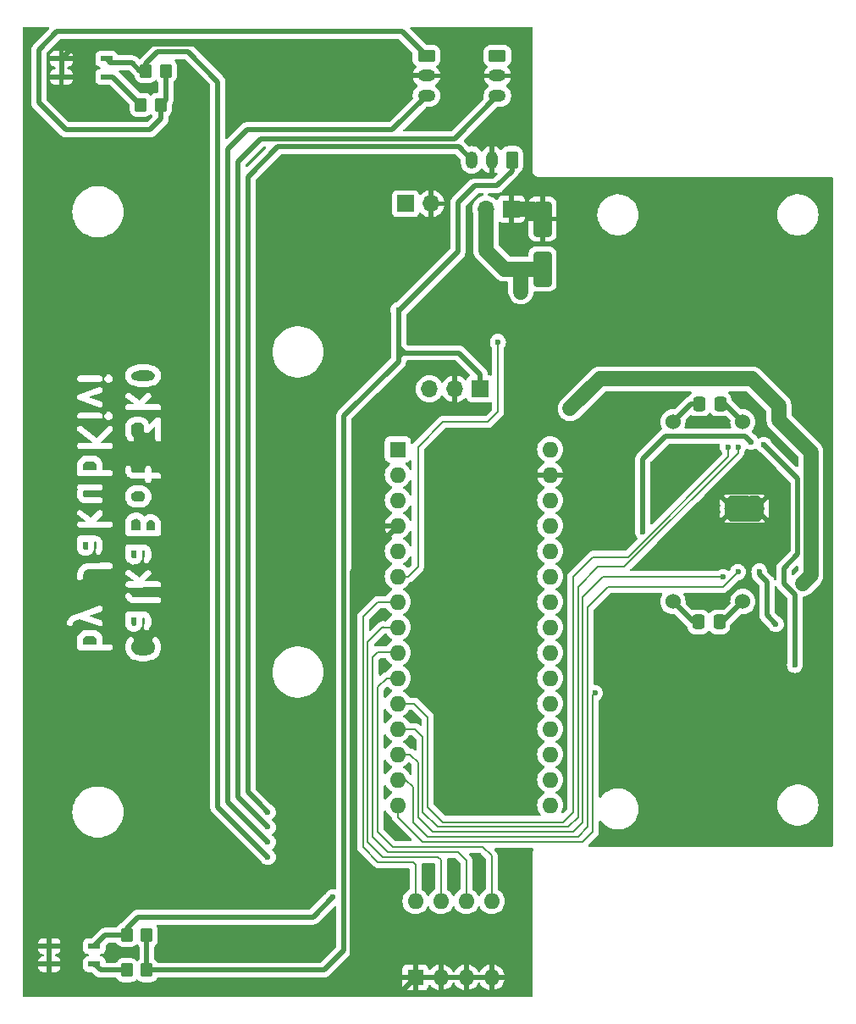
<source format=gbr>
%TF.GenerationSoftware,KiCad,Pcbnew,8.0.2*%
%TF.CreationDate,2024-10-05T18:09:16+02:00*%
%TF.ProjectId,CalkaBot_PCB,43616c6b-6142-46f7-945f-5043422e6b69,rev?*%
%TF.SameCoordinates,Original*%
%TF.FileFunction,Copper,L2,Bot*%
%TF.FilePolarity,Positive*%
%FSLAX46Y46*%
G04 Gerber Fmt 4.6, Leading zero omitted, Abs format (unit mm)*
G04 Created by KiCad (PCBNEW 8.0.2) date 2024-10-05 18:09:16*
%MOMM*%
%LPD*%
G01*
G04 APERTURE LIST*
G04 Aperture macros list*
%AMRoundRect*
0 Rectangle with rounded corners*
0 $1 Rounding radius*
0 $2 $3 $4 $5 $6 $7 $8 $9 X,Y pos of 4 corners*
0 Add a 4 corners polygon primitive as box body*
4,1,4,$2,$3,$4,$5,$6,$7,$8,$9,$2,$3,0*
0 Add four circle primitives for the rounded corners*
1,1,$1+$1,$2,$3*
1,1,$1+$1,$4,$5*
1,1,$1+$1,$6,$7*
1,1,$1+$1,$8,$9*
0 Add four rect primitives between the rounded corners*
20,1,$1+$1,$2,$3,$4,$5,0*
20,1,$1+$1,$4,$5,$6,$7,0*
20,1,$1+$1,$6,$7,$8,$9,0*
20,1,$1+$1,$8,$9,$2,$3,0*%
G04 Aperture macros list end*
%ADD10C,0.600000*%
%TA.AperFunction,ComponentPad*%
%ADD11R,1.600000X1.600000*%
%TD*%
%TA.AperFunction,ComponentPad*%
%ADD12O,1.600000X1.600000*%
%TD*%
%TA.AperFunction,ComponentPad*%
%ADD13C,1.524000*%
%TD*%
%TA.AperFunction,ComponentPad*%
%ADD14R,1.700000X1.700000*%
%TD*%
%TA.AperFunction,ComponentPad*%
%ADD15O,1.700000X1.700000*%
%TD*%
%TA.AperFunction,ComponentPad*%
%ADD16RoundRect,0.250000X-0.625000X0.350000X-0.625000X-0.350000X0.625000X-0.350000X0.625000X0.350000X0*%
%TD*%
%TA.AperFunction,ComponentPad*%
%ADD17O,1.750000X1.200000*%
%TD*%
%TA.AperFunction,ComponentPad*%
%ADD18RoundRect,0.250000X0.350000X0.625000X-0.350000X0.625000X-0.350000X-0.625000X0.350000X-0.625000X0*%
%TD*%
%TA.AperFunction,ComponentPad*%
%ADD19O,1.200000X1.750000*%
%TD*%
%TA.AperFunction,HeatsinkPad*%
%ADD20C,0.490000*%
%TD*%
%TA.AperFunction,HeatsinkPad*%
%ADD21R,3.955000X1.810000*%
%TD*%
%TA.AperFunction,SMDPad,CuDef*%
%ADD22RoundRect,0.250000X-0.337500X-0.475000X0.337500X-0.475000X0.337500X0.475000X-0.337500X0.475000X0*%
%TD*%
%TA.AperFunction,SMDPad,CuDef*%
%ADD23R,1.219200X0.558800*%
%TD*%
%TA.AperFunction,SMDPad,CuDef*%
%ADD24RoundRect,0.250000X-0.350000X-0.450000X0.350000X-0.450000X0.350000X0.450000X-0.350000X0.450000X0*%
%TD*%
%TA.AperFunction,SMDPad,CuDef*%
%ADD25RoundRect,0.250000X0.337500X0.475000X-0.337500X0.475000X-0.337500X-0.475000X0.337500X-0.475000X0*%
%TD*%
%TA.AperFunction,SMDPad,CuDef*%
%ADD26RoundRect,0.250000X0.650000X-1.500000X0.650000X1.500000X-0.650000X1.500000X-0.650000X-1.500000X0*%
%TD*%
%TA.AperFunction,ViaPad*%
%ADD27C,0.600000*%
%TD*%
%TA.AperFunction,ViaPad*%
%ADD28C,0.800000*%
%TD*%
%TA.AperFunction,ViaPad*%
%ADD29C,1.000000*%
%TD*%
%TA.AperFunction,Conductor*%
%ADD30C,0.200000*%
%TD*%
%TA.AperFunction,Conductor*%
%ADD31C,0.500000*%
%TD*%
%TA.AperFunction,Conductor*%
%ADD32C,1.500000*%
%TD*%
G04 APERTURE END LIST*
D10*
G36*
X27731980Y-80485809D02*
G01*
X27807391Y-80559632D01*
X27898625Y-80738880D01*
X27900433Y-81168927D01*
X27870593Y-81229691D01*
X26526269Y-81230826D01*
X26498058Y-81175400D01*
X26496250Y-80745357D01*
X26584153Y-80566360D01*
X26657975Y-80490949D01*
X26837047Y-80399805D01*
X27552676Y-80397755D01*
X27731980Y-80485809D01*
G37*
G36*
X31873213Y-79168745D02*
G01*
X31806374Y-79304847D01*
X31674508Y-79371964D01*
X31529837Y-79373108D01*
X31394755Y-79306771D01*
X31327944Y-79175507D01*
X31325992Y-78602683D01*
X31355629Y-78542335D01*
X31871076Y-78541513D01*
X31873213Y-79168745D01*
G37*
G36*
X31873213Y-72454459D02*
G01*
X31806374Y-72590561D01*
X31674508Y-72657678D01*
X31529837Y-72658822D01*
X31394755Y-72592485D01*
X31327944Y-72461221D01*
X31325992Y-71888397D01*
X31355629Y-71828049D01*
X31871076Y-71827227D01*
X31873213Y-72454459D01*
G37*
G36*
X27043381Y-71597316D02*
G01*
X26976542Y-71733418D01*
X26844676Y-71800535D01*
X26700005Y-71801679D01*
X26564923Y-71735342D01*
X26498112Y-71604078D01*
X26496160Y-71031254D01*
X26525797Y-70970906D01*
X27041244Y-70970084D01*
X27043381Y-71597316D01*
G37*
G36*
X32133241Y-68771523D02*
G01*
X32194129Y-68831129D01*
X32299707Y-69142428D01*
X32301335Y-69801457D01*
X31327527Y-69802280D01*
X31325853Y-69031537D01*
X31413985Y-68852074D01*
X31487808Y-68776663D01*
X31667228Y-68685341D01*
X31954537Y-68683765D01*
X32133241Y-68771523D01*
G37*
G36*
X33561811Y-68914379D02*
G01*
X33637223Y-68988203D01*
X33728340Y-69167221D01*
X33729903Y-69800250D01*
X32898864Y-69800952D01*
X32897316Y-69174325D01*
X32985413Y-68994932D01*
X33059235Y-68919520D01*
X33238983Y-68828033D01*
X33383654Y-68826889D01*
X33561811Y-68914379D01*
G37*
G36*
X32561812Y-66057238D02*
G01*
X32637223Y-66131061D01*
X32728545Y-66310481D01*
X32730121Y-66597790D01*
X32642363Y-66776494D01*
X32568540Y-66851905D01*
X32389470Y-66943048D01*
X31673838Y-66945098D01*
X31494536Y-66857045D01*
X31419126Y-66783223D01*
X31327802Y-66603800D01*
X31326226Y-66316493D01*
X31413985Y-66137789D01*
X31487807Y-66062378D01*
X31666879Y-65971234D01*
X32382508Y-65969184D01*
X32561812Y-66057238D01*
G37*
G36*
X27731980Y-63057238D02*
G01*
X27807391Y-63131061D01*
X27898625Y-63310309D01*
X27900433Y-63740356D01*
X27870593Y-63801120D01*
X26526269Y-63802255D01*
X26498058Y-63746829D01*
X26496250Y-63316786D01*
X26584153Y-63137789D01*
X26657975Y-63062378D01*
X26837047Y-62971234D01*
X27552676Y-62969184D01*
X27731980Y-63057238D01*
G37*
G36*
X33343573Y-53950064D02*
G01*
X33561812Y-54057238D01*
X33637223Y-54131061D01*
X33728710Y-54310807D01*
X33729854Y-54455479D01*
X33642363Y-54633637D01*
X33568540Y-54709048D01*
X33360531Y-54814921D01*
X32857161Y-54942951D01*
X32216605Y-54945134D01*
X31712774Y-54821361D01*
X31494536Y-54714188D01*
X31419126Y-54640366D01*
X31327637Y-54460617D01*
X31326493Y-54315948D01*
X31413985Y-54137789D01*
X31487807Y-54062378D01*
X31695819Y-53956504D01*
X32199187Y-53828474D01*
X32839742Y-53826291D01*
X33343573Y-53950064D01*
G37*
G36*
X34661507Y-83304761D02*
G01*
X24565764Y-83304761D01*
X24565764Y-80671427D01*
X25898342Y-80671427D01*
X25900720Y-81237081D01*
X25899097Y-81264124D01*
X25900870Y-81272789D01*
X25900909Y-81282014D01*
X25908735Y-81311223D01*
X25914798Y-81340849D01*
X25919963Y-81353129D01*
X25921178Y-81357661D01*
X25923727Y-81362077D01*
X25930014Y-81377021D01*
X25935813Y-81388415D01*
X25921178Y-81413765D01*
X25900909Y-81489412D01*
X25900909Y-81567728D01*
X25921178Y-81643375D01*
X25960336Y-81711198D01*
X26015714Y-81766576D01*
X26083537Y-81805734D01*
X26159184Y-81826003D01*
X26198342Y-81828570D01*
X28030345Y-81827022D01*
X28034218Y-81827815D01*
X28047663Y-81827007D01*
X29237500Y-81826003D01*
X29313147Y-81805734D01*
X29380970Y-81766576D01*
X29436348Y-81711198D01*
X29475506Y-81643375D01*
X29495775Y-81567728D01*
X29495775Y-81489412D01*
X29475506Y-81413765D01*
X29459311Y-81385714D01*
X30728174Y-81385714D01*
X30730213Y-81643882D01*
X30728929Y-81650162D01*
X30730465Y-81675762D01*
X30730741Y-81710586D01*
X30733080Y-81719317D01*
X30733622Y-81728337D01*
X30743569Y-81766297D01*
X30887040Y-82189324D01*
X30893868Y-82214804D01*
X30898266Y-82222421D01*
X30901245Y-82231205D01*
X30917908Y-82256442D01*
X30933026Y-82282627D01*
X30941810Y-82292643D01*
X30944396Y-82296560D01*
X30948213Y-82299944D01*
X30958900Y-82312131D01*
X31226201Y-82576354D01*
X31230110Y-82582275D01*
X31250319Y-82600195D01*
X31274117Y-82623719D01*
X31281944Y-82628238D01*
X31288706Y-82634234D01*
X31322582Y-82654042D01*
X31609376Y-82794882D01*
X31632333Y-82807626D01*
X31640968Y-82810396D01*
X31644468Y-82812115D01*
X31649595Y-82813164D01*
X31669699Y-82819614D01*
X32247204Y-82961485D01*
X32274731Y-82968861D01*
X32278136Y-82969084D01*
X32279739Y-82969478D01*
X32283243Y-82969419D01*
X32313889Y-82971428D01*
X32750182Y-82969033D01*
X32776609Y-82969478D01*
X32779958Y-82968870D01*
X32781618Y-82968861D01*
X32784994Y-82967956D01*
X32815221Y-82962471D01*
X33383660Y-82817890D01*
X33411881Y-82812115D01*
X33420315Y-82808566D01*
X33424015Y-82807626D01*
X33428590Y-82805086D01*
X33448053Y-82796899D01*
X33707982Y-82664599D01*
X33714409Y-82662878D01*
X33737054Y-82649802D01*
X33767643Y-82634234D01*
X33774406Y-82628236D01*
X33782231Y-82623719D01*
X33811735Y-82597846D01*
X34092496Y-82313812D01*
X34111953Y-82296560D01*
X34116785Y-82289240D01*
X34123323Y-82282627D01*
X34138443Y-82256437D01*
X34155104Y-82231204D01*
X34160134Y-82218868D01*
X34162481Y-82214804D01*
X34163801Y-82209876D01*
X34169922Y-82194867D01*
X34301698Y-81792536D01*
X34305338Y-81786233D01*
X34312419Y-81759805D01*
X34322726Y-81728337D01*
X34323267Y-81719317D01*
X34325607Y-81710586D01*
X34328174Y-81671428D01*
X34326134Y-81413259D01*
X34327419Y-81406980D01*
X34325882Y-81381380D01*
X34325607Y-81346556D01*
X34323267Y-81337824D01*
X34322726Y-81328806D01*
X34312779Y-81290845D01*
X34169309Y-80867822D01*
X34162481Y-80842337D01*
X34158082Y-80834717D01*
X34155104Y-80825937D01*
X34138445Y-80800706D01*
X34123323Y-80774514D01*
X34114536Y-80764494D01*
X34111953Y-80760582D01*
X34108139Y-80757200D01*
X34097449Y-80745010D01*
X33925088Y-80576279D01*
X33857265Y-80537121D01*
X33781618Y-80516852D01*
X33703302Y-80516852D01*
X33627655Y-80537121D01*
X33559832Y-80576279D01*
X33504454Y-80631657D01*
X33465296Y-80699480D01*
X33445027Y-80775127D01*
X33445027Y-80853443D01*
X33465296Y-80929090D01*
X33504454Y-80996913D01*
X33530328Y-81026417D01*
X33622700Y-81116844D01*
X33728514Y-81428839D01*
X33730009Y-81617959D01*
X33625955Y-81935646D01*
X33426940Y-82136980D01*
X33217674Y-82243493D01*
X32714068Y-82371583D01*
X32358760Y-82373533D01*
X31855631Y-82249933D01*
X31637998Y-82143057D01*
X31434038Y-81941446D01*
X31327833Y-81628300D01*
X31326338Y-81439183D01*
X31430622Y-81120794D01*
X31551895Y-80996913D01*
X31591053Y-80929090D01*
X31611322Y-80853443D01*
X31611322Y-80775127D01*
X31591053Y-80699480D01*
X31551895Y-80631657D01*
X31496517Y-80576279D01*
X31428694Y-80537121D01*
X31353047Y-80516852D01*
X31274731Y-80516852D01*
X31199084Y-80537121D01*
X31131261Y-80576279D01*
X31101757Y-80602153D01*
X30961599Y-80745325D01*
X30944396Y-80760581D01*
X30939693Y-80767702D01*
X30933026Y-80774514D01*
X30917908Y-80800698D01*
X30901245Y-80825936D01*
X30896213Y-80838274D01*
X30893868Y-80842337D01*
X30892548Y-80847262D01*
X30886427Y-80862273D01*
X30754650Y-81264603D01*
X30751010Y-81270909D01*
X30743927Y-81297342D01*
X30733622Y-81328806D01*
X30733080Y-81337824D01*
X30730741Y-81346556D01*
X30728174Y-81385714D01*
X29459311Y-81385714D01*
X29436348Y-81345942D01*
X29380970Y-81290564D01*
X29313147Y-81251406D01*
X29237500Y-81231137D01*
X29198342Y-81228570D01*
X28498284Y-81229161D01*
X28495963Y-80677202D01*
X28497587Y-80650160D01*
X28495813Y-80641494D01*
X28495775Y-80632269D01*
X28487947Y-80603056D01*
X28481886Y-80573435D01*
X28476721Y-80561156D01*
X28475506Y-80556622D01*
X28472954Y-80552202D01*
X28466670Y-80537263D01*
X28334370Y-80277332D01*
X28332649Y-80270908D01*
X28319574Y-80248261D01*
X28304005Y-80217673D01*
X28298010Y-80210912D01*
X28293491Y-80203085D01*
X28267617Y-80173581D01*
X28142316Y-80050919D01*
X28139264Y-80046296D01*
X28121526Y-80030567D01*
X28095256Y-80004850D01*
X28087428Y-80000330D01*
X28080668Y-79994336D01*
X28046792Y-79974528D01*
X27763467Y-79835390D01*
X27741719Y-79822834D01*
X27733311Y-79820581D01*
X27724907Y-79816454D01*
X27695281Y-79810391D01*
X27666072Y-79802565D01*
X27652777Y-79801693D01*
X27648182Y-79800753D01*
X27643091Y-79801058D01*
X27626914Y-79799998D01*
X26776503Y-79802433D01*
X26748503Y-79800753D01*
X26739776Y-79802538D01*
X26730613Y-79802565D01*
X26701403Y-79810391D01*
X26671778Y-79816454D01*
X26659497Y-79821619D01*
X26654966Y-79822834D01*
X26650549Y-79825383D01*
X26635606Y-79831670D01*
X26375673Y-79963971D01*
X26369252Y-79965692D01*
X26346614Y-79978761D01*
X26316016Y-79994336D01*
X26309254Y-80000332D01*
X26301429Y-80004850D01*
X26271925Y-80030724D01*
X26149263Y-80156024D01*
X26144640Y-80159077D01*
X26128911Y-80176814D01*
X26103194Y-80203085D01*
X26098674Y-80210912D01*
X26092680Y-80217673D01*
X26072872Y-80251549D01*
X25933734Y-80534873D01*
X25921178Y-80556622D01*
X25918925Y-80565029D01*
X25914798Y-80573434D01*
X25908735Y-80603059D01*
X25900909Y-80632269D01*
X25900037Y-80645563D01*
X25899097Y-80650159D01*
X25899402Y-80655249D01*
X25898342Y-80671427D01*
X24565764Y-80671427D01*
X24565764Y-79078730D01*
X24899097Y-79078730D01*
X24903789Y-79156905D01*
X24928555Y-79231203D01*
X24971705Y-79296558D01*
X25030301Y-79348518D01*
X25100349Y-79383542D01*
X25177074Y-79399243D01*
X25255249Y-79394551D01*
X25329547Y-79369785D01*
X25394902Y-79326635D01*
X25446862Y-79268039D01*
X25466670Y-79234163D01*
X25584153Y-78994931D01*
X25649529Y-78928148D01*
X26201584Y-78705289D01*
X28135181Y-79393273D01*
X28213238Y-79399628D01*
X28290280Y-79385563D01*
X28361058Y-79352036D01*
X28420746Y-79301335D01*
X28465277Y-79236912D01*
X28491617Y-79163159D01*
X28497972Y-79085102D01*
X28483906Y-79008060D01*
X28450380Y-78937282D01*
X28399679Y-78877594D01*
X28335256Y-78833063D01*
X28299243Y-78817475D01*
X27487271Y-78528571D01*
X30728174Y-78528571D01*
X30730585Y-79236517D01*
X30728929Y-79264125D01*
X30730709Y-79272826D01*
X30730741Y-79282015D01*
X30738567Y-79311224D01*
X30744630Y-79340850D01*
X30749795Y-79353130D01*
X30751010Y-79357662D01*
X30753559Y-79362078D01*
X30759846Y-79377022D01*
X30896465Y-79645437D01*
X30901245Y-79659776D01*
X30912238Y-79676426D01*
X30922512Y-79696611D01*
X30934464Y-79710090D01*
X30944396Y-79725132D01*
X30960339Y-79739269D01*
X30974472Y-79755207D01*
X30989509Y-79765135D01*
X31002992Y-79777091D01*
X31036868Y-79796899D01*
X31039792Y-79798335D01*
X31039827Y-79798358D01*
X31039864Y-79798370D01*
X31320188Y-79936033D01*
X31341941Y-79948592D01*
X31350350Y-79950845D01*
X31358754Y-79954972D01*
X31388375Y-79961033D01*
X31417588Y-79968861D01*
X31430883Y-79969732D01*
X31435479Y-79970673D01*
X31440568Y-79970367D01*
X31456746Y-79971428D01*
X31739130Y-79969196D01*
X31763727Y-79970673D01*
X31772218Y-79968935D01*
X31781618Y-79968861D01*
X31810830Y-79961033D01*
X31840452Y-79954972D01*
X31852730Y-79949807D01*
X31857265Y-79948592D01*
X31861684Y-79946040D01*
X31876624Y-79939756D01*
X32145039Y-79803137D01*
X32159379Y-79798358D01*
X32176030Y-79787363D01*
X32196214Y-79777091D01*
X32209693Y-79765138D01*
X32224734Y-79755208D01*
X32238870Y-79739266D01*
X32254810Y-79725132D01*
X32264738Y-79710094D01*
X32276694Y-79696612D01*
X32296502Y-79662736D01*
X32297939Y-79659807D01*
X32297961Y-79659776D01*
X32297972Y-79659741D01*
X32435639Y-79379409D01*
X32448196Y-79357662D01*
X32450448Y-79349254D01*
X32454576Y-79340850D01*
X32460638Y-79311224D01*
X32468465Y-79282015D01*
X32469336Y-79268720D01*
X32470277Y-79264125D01*
X32469971Y-79259034D01*
X32471032Y-79242857D01*
X32468850Y-78602682D01*
X32499381Y-78540512D01*
X32525074Y-78540471D01*
X32661593Y-78607513D01*
X32728457Y-78738881D01*
X32730265Y-79168928D01*
X32601773Y-79430579D01*
X32586072Y-79507304D01*
X32590764Y-79585479D01*
X32615530Y-79659776D01*
X32658681Y-79725132D01*
X32717277Y-79777091D01*
X32787325Y-79812115D01*
X32864050Y-79827816D01*
X32942225Y-79823124D01*
X33016522Y-79798358D01*
X33081878Y-79755207D01*
X33133837Y-79696611D01*
X33153645Y-79662735D01*
X33292779Y-79379414D01*
X33305338Y-79357662D01*
X33307591Y-79349252D01*
X33311718Y-79340849D01*
X33317779Y-79311227D01*
X33325607Y-79282015D01*
X33326478Y-79268719D01*
X33327419Y-79264124D01*
X33327113Y-79259034D01*
X33328174Y-79242857D01*
X33325795Y-78677203D01*
X33327419Y-78650161D01*
X33325645Y-78641495D01*
X33325607Y-78632270D01*
X33317779Y-78603057D01*
X33311718Y-78573436D01*
X33306553Y-78561157D01*
X33305338Y-78556623D01*
X33302786Y-78552203D01*
X33296502Y-78537264D01*
X33159884Y-78268848D01*
X33155104Y-78254509D01*
X33144110Y-78237858D01*
X33133837Y-78217674D01*
X33121883Y-78204193D01*
X33111953Y-78189153D01*
X33096012Y-78175018D01*
X33081878Y-78159078D01*
X33066837Y-78149147D01*
X33053357Y-78137194D01*
X33019481Y-78117386D01*
X33016556Y-78115949D01*
X33016522Y-78115927D01*
X33016484Y-78115914D01*
X32736160Y-77978251D01*
X32714408Y-77965693D01*
X32705998Y-77963439D01*
X32697595Y-77959313D01*
X32667973Y-77953251D01*
X32638761Y-77945424D01*
X32625465Y-77944552D01*
X32620870Y-77943612D01*
X32615780Y-77943917D01*
X32599603Y-77942857D01*
X31199514Y-77945088D01*
X31192299Y-77943612D01*
X31166830Y-77945140D01*
X30989016Y-77945424D01*
X30913369Y-77965693D01*
X30845546Y-78004851D01*
X30790168Y-78060229D01*
X30751010Y-78128052D01*
X30730741Y-78203699D01*
X30730741Y-78282015D01*
X30751010Y-78357662D01*
X30766912Y-78385205D01*
X30763566Y-78392017D01*
X30751010Y-78413766D01*
X30748757Y-78422173D01*
X30744630Y-78430578D01*
X30738567Y-78460203D01*
X30730741Y-78489413D01*
X30729869Y-78502707D01*
X30728929Y-78507303D01*
X30729234Y-78512393D01*
X30728174Y-78528571D01*
X27487271Y-78528571D01*
X27086560Y-78385996D01*
X28335256Y-77938362D01*
X28399679Y-77893831D01*
X28450381Y-77834143D01*
X28483907Y-77763365D01*
X28497972Y-77686323D01*
X28491618Y-77608266D01*
X28465277Y-77534513D01*
X28420746Y-77470090D01*
X28361058Y-77419388D01*
X28290281Y-77385862D01*
X28213239Y-77371797D01*
X28135181Y-77378152D01*
X28097441Y-77388904D01*
X26129468Y-78094385D01*
X26124235Y-78095010D01*
X26111106Y-78099288D01*
X26106404Y-78100147D01*
X26101843Y-78102307D01*
X26086925Y-78107169D01*
X25388571Y-78389086D01*
X25369252Y-78394263D01*
X25354151Y-78402981D01*
X25337236Y-78409810D01*
X25320033Y-78422679D01*
X25301429Y-78433421D01*
X25276771Y-78455045D01*
X25274527Y-78456724D01*
X25273792Y-78457656D01*
X25271925Y-78459295D01*
X25149263Y-78584595D01*
X25144640Y-78587648D01*
X25128911Y-78605385D01*
X25103194Y-78631656D01*
X25098674Y-78639483D01*
X25092680Y-78646244D01*
X25072872Y-78680120D01*
X24914798Y-79002005D01*
X24899097Y-79078730D01*
X24565764Y-79078730D01*
X24565764Y-76406980D01*
X30728929Y-76406980D01*
X30744630Y-76483705D01*
X30759846Y-76519877D01*
X30896465Y-76788293D01*
X30901245Y-76802633D01*
X30912238Y-76819283D01*
X30922512Y-76839468D01*
X30934464Y-76852947D01*
X30944396Y-76867989D01*
X30960339Y-76882126D01*
X30974472Y-76898064D01*
X30989509Y-76907992D01*
X31002992Y-76919948D01*
X31036868Y-76939756D01*
X31039792Y-76941192D01*
X31039827Y-76941215D01*
X31039864Y-76941227D01*
X31320188Y-77078890D01*
X31341941Y-77091449D01*
X31350350Y-77093702D01*
X31358754Y-77097829D01*
X31388375Y-77103890D01*
X31417588Y-77111718D01*
X31430883Y-77112589D01*
X31435479Y-77113530D01*
X31440568Y-77113224D01*
X31456746Y-77114285D01*
X34067332Y-77111718D01*
X34142979Y-77091449D01*
X34210802Y-77052291D01*
X34266180Y-76996913D01*
X34305338Y-76929090D01*
X34325607Y-76853443D01*
X34325607Y-76775127D01*
X34305338Y-76699480D01*
X34266180Y-76631657D01*
X34210802Y-76576279D01*
X34142979Y-76537121D01*
X34067332Y-76516852D01*
X34028174Y-76514285D01*
X31531415Y-76516740D01*
X31394755Y-76449628D01*
X31276694Y-76217673D01*
X31224734Y-76159077D01*
X31159379Y-76115926D01*
X31085082Y-76091160D01*
X31006907Y-76086468D01*
X30930182Y-76102169D01*
X30860134Y-76137193D01*
X30801538Y-76189153D01*
X30758387Y-76254508D01*
X30733621Y-76328805D01*
X30728929Y-76406980D01*
X24565764Y-76406980D01*
X24565764Y-74242856D01*
X25898342Y-74242856D01*
X25900909Y-74567728D01*
X25921178Y-74643375D01*
X25960336Y-74711198D01*
X26015714Y-74766576D01*
X26083537Y-74805734D01*
X26159184Y-74826003D01*
X26237500Y-74826003D01*
X26313147Y-74805734D01*
X26380970Y-74766576D01*
X26436348Y-74711198D01*
X26475506Y-74643375D01*
X26495775Y-74567728D01*
X26498342Y-74528570D01*
X26496506Y-74296325D01*
X26559730Y-74103298D01*
X30728192Y-74103298D01*
X30739268Y-74180827D01*
X30770032Y-74252847D01*
X30818388Y-74314451D01*
X30848174Y-74339999D01*
X31657599Y-74944858D01*
X30989016Y-74945423D01*
X30913369Y-74965692D01*
X30845546Y-75004850D01*
X30790168Y-75060228D01*
X30751010Y-75128051D01*
X30730741Y-75203698D01*
X30730741Y-75282014D01*
X30751010Y-75357661D01*
X30790168Y-75425484D01*
X30845546Y-75480862D01*
X30913369Y-75520020D01*
X30989016Y-75540289D01*
X31028174Y-75542856D01*
X34067332Y-75540289D01*
X34142979Y-75520020D01*
X34210802Y-75480862D01*
X34266180Y-75425484D01*
X34305338Y-75357661D01*
X34325607Y-75282014D01*
X34325607Y-75203698D01*
X34305338Y-75128051D01*
X34266180Y-75060228D01*
X34210802Y-75004850D01*
X34142979Y-74965692D01*
X34067332Y-74945423D01*
X34028174Y-74942856D01*
X32606798Y-74944056D01*
X33266180Y-74282627D01*
X33305338Y-74214804D01*
X33325607Y-74139157D01*
X33325607Y-74060841D01*
X33305338Y-73985194D01*
X33266180Y-73917371D01*
X33210802Y-73861993D01*
X33142979Y-73822835D01*
X33067332Y-73802566D01*
X32989016Y-73802566D01*
X32913369Y-73822835D01*
X32845546Y-73861993D01*
X32816042Y-73887867D01*
X32143750Y-74562246D01*
X31175307Y-73838558D01*
X31102628Y-73809385D01*
X31024875Y-73800017D01*
X30947346Y-73811093D01*
X30875326Y-73841857D01*
X30813722Y-73890213D01*
X30766733Y-73952866D01*
X30737560Y-74025545D01*
X30728192Y-74103298D01*
X26559730Y-74103298D01*
X26600561Y-73978636D01*
X26785467Y-73791575D01*
X27097752Y-73685663D01*
X29237500Y-73683146D01*
X29313147Y-73662877D01*
X29380970Y-73623719D01*
X29436348Y-73568341D01*
X29475506Y-73500518D01*
X29495775Y-73424871D01*
X29495775Y-73346555D01*
X29475506Y-73270908D01*
X29436348Y-73203085D01*
X29380970Y-73147707D01*
X29313147Y-73108549D01*
X29237500Y-73088280D01*
X29198342Y-73085713D01*
X27085209Y-73088198D01*
X27076751Y-73086468D01*
X27047171Y-73088243D01*
X27016327Y-73088280D01*
X27007595Y-73090619D01*
X26998576Y-73091161D01*
X26960616Y-73101108D01*
X26537594Y-73244577D01*
X26512109Y-73251406D01*
X26504489Y-73255804D01*
X26495709Y-73258783D01*
X26470475Y-73275443D01*
X26444286Y-73290564D01*
X26434269Y-73299348D01*
X26430353Y-73301934D01*
X26426968Y-73305750D01*
X26414782Y-73316438D01*
X26134023Y-73600466D01*
X26114564Y-73617723D01*
X26109731Y-73625042D01*
X26103194Y-73631656D01*
X26088076Y-73657840D01*
X26071413Y-73683078D01*
X26066381Y-73695416D01*
X26064036Y-73699479D01*
X26062716Y-73704404D01*
X26056595Y-73719415D01*
X25924818Y-74121745D01*
X25921178Y-74128051D01*
X25914095Y-74154484D01*
X25903790Y-74185948D01*
X25903248Y-74194966D01*
X25900909Y-74203698D01*
X25898342Y-74242856D01*
X24565764Y-74242856D01*
X24565764Y-70957142D01*
X25898342Y-70957142D01*
X25900753Y-71665088D01*
X25899097Y-71692696D01*
X25900877Y-71701397D01*
X25900909Y-71710586D01*
X25908735Y-71739795D01*
X25914798Y-71769421D01*
X25919963Y-71781701D01*
X25921178Y-71786233D01*
X25923727Y-71790649D01*
X25930014Y-71805593D01*
X26066633Y-72074008D01*
X26071413Y-72088347D01*
X26082406Y-72104997D01*
X26092680Y-72125182D01*
X26104632Y-72138661D01*
X26114564Y-72153703D01*
X26130507Y-72167840D01*
X26144640Y-72183778D01*
X26159677Y-72193706D01*
X26173160Y-72205662D01*
X26207036Y-72225470D01*
X26209960Y-72226906D01*
X26209995Y-72226929D01*
X26210032Y-72226941D01*
X26490356Y-72364604D01*
X26512109Y-72377163D01*
X26520518Y-72379416D01*
X26528922Y-72383543D01*
X26558543Y-72389604D01*
X26587756Y-72397432D01*
X26601051Y-72398303D01*
X26605647Y-72399244D01*
X26610736Y-72398938D01*
X26626914Y-72399999D01*
X26909298Y-72397767D01*
X26933895Y-72399244D01*
X26942386Y-72397506D01*
X26951786Y-72397432D01*
X26980998Y-72389604D01*
X27010620Y-72383543D01*
X27022898Y-72378378D01*
X27027433Y-72377163D01*
X27031852Y-72374611D01*
X27046792Y-72368327D01*
X27315207Y-72231708D01*
X27329547Y-72226929D01*
X27346198Y-72215934D01*
X27366382Y-72205662D01*
X27379861Y-72193709D01*
X27394902Y-72183779D01*
X27409038Y-72167837D01*
X27424978Y-72153703D01*
X27434906Y-72138665D01*
X27446862Y-72125183D01*
X27466670Y-72091307D01*
X27468107Y-72088378D01*
X27468129Y-72088347D01*
X27468140Y-72088312D01*
X27605807Y-71807980D01*
X27618364Y-71786233D01*
X27620616Y-71777825D01*
X27624744Y-71769421D01*
X27630806Y-71739795D01*
X27638633Y-71710586D01*
X27639504Y-71697291D01*
X27640445Y-71692696D01*
X27640139Y-71687605D01*
X27641200Y-71671428D01*
X27639018Y-71031253D01*
X27669549Y-70969083D01*
X27695242Y-70969042D01*
X27831761Y-71036084D01*
X27898625Y-71167452D01*
X27900433Y-71597499D01*
X27771941Y-71859150D01*
X27756240Y-71935875D01*
X27760932Y-72014050D01*
X27785698Y-72088347D01*
X27828849Y-72153703D01*
X27887445Y-72205662D01*
X27957493Y-72240686D01*
X28034218Y-72256387D01*
X28112393Y-72251695D01*
X28186690Y-72226929D01*
X28252046Y-72183778D01*
X28304005Y-72125182D01*
X28323813Y-72091306D01*
X28459853Y-71814285D01*
X30728174Y-71814285D01*
X30730585Y-72522231D01*
X30728929Y-72549839D01*
X30730709Y-72558540D01*
X30730741Y-72567729D01*
X30738567Y-72596938D01*
X30744630Y-72626564D01*
X30749795Y-72638844D01*
X30751010Y-72643376D01*
X30753559Y-72647792D01*
X30759846Y-72662736D01*
X30896465Y-72931151D01*
X30901245Y-72945490D01*
X30912238Y-72962140D01*
X30922512Y-72982325D01*
X30934464Y-72995804D01*
X30944396Y-73010846D01*
X30960339Y-73024983D01*
X30974472Y-73040921D01*
X30989509Y-73050849D01*
X31002992Y-73062805D01*
X31036868Y-73082613D01*
X31039792Y-73084049D01*
X31039827Y-73084072D01*
X31039864Y-73084084D01*
X31320188Y-73221747D01*
X31341941Y-73234306D01*
X31350350Y-73236559D01*
X31358754Y-73240686D01*
X31388375Y-73246747D01*
X31417588Y-73254575D01*
X31430883Y-73255446D01*
X31435479Y-73256387D01*
X31440568Y-73256081D01*
X31456746Y-73257142D01*
X31739130Y-73254910D01*
X31763727Y-73256387D01*
X31772218Y-73254649D01*
X31781618Y-73254575D01*
X31810830Y-73246747D01*
X31840452Y-73240686D01*
X31852730Y-73235521D01*
X31857265Y-73234306D01*
X31861684Y-73231754D01*
X31876624Y-73225470D01*
X32145039Y-73088851D01*
X32159379Y-73084072D01*
X32176030Y-73073077D01*
X32196214Y-73062805D01*
X32209693Y-73050852D01*
X32224734Y-73040922D01*
X32238870Y-73024980D01*
X32254810Y-73010846D01*
X32264738Y-72995808D01*
X32276694Y-72982326D01*
X32296502Y-72948450D01*
X32297939Y-72945521D01*
X32297961Y-72945490D01*
X32297972Y-72945455D01*
X32435639Y-72665123D01*
X32448196Y-72643376D01*
X32450448Y-72634968D01*
X32454576Y-72626564D01*
X32460638Y-72596938D01*
X32468465Y-72567729D01*
X32469336Y-72554434D01*
X32470277Y-72549839D01*
X32469971Y-72544748D01*
X32471032Y-72528571D01*
X32468850Y-71888396D01*
X32499381Y-71826226D01*
X32525074Y-71826185D01*
X32661593Y-71893227D01*
X32728457Y-72024595D01*
X32730265Y-72454642D01*
X32601773Y-72716293D01*
X32586072Y-72793018D01*
X32590764Y-72871193D01*
X32615530Y-72945490D01*
X32658681Y-73010846D01*
X32717277Y-73062805D01*
X32787325Y-73097829D01*
X32864050Y-73113530D01*
X32942225Y-73108838D01*
X33016522Y-73084072D01*
X33081878Y-73040921D01*
X33133837Y-72982325D01*
X33153645Y-72948449D01*
X33292779Y-72665128D01*
X33305338Y-72643376D01*
X33307591Y-72634966D01*
X33311718Y-72626563D01*
X33317779Y-72596941D01*
X33325607Y-72567729D01*
X33326478Y-72554433D01*
X33327419Y-72549838D01*
X33327113Y-72544748D01*
X33328174Y-72528571D01*
X33325795Y-71962917D01*
X33327419Y-71935875D01*
X33325645Y-71927209D01*
X33325607Y-71917984D01*
X33317779Y-71888771D01*
X33311718Y-71859150D01*
X33306553Y-71846871D01*
X33305338Y-71842337D01*
X33302786Y-71837917D01*
X33296502Y-71822978D01*
X33159884Y-71554562D01*
X33155104Y-71540223D01*
X33144110Y-71523572D01*
X33133837Y-71503388D01*
X33121883Y-71489907D01*
X33111953Y-71474867D01*
X33096012Y-71460732D01*
X33081878Y-71444792D01*
X33066837Y-71434861D01*
X33053357Y-71422908D01*
X33019481Y-71403100D01*
X33016556Y-71401663D01*
X33016522Y-71401641D01*
X33016484Y-71401628D01*
X32736160Y-71263965D01*
X32714408Y-71251407D01*
X32705998Y-71249153D01*
X32697595Y-71245027D01*
X32667973Y-71238965D01*
X32638761Y-71231138D01*
X32625465Y-71230266D01*
X32620870Y-71229326D01*
X32615780Y-71229631D01*
X32599603Y-71228571D01*
X31199514Y-71230802D01*
X31192299Y-71229326D01*
X31166830Y-71230854D01*
X30989016Y-71231138D01*
X30913369Y-71251407D01*
X30845546Y-71290565D01*
X30790168Y-71345943D01*
X30751010Y-71413766D01*
X30730741Y-71489413D01*
X30730741Y-71567729D01*
X30751010Y-71643376D01*
X30766912Y-71670919D01*
X30763566Y-71677731D01*
X30751010Y-71699480D01*
X30748757Y-71707887D01*
X30744630Y-71716292D01*
X30738567Y-71745917D01*
X30730741Y-71775127D01*
X30729869Y-71788421D01*
X30728929Y-71793017D01*
X30729234Y-71798107D01*
X30728174Y-71814285D01*
X28459853Y-71814285D01*
X28462947Y-71807985D01*
X28475506Y-71786233D01*
X28477759Y-71777823D01*
X28481886Y-71769420D01*
X28487947Y-71739798D01*
X28495775Y-71710586D01*
X28496646Y-71697290D01*
X28497587Y-71692695D01*
X28497281Y-71687605D01*
X28498342Y-71671428D01*
X28495963Y-71105774D01*
X28497587Y-71078732D01*
X28495813Y-71070066D01*
X28495775Y-71060841D01*
X28487947Y-71031628D01*
X28481886Y-71002007D01*
X28476721Y-70989728D01*
X28475506Y-70985194D01*
X28472954Y-70980774D01*
X28466670Y-70965835D01*
X28330052Y-70697419D01*
X28325272Y-70683080D01*
X28314278Y-70666429D01*
X28304005Y-70646245D01*
X28292051Y-70632764D01*
X28282121Y-70617724D01*
X28266180Y-70603589D01*
X28252046Y-70587649D01*
X28237005Y-70577718D01*
X28223525Y-70565765D01*
X28189649Y-70545957D01*
X28186724Y-70544520D01*
X28186690Y-70544498D01*
X28186652Y-70544485D01*
X27906328Y-70406822D01*
X27884576Y-70394264D01*
X27876166Y-70392010D01*
X27867763Y-70387884D01*
X27838141Y-70381822D01*
X27808929Y-70373995D01*
X27795633Y-70373123D01*
X27791038Y-70372183D01*
X27785948Y-70372488D01*
X27769771Y-70371428D01*
X26369682Y-70373659D01*
X26362467Y-70372183D01*
X26336998Y-70373711D01*
X26159184Y-70373995D01*
X26083537Y-70394264D01*
X26015714Y-70433422D01*
X25960336Y-70488800D01*
X25921178Y-70556623D01*
X25900909Y-70632270D01*
X25900909Y-70710586D01*
X25921178Y-70786233D01*
X25937080Y-70813776D01*
X25933734Y-70820588D01*
X25921178Y-70842337D01*
X25918925Y-70850744D01*
X25914798Y-70859149D01*
X25908735Y-70888774D01*
X25900909Y-70917984D01*
X25900037Y-70931278D01*
X25899097Y-70935874D01*
X25899402Y-70940964D01*
X25898342Y-70957142D01*
X24565764Y-70957142D01*
X24565764Y-68103298D01*
X25898360Y-68103298D01*
X25909436Y-68180827D01*
X25940200Y-68252847D01*
X25988556Y-68314451D01*
X26018342Y-68339999D01*
X26827767Y-68944858D01*
X26159184Y-68945423D01*
X26083537Y-68965692D01*
X26015714Y-69004850D01*
X25960336Y-69060228D01*
X25921178Y-69128051D01*
X25900909Y-69203698D01*
X25900909Y-69282014D01*
X25921178Y-69357661D01*
X25960336Y-69425484D01*
X26015714Y-69480862D01*
X26083537Y-69520020D01*
X26159184Y-69540289D01*
X26198342Y-69542856D01*
X29237500Y-69540289D01*
X29313147Y-69520020D01*
X29380970Y-69480862D01*
X29436348Y-69425484D01*
X29475506Y-69357661D01*
X29495775Y-69282014D01*
X29495775Y-69203698D01*
X29475506Y-69128051D01*
X29436348Y-69060228D01*
X29380970Y-69004850D01*
X29313147Y-68965692D01*
X29281237Y-68957142D01*
X30728174Y-68957142D01*
X30730741Y-70139157D01*
X30751010Y-70214804D01*
X30790168Y-70282627D01*
X30845546Y-70338005D01*
X30913369Y-70377163D01*
X30989016Y-70397432D01*
X31028174Y-70399999D01*
X34067332Y-70397432D01*
X34142979Y-70377163D01*
X34210802Y-70338005D01*
X34266180Y-70282627D01*
X34305338Y-70214804D01*
X34325607Y-70139157D01*
X34328174Y-70099999D01*
X34325721Y-69107021D01*
X34327419Y-69078732D01*
X34325629Y-69069987D01*
X34325607Y-69060841D01*
X34317779Y-69031628D01*
X34311718Y-69002007D01*
X34306553Y-68989728D01*
X34305338Y-68985194D01*
X34302786Y-68980774D01*
X34296502Y-68965835D01*
X34164201Y-68705902D01*
X34162481Y-68699481D01*
X34149410Y-68676842D01*
X34133837Y-68646245D01*
X34127840Y-68639482D01*
X34123323Y-68631658D01*
X34097450Y-68602154D01*
X33972151Y-68479493D01*
X33969096Y-68474866D01*
X33951349Y-68459129D01*
X33925089Y-68433422D01*
X33917261Y-68428902D01*
X33910500Y-68422907D01*
X33876624Y-68403099D01*
X33593303Y-68263964D01*
X33571551Y-68251406D01*
X33563141Y-68249152D01*
X33554738Y-68245026D01*
X33525116Y-68238964D01*
X33495904Y-68231137D01*
X33482608Y-68230265D01*
X33478013Y-68229325D01*
X33472923Y-68229630D01*
X33456746Y-68228570D01*
X33174362Y-68230801D01*
X33149766Y-68229325D01*
X33141274Y-68231062D01*
X33131874Y-68231137D01*
X33102660Y-68238964D01*
X33073040Y-68245026D01*
X33060761Y-68250190D01*
X33056227Y-68251406D01*
X33051807Y-68253957D01*
X33036868Y-68260242D01*
X32776937Y-68392541D01*
X32770511Y-68394263D01*
X32747861Y-68407340D01*
X32717277Y-68422907D01*
X32710515Y-68428902D01*
X32702688Y-68433422D01*
X32673184Y-68459296D01*
X32670913Y-68461615D01*
X32668878Y-68459295D01*
X32543579Y-68336635D01*
X32540525Y-68332009D01*
X32522780Y-68316274D01*
X32496517Y-68290564D01*
X32488689Y-68286044D01*
X32481929Y-68280050D01*
X32448053Y-68260242D01*
X32164730Y-68121107D01*
X32142979Y-68108549D01*
X32134569Y-68106295D01*
X32126166Y-68102169D01*
X32096545Y-68096107D01*
X32067332Y-68088280D01*
X32054035Y-68087408D01*
X32049440Y-68086468D01*
X32044350Y-68086773D01*
X32028174Y-68085713D01*
X31604498Y-68088038D01*
X31578336Y-68086468D01*
X31569730Y-68088229D01*
X31560445Y-68088280D01*
X31531232Y-68096107D01*
X31501611Y-68102169D01*
X31489332Y-68107333D01*
X31484798Y-68108549D01*
X31480378Y-68111100D01*
X31465439Y-68117385D01*
X31205508Y-68249684D01*
X31199084Y-68251406D01*
X31176437Y-68264480D01*
X31145849Y-68280050D01*
X31139088Y-68286044D01*
X31131261Y-68290564D01*
X31101757Y-68316438D01*
X30979095Y-68441738D01*
X30974472Y-68444791D01*
X30958743Y-68462528D01*
X30933026Y-68488799D01*
X30928506Y-68496626D01*
X30922512Y-68503387D01*
X30902704Y-68537263D01*
X30763569Y-68820584D01*
X30751010Y-68842337D01*
X30748756Y-68850746D01*
X30744630Y-68859150D01*
X30738568Y-68888771D01*
X30730741Y-68917984D01*
X30729869Y-68931279D01*
X30728929Y-68935875D01*
X30729234Y-68940964D01*
X30728174Y-68957142D01*
X29281237Y-68957142D01*
X29237500Y-68945423D01*
X29198342Y-68942856D01*
X27776966Y-68944056D01*
X28436348Y-68282627D01*
X28475506Y-68214804D01*
X28495775Y-68139157D01*
X28495775Y-68060841D01*
X28475506Y-67985194D01*
X28436348Y-67917371D01*
X28380970Y-67861993D01*
X28313147Y-67822835D01*
X28237500Y-67802566D01*
X28159184Y-67802566D01*
X28083537Y-67822835D01*
X28015714Y-67861993D01*
X27986210Y-67887867D01*
X27313918Y-68562246D01*
X26345475Y-67838558D01*
X26272796Y-67809385D01*
X26195043Y-67800017D01*
X26117514Y-67811093D01*
X26045494Y-67841857D01*
X25983890Y-67890213D01*
X25936901Y-67952866D01*
X25907728Y-68025545D01*
X25898360Y-68103298D01*
X24565764Y-68103298D01*
X24565764Y-65957142D01*
X25898342Y-65957142D01*
X25900667Y-66380817D01*
X25899097Y-66406980D01*
X25900858Y-66415585D01*
X25900909Y-66424871D01*
X25908736Y-66454083D01*
X25914798Y-66483705D01*
X25919962Y-66495983D01*
X25921178Y-66500518D01*
X25923729Y-66504937D01*
X25930014Y-66519877D01*
X26066633Y-66788293D01*
X26071413Y-66802633D01*
X26082406Y-66819283D01*
X26092680Y-66839468D01*
X26104632Y-66852947D01*
X26114564Y-66867989D01*
X26130507Y-66882126D01*
X26144640Y-66898064D01*
X26159677Y-66907992D01*
X26173160Y-66919948D01*
X26207036Y-66939756D01*
X26209960Y-66941192D01*
X26209995Y-66941215D01*
X26210032Y-66941227D01*
X26490356Y-67078890D01*
X26512109Y-67091449D01*
X26520518Y-67093702D01*
X26528922Y-67097829D01*
X26558543Y-67103890D01*
X26587756Y-67111718D01*
X26601051Y-67112589D01*
X26605647Y-67113530D01*
X26610736Y-67113224D01*
X26626914Y-67114285D01*
X28237500Y-67111718D01*
X28313147Y-67091449D01*
X28380970Y-67052291D01*
X28436348Y-66996913D01*
X28475506Y-66929090D01*
X28495775Y-66853443D01*
X28495775Y-66775127D01*
X28475506Y-66699480D01*
X28436348Y-66631657D01*
X28380970Y-66576279D01*
X28313147Y-66537121D01*
X28237500Y-66516852D01*
X28198342Y-66514285D01*
X26701442Y-66516670D01*
X26564923Y-66449628D01*
X26497970Y-66318086D01*
X26497557Y-66242856D01*
X30728174Y-66242856D01*
X30730499Y-66666531D01*
X30728929Y-66692694D01*
X30730690Y-66701299D01*
X30730741Y-66710585D01*
X30738568Y-66739797D01*
X30744630Y-66769419D01*
X30749794Y-66781697D01*
X30751010Y-66786232D01*
X30753561Y-66790651D01*
X30759846Y-66805591D01*
X30892146Y-67065523D01*
X30893868Y-67071947D01*
X30906942Y-67094592D01*
X30922512Y-67125182D01*
X30928506Y-67131942D01*
X30933026Y-67139770D01*
X30958900Y-67169274D01*
X31084198Y-67291933D01*
X31087253Y-67296560D01*
X31104997Y-67312294D01*
X31131261Y-67338005D01*
X31139088Y-67342524D01*
X31145849Y-67348519D01*
X31179725Y-67368327D01*
X31463045Y-67507461D01*
X31484798Y-67520020D01*
X31493207Y-67522273D01*
X31501611Y-67526400D01*
X31531232Y-67532461D01*
X31560445Y-67540289D01*
X31573740Y-67541160D01*
X31578336Y-67542101D01*
X31583425Y-67541795D01*
X31599603Y-67542856D01*
X32450012Y-67540420D01*
X32478013Y-67542101D01*
X32486739Y-67540315D01*
X32495904Y-67540289D01*
X32525116Y-67532461D01*
X32554738Y-67526400D01*
X32567016Y-67521235D01*
X32571551Y-67520020D01*
X32575970Y-67517468D01*
X32590910Y-67511184D01*
X32850840Y-67378884D01*
X32857265Y-67377163D01*
X32879911Y-67364088D01*
X32910500Y-67348519D01*
X32917260Y-67342524D01*
X32925088Y-67338005D01*
X32954592Y-67312131D01*
X33077251Y-67186832D01*
X33081878Y-67183778D01*
X33097612Y-67166033D01*
X33123323Y-67139770D01*
X33127842Y-67131942D01*
X33133837Y-67125182D01*
X33153645Y-67091306D01*
X33292779Y-66807983D01*
X33305338Y-66786232D01*
X33307591Y-66777822D01*
X33311718Y-66769419D01*
X33317779Y-66739798D01*
X33325607Y-66710585D01*
X33326478Y-66697288D01*
X33327419Y-66692693D01*
X33327113Y-66687603D01*
X33328174Y-66671427D01*
X33325848Y-66247751D01*
X33327419Y-66221589D01*
X33325657Y-66212983D01*
X33325607Y-66203698D01*
X33317779Y-66174485D01*
X33311718Y-66144864D01*
X33306553Y-66132585D01*
X33305338Y-66128051D01*
X33302786Y-66123631D01*
X33296502Y-66108692D01*
X33164202Y-65848761D01*
X33162481Y-65842337D01*
X33149406Y-65819690D01*
X33133837Y-65789102D01*
X33127842Y-65782341D01*
X33123323Y-65774514D01*
X33097449Y-65745010D01*
X32972148Y-65622348D01*
X32969096Y-65617725D01*
X32951358Y-65601996D01*
X32925088Y-65576279D01*
X32917260Y-65571759D01*
X32910500Y-65565765D01*
X32876624Y-65545957D01*
X32593299Y-65406819D01*
X32571551Y-65394263D01*
X32563143Y-65392010D01*
X32554739Y-65387883D01*
X32525113Y-65381820D01*
X32495904Y-65373994D01*
X32482609Y-65373122D01*
X32478014Y-65372182D01*
X32472923Y-65372487D01*
X32456746Y-65371427D01*
X31606335Y-65373862D01*
X31578335Y-65372182D01*
X31569608Y-65373967D01*
X31560445Y-65373994D01*
X31531235Y-65381820D01*
X31501610Y-65387883D01*
X31489329Y-65393048D01*
X31484798Y-65394263D01*
X31480381Y-65396812D01*
X31465438Y-65403099D01*
X31205505Y-65535400D01*
X31199084Y-65537121D01*
X31176446Y-65550190D01*
X31145848Y-65565765D01*
X31139086Y-65571761D01*
X31131261Y-65576279D01*
X31101757Y-65602153D01*
X30979095Y-65727453D01*
X30974472Y-65730506D01*
X30958743Y-65748243D01*
X30933026Y-65774514D01*
X30928506Y-65782341D01*
X30922512Y-65789102D01*
X30902704Y-65822978D01*
X30763566Y-66106302D01*
X30751010Y-66128051D01*
X30748757Y-66136458D01*
X30744630Y-66144863D01*
X30738567Y-66174488D01*
X30730741Y-66203698D01*
X30729869Y-66216992D01*
X30728929Y-66221588D01*
X30729234Y-66226678D01*
X30728174Y-66242856D01*
X26497557Y-66242856D01*
X26496394Y-66030779D01*
X26584153Y-65852075D01*
X26607667Y-65828055D01*
X28237500Y-65826004D01*
X28313147Y-65805735D01*
X28380970Y-65766577D01*
X28436348Y-65711199D01*
X28475506Y-65643376D01*
X28495775Y-65567729D01*
X28495775Y-65489413D01*
X28475506Y-65413766D01*
X28436348Y-65345943D01*
X28380970Y-65290565D01*
X28313147Y-65251407D01*
X28237500Y-65231138D01*
X28198342Y-65228571D01*
X26159184Y-65231138D01*
X26083537Y-65251407D01*
X26015714Y-65290565D01*
X25960336Y-65345943D01*
X25921178Y-65413766D01*
X25900909Y-65489413D01*
X25900909Y-65567729D01*
X25921178Y-65643376D01*
X25960336Y-65711199D01*
X25978523Y-65729386D01*
X25933734Y-65820588D01*
X25921178Y-65842337D01*
X25918925Y-65850744D01*
X25914798Y-65859149D01*
X25908735Y-65888774D01*
X25900909Y-65917984D01*
X25900037Y-65931278D01*
X25899097Y-65935874D01*
X25899402Y-65940964D01*
X25898342Y-65957142D01*
X24565764Y-65957142D01*
X24565764Y-63242856D01*
X25898342Y-63242856D01*
X25900720Y-63808510D01*
X25899097Y-63835553D01*
X25900870Y-63844218D01*
X25900909Y-63853443D01*
X25908735Y-63882652D01*
X25914798Y-63912278D01*
X25919963Y-63924558D01*
X25921178Y-63929090D01*
X25923727Y-63933506D01*
X25930014Y-63948450D01*
X25935813Y-63959844D01*
X25921178Y-63985194D01*
X25900909Y-64060841D01*
X25900909Y-64139157D01*
X25921178Y-64214804D01*
X25960336Y-64282627D01*
X26015714Y-64338005D01*
X26083537Y-64377163D01*
X26159184Y-64397432D01*
X26198342Y-64399999D01*
X28030345Y-64398451D01*
X28034218Y-64399244D01*
X28047663Y-64398436D01*
X29237500Y-64397432D01*
X29313147Y-64377163D01*
X29380970Y-64338005D01*
X29436348Y-64282627D01*
X29475506Y-64214804D01*
X29495775Y-64139157D01*
X29495775Y-64060841D01*
X29475506Y-63985194D01*
X29436348Y-63917371D01*
X29380970Y-63861993D01*
X29313147Y-63822835D01*
X29237500Y-63802566D01*
X29198342Y-63799999D01*
X28498284Y-63800590D01*
X28497741Y-63671427D01*
X30728174Y-63671427D01*
X30730405Y-63953811D01*
X30728929Y-63978408D01*
X30730666Y-63986899D01*
X30730741Y-63996299D01*
X30738568Y-64025511D01*
X30744630Y-64055133D01*
X30749794Y-64067411D01*
X30751010Y-64071946D01*
X30753561Y-64076365D01*
X30759846Y-64091305D01*
X30896465Y-64359721D01*
X30901245Y-64374061D01*
X30912238Y-64390711D01*
X30922512Y-64410896D01*
X30934464Y-64424375D01*
X30944396Y-64439417D01*
X30960339Y-64453554D01*
X30974472Y-64469492D01*
X30989509Y-64479420D01*
X31002992Y-64491376D01*
X31036868Y-64511184D01*
X31039792Y-64512620D01*
X31039827Y-64512643D01*
X31039864Y-64512655D01*
X31320188Y-64650318D01*
X31341941Y-64662877D01*
X31350350Y-64665130D01*
X31358754Y-64669257D01*
X31388375Y-64675318D01*
X31417588Y-64683146D01*
X31430883Y-64684017D01*
X31435479Y-64684958D01*
X31440568Y-64684652D01*
X31456746Y-64685713D01*
X32730374Y-64684460D01*
X32730741Y-64853442D01*
X32751010Y-64929089D01*
X32790168Y-64996912D01*
X32845546Y-65052290D01*
X32913369Y-65091448D01*
X32989016Y-65111717D01*
X33067332Y-65111717D01*
X33142979Y-65091448D01*
X33210802Y-65052290D01*
X33266180Y-64996912D01*
X33305338Y-64929089D01*
X33325607Y-64853442D01*
X33328174Y-64814284D01*
X33327890Y-64683873D01*
X34067332Y-64683146D01*
X34142979Y-64662877D01*
X34210802Y-64623719D01*
X34266180Y-64568341D01*
X34305338Y-64500518D01*
X34325607Y-64424871D01*
X34325607Y-64346555D01*
X34305338Y-64270908D01*
X34266180Y-64203085D01*
X34210802Y-64147707D01*
X34142979Y-64108549D01*
X34067332Y-64088280D01*
X34028174Y-64085713D01*
X33326593Y-64086402D01*
X33325607Y-63632269D01*
X33305338Y-63556622D01*
X33266180Y-63488799D01*
X33210802Y-63433421D01*
X33142979Y-63394263D01*
X33067332Y-63373994D01*
X32989016Y-63373994D01*
X32913369Y-63394263D01*
X32845546Y-63433421D01*
X32790168Y-63488799D01*
X32751010Y-63556622D01*
X32730741Y-63632269D01*
X32728174Y-63671427D01*
X32729076Y-64086990D01*
X31531415Y-64088168D01*
X31394755Y-64021056D01*
X31327637Y-63889188D01*
X31325607Y-63632269D01*
X31305338Y-63556622D01*
X31266180Y-63488799D01*
X31210802Y-63433421D01*
X31142979Y-63394263D01*
X31067332Y-63373994D01*
X30989016Y-63373994D01*
X30913369Y-63394263D01*
X30845546Y-63433421D01*
X30790168Y-63488799D01*
X30751010Y-63556622D01*
X30730741Y-63632269D01*
X30728174Y-63671427D01*
X28497741Y-63671427D01*
X28495963Y-63248631D01*
X28497587Y-63221589D01*
X28495813Y-63212923D01*
X28495775Y-63203698D01*
X28487947Y-63174485D01*
X28481886Y-63144864D01*
X28476721Y-63132585D01*
X28475506Y-63128051D01*
X28472954Y-63123631D01*
X28466670Y-63108692D01*
X28334370Y-62848761D01*
X28332649Y-62842337D01*
X28319574Y-62819690D01*
X28304005Y-62789102D01*
X28298010Y-62782341D01*
X28293491Y-62774514D01*
X28267617Y-62745010D01*
X28142316Y-62622348D01*
X28139264Y-62617725D01*
X28121526Y-62601996D01*
X28095256Y-62576279D01*
X28087428Y-62571759D01*
X28080668Y-62565765D01*
X28046792Y-62545957D01*
X27763467Y-62406819D01*
X27741719Y-62394263D01*
X27733311Y-62392010D01*
X27724907Y-62387883D01*
X27695281Y-62381820D01*
X27666072Y-62373994D01*
X27652777Y-62373122D01*
X27648182Y-62372182D01*
X27643091Y-62372487D01*
X27626914Y-62371427D01*
X26776503Y-62373862D01*
X26748503Y-62372182D01*
X26739776Y-62373967D01*
X26730613Y-62373994D01*
X26701403Y-62381820D01*
X26671778Y-62387883D01*
X26659497Y-62393048D01*
X26654966Y-62394263D01*
X26650549Y-62396812D01*
X26635606Y-62403099D01*
X26375673Y-62535400D01*
X26369252Y-62537121D01*
X26346614Y-62550190D01*
X26316016Y-62565765D01*
X26309254Y-62571761D01*
X26301429Y-62576279D01*
X26271925Y-62602153D01*
X26149263Y-62727453D01*
X26144640Y-62730506D01*
X26128911Y-62748243D01*
X26103194Y-62774514D01*
X26098674Y-62782341D01*
X26092680Y-62789102D01*
X26072872Y-62822978D01*
X25933734Y-63106302D01*
X25921178Y-63128051D01*
X25918925Y-63136458D01*
X25914798Y-63144863D01*
X25908735Y-63174488D01*
X25900909Y-63203698D01*
X25900037Y-63216992D01*
X25899097Y-63221588D01*
X25899402Y-63226678D01*
X25898342Y-63242856D01*
X24565764Y-63242856D01*
X24565764Y-59674726D01*
X25898360Y-59674726D01*
X25909436Y-59752255D01*
X25940200Y-59824275D01*
X25988556Y-59885879D01*
X26018342Y-59911427D01*
X27459238Y-60989452D01*
X27361630Y-61087264D01*
X26159184Y-61088280D01*
X26083537Y-61108549D01*
X26015714Y-61147707D01*
X25960336Y-61203085D01*
X25921178Y-61270908D01*
X25900909Y-61346555D01*
X25900909Y-61424871D01*
X25921178Y-61500518D01*
X25960336Y-61568341D01*
X26015714Y-61623719D01*
X26083537Y-61662877D01*
X26159184Y-61683146D01*
X26198342Y-61685713D01*
X29237500Y-61683146D01*
X29313147Y-61662877D01*
X29380970Y-61623719D01*
X29436348Y-61568341D01*
X29475506Y-61500518D01*
X29495775Y-61424871D01*
X29495775Y-61346555D01*
X29475506Y-61270908D01*
X29436348Y-61203085D01*
X29380970Y-61147707D01*
X29313147Y-61108549D01*
X29237500Y-61088280D01*
X29198342Y-61085713D01*
X28206418Y-61086550D01*
X29436348Y-59854055D01*
X29475506Y-59786232D01*
X29495775Y-59710585D01*
X29495775Y-59632269D01*
X29475506Y-59556622D01*
X29436348Y-59488799D01*
X29380970Y-59433421D01*
X29313147Y-59394263D01*
X29281237Y-59385713D01*
X30728174Y-59385713D01*
X30730609Y-60236123D01*
X30728929Y-60264124D01*
X30730714Y-60272850D01*
X30730741Y-60282014D01*
X30738567Y-60311223D01*
X30744630Y-60340849D01*
X30749795Y-60353129D01*
X30751010Y-60357661D01*
X30753559Y-60362077D01*
X30759846Y-60377021D01*
X30892147Y-60636952D01*
X30893868Y-60643375D01*
X30906941Y-60666018D01*
X30922512Y-60696610D01*
X30928506Y-60703370D01*
X30933026Y-60711198D01*
X30958900Y-60740702D01*
X31131261Y-60909433D01*
X31199084Y-60948591D01*
X31274731Y-60968860D01*
X31353047Y-60968860D01*
X31428694Y-60948591D01*
X31496517Y-60909433D01*
X31551895Y-60854055D01*
X31591053Y-60786232D01*
X31611322Y-60710585D01*
X31611322Y-60632269D01*
X31591053Y-60556622D01*
X31551895Y-60488799D01*
X31526021Y-60459295D01*
X31419126Y-60354651D01*
X31327981Y-60175579D01*
X31325931Y-59459950D01*
X31413985Y-59280645D01*
X31487808Y-59205234D01*
X31666950Y-59114054D01*
X32239777Y-59112102D01*
X32418954Y-59200093D01*
X32494366Y-59273917D01*
X32585688Y-59453338D01*
X32587635Y-59808109D01*
X32585938Y-59833570D01*
X32587827Y-59843124D01*
X32587884Y-59853442D01*
X32595454Y-59881696D01*
X32601130Y-59910398D01*
X32605557Y-59919400D01*
X32608153Y-59929089D01*
X32622780Y-59954423D01*
X32635690Y-59980676D01*
X32642295Y-59988224D01*
X32647311Y-59996912D01*
X32668001Y-60017602D01*
X32687262Y-60039614D01*
X32695593Y-60045194D01*
X32702689Y-60052290D01*
X32728026Y-60066918D01*
X32752329Y-60083197D01*
X32761824Y-60086432D01*
X32770512Y-60091448D01*
X32798768Y-60099019D01*
X32826461Y-60108454D01*
X32836471Y-60109121D01*
X32846159Y-60111717D01*
X32875410Y-60111717D01*
X32904603Y-60113663D01*
X32914444Y-60111717D01*
X32924475Y-60111717D01*
X32952729Y-60104146D01*
X32981431Y-60098471D01*
X32990433Y-60094043D01*
X33000122Y-60091448D01*
X33025456Y-60076820D01*
X33051709Y-60063911D01*
X33063648Y-60054770D01*
X33067945Y-60052290D01*
X33071393Y-60048841D01*
X33082868Y-60040057D01*
X33729065Y-59472751D01*
X33730741Y-60710585D01*
X33751010Y-60786232D01*
X33790168Y-60854055D01*
X33845546Y-60909433D01*
X33913369Y-60948591D01*
X33989016Y-60968860D01*
X34067332Y-60968860D01*
X34142979Y-60948591D01*
X34210802Y-60909433D01*
X34266180Y-60854055D01*
X34305338Y-60786232D01*
X34325607Y-60710585D01*
X34328174Y-60671427D01*
X34325672Y-58823214D01*
X34327553Y-58794998D01*
X34325620Y-58785225D01*
X34325607Y-58775126D01*
X34318036Y-58746871D01*
X34312361Y-58718170D01*
X34307933Y-58709167D01*
X34305338Y-58699479D01*
X34290710Y-58674144D01*
X34277801Y-58647892D01*
X34271195Y-58640343D01*
X34266180Y-58631656D01*
X34245489Y-58610965D01*
X34226229Y-58588954D01*
X34217897Y-58583373D01*
X34210802Y-58576278D01*
X34185460Y-58561646D01*
X34161161Y-58545371D01*
X34151668Y-58542136D01*
X34142979Y-58537120D01*
X34114720Y-58529548D01*
X34087030Y-58520114D01*
X34077019Y-58519446D01*
X34067332Y-58516851D01*
X34038080Y-58516851D01*
X34008887Y-58514905D01*
X33999046Y-58516851D01*
X33989016Y-58516851D01*
X33960762Y-58524421D01*
X33932060Y-58530097D01*
X33923057Y-58534524D01*
X33913369Y-58537120D01*
X33888034Y-58551747D01*
X33861782Y-58564657D01*
X33849840Y-58573798D01*
X33845546Y-58576278D01*
X33842099Y-58579724D01*
X33830622Y-58588511D01*
X33129473Y-59204059D01*
X33021344Y-58991616D01*
X33019624Y-58985195D01*
X33006553Y-58962556D01*
X32990980Y-58931959D01*
X32984983Y-58925196D01*
X32980466Y-58917372D01*
X32954593Y-58887868D01*
X32829294Y-58765207D01*
X32826239Y-58760580D01*
X32808492Y-58744843D01*
X32782232Y-58719136D01*
X32774404Y-58714616D01*
X32767643Y-58708621D01*
X32733767Y-58688813D01*
X32450446Y-58549678D01*
X32428694Y-58537120D01*
X32420284Y-58534866D01*
X32411881Y-58530740D01*
X32382259Y-58524678D01*
X32353047Y-58516851D01*
X32339751Y-58515979D01*
X32335156Y-58515039D01*
X32330066Y-58515344D01*
X32313889Y-58514284D01*
X31605943Y-58516695D01*
X31578336Y-58515039D01*
X31569634Y-58516819D01*
X31560445Y-58516851D01*
X31531232Y-58524678D01*
X31501611Y-58530740D01*
X31489332Y-58535904D01*
X31484798Y-58537120D01*
X31480378Y-58539671D01*
X31465439Y-58545956D01*
X31205509Y-58678255D01*
X31199083Y-58679977D01*
X31176434Y-58693053D01*
X31145849Y-58708621D01*
X31139087Y-58714616D01*
X31131260Y-58719136D01*
X31101756Y-58745010D01*
X30979096Y-58870309D01*
X30974472Y-58873363D01*
X30958737Y-58891107D01*
X30933026Y-58917372D01*
X30928508Y-58925197D01*
X30922512Y-58931959D01*
X30902704Y-58965835D01*
X30763566Y-59249159D01*
X30751010Y-59270908D01*
X30748757Y-59279315D01*
X30744630Y-59287720D01*
X30738567Y-59317345D01*
X30730741Y-59346555D01*
X30729869Y-59359849D01*
X30728929Y-59364445D01*
X30729234Y-59369535D01*
X30728174Y-59385713D01*
X29281237Y-59385713D01*
X29237500Y-59373994D01*
X29159184Y-59373994D01*
X29083537Y-59394263D01*
X29015714Y-59433421D01*
X28986210Y-59459295D01*
X27885572Y-60562229D01*
X26345475Y-59409986D01*
X26272796Y-59380813D01*
X26195043Y-59371445D01*
X26117514Y-59382521D01*
X26045494Y-59413285D01*
X25983890Y-59461641D01*
X25936901Y-59524294D01*
X25907728Y-59596973D01*
X25898360Y-59674726D01*
X24565764Y-59674726D01*
X24565764Y-58346555D01*
X25900909Y-58346555D01*
X25900909Y-58424871D01*
X25921178Y-58500518D01*
X25960336Y-58568341D01*
X26015714Y-58623719D01*
X26083537Y-58662877D01*
X26159184Y-58683146D01*
X26198342Y-58685713D01*
X28237500Y-58683146D01*
X28313147Y-58662877D01*
X28380970Y-58623719D01*
X28436348Y-58568341D01*
X28475506Y-58500518D01*
X28495775Y-58424871D01*
X28495775Y-58346555D01*
X28615195Y-58346555D01*
X28615195Y-58424871D01*
X28635464Y-58500518D01*
X28674622Y-58568341D01*
X28700496Y-58597845D01*
X28872857Y-58766576D01*
X28940680Y-58805734D01*
X29016327Y-58826003D01*
X29094643Y-58826003D01*
X29170290Y-58805734D01*
X29238113Y-58766576D01*
X29267617Y-58740702D01*
X29436348Y-58568341D01*
X29475506Y-58500518D01*
X29495775Y-58424871D01*
X29495775Y-58346555D01*
X29475506Y-58270908D01*
X29436348Y-58203085D01*
X29410474Y-58173581D01*
X29238113Y-58004850D01*
X29170290Y-57965692D01*
X29094643Y-57945423D01*
X29016327Y-57945423D01*
X28940680Y-57965692D01*
X28872857Y-58004850D01*
X28843353Y-58030724D01*
X28674622Y-58203085D01*
X28635464Y-58270908D01*
X28615195Y-58346555D01*
X28495775Y-58346555D01*
X28475506Y-58270908D01*
X28436348Y-58203085D01*
X28380970Y-58147707D01*
X28313147Y-58108549D01*
X28237500Y-58088280D01*
X28198342Y-58085713D01*
X26159184Y-58088280D01*
X26083537Y-58108549D01*
X26015714Y-58147707D01*
X25960336Y-58203085D01*
X25921178Y-58270908D01*
X25900909Y-58346555D01*
X24565764Y-58346555D01*
X24565764Y-56513674D01*
X25898712Y-56513674D01*
X25899924Y-56528570D01*
X25898712Y-56543466D01*
X25903089Y-56567445D01*
X25905067Y-56591731D01*
X25910092Y-56605801D01*
X25912777Y-56620508D01*
X25923212Y-56642537D01*
X25931407Y-56665484D01*
X25939903Y-56677776D01*
X25946303Y-56691286D01*
X25962082Y-56709861D01*
X25975938Y-56729907D01*
X25987328Y-56739582D01*
X25997005Y-56750974D01*
X26017054Y-56764832D01*
X26035626Y-56780608D01*
X26049132Y-56787005D01*
X26061428Y-56795505D01*
X26097441Y-56811093D01*
X28135181Y-57536131D01*
X28213238Y-57542486D01*
X28290280Y-57528421D01*
X28361058Y-57494894D01*
X28420746Y-57444193D01*
X28465277Y-57379770D01*
X28491617Y-57306017D01*
X28497972Y-57227960D01*
X28483906Y-57150918D01*
X28450380Y-57080140D01*
X28399679Y-57020452D01*
X28335256Y-56975921D01*
X28299243Y-56960333D01*
X27086560Y-56528854D01*
X27476656Y-56389012D01*
X30728192Y-56389012D01*
X30739268Y-56466541D01*
X30770032Y-56538561D01*
X30818388Y-56600165D01*
X30848174Y-56625713D01*
X31657599Y-57230572D01*
X30989016Y-57231137D01*
X30913369Y-57251406D01*
X30845546Y-57290564D01*
X30790168Y-57345942D01*
X30751010Y-57413765D01*
X30730741Y-57489412D01*
X30730741Y-57567728D01*
X30751010Y-57643375D01*
X30790168Y-57711198D01*
X30845546Y-57766576D01*
X30913369Y-57805734D01*
X30989016Y-57826003D01*
X31028174Y-57828570D01*
X34067332Y-57826003D01*
X34142979Y-57805734D01*
X34210802Y-57766576D01*
X34266180Y-57711198D01*
X34305338Y-57643375D01*
X34325607Y-57567728D01*
X34325607Y-57489412D01*
X34305338Y-57413765D01*
X34266180Y-57345942D01*
X34210802Y-57290564D01*
X34142979Y-57251406D01*
X34067332Y-57231137D01*
X34028174Y-57228570D01*
X32606798Y-57229770D01*
X33266180Y-56568341D01*
X33305338Y-56500518D01*
X33325607Y-56424871D01*
X33325607Y-56346555D01*
X33305338Y-56270908D01*
X33266180Y-56203085D01*
X33210802Y-56147707D01*
X33142979Y-56108549D01*
X33067332Y-56088280D01*
X32989016Y-56088280D01*
X32913369Y-56108549D01*
X32845546Y-56147707D01*
X32816042Y-56173581D01*
X32143750Y-56847960D01*
X31175307Y-56124272D01*
X31102628Y-56095099D01*
X31024875Y-56085731D01*
X30947346Y-56096807D01*
X30875326Y-56127571D01*
X30813722Y-56175927D01*
X30766733Y-56238580D01*
X30737560Y-56311259D01*
X30728192Y-56389012D01*
X27476656Y-56389012D01*
X28335256Y-56081220D01*
X28399679Y-56036689D01*
X28450381Y-55977001D01*
X28483907Y-55906223D01*
X28497972Y-55829181D01*
X28491618Y-55751124D01*
X28465277Y-55677371D01*
X28420746Y-55612948D01*
X28361058Y-55562246D01*
X28290281Y-55528720D01*
X28213239Y-55514655D01*
X28135181Y-55521010D01*
X28097441Y-55531762D01*
X26120654Y-56240403D01*
X26106404Y-56243005D01*
X26084641Y-56253313D01*
X26061428Y-56261635D01*
X26049135Y-56270131D01*
X26035626Y-56276531D01*
X26017050Y-56292310D01*
X25997005Y-56306166D01*
X25987329Y-56317556D01*
X25975938Y-56327233D01*
X25962079Y-56347282D01*
X25946304Y-56365854D01*
X25939906Y-56379360D01*
X25931407Y-56391656D01*
X25923211Y-56414604D01*
X25912777Y-56436632D01*
X25910092Y-56451338D01*
X25905067Y-56465409D01*
X25903089Y-56489694D01*
X25898712Y-56513674D01*
X24565764Y-56513674D01*
X24565764Y-54632270D01*
X25900909Y-54632270D01*
X25900909Y-54710586D01*
X25921178Y-54786233D01*
X25960336Y-54854056D01*
X26015714Y-54909434D01*
X26083537Y-54948592D01*
X26159184Y-54968861D01*
X26198342Y-54971428D01*
X28237500Y-54968861D01*
X28313147Y-54948592D01*
X28380970Y-54909434D01*
X28436348Y-54854056D01*
X28475506Y-54786233D01*
X28495775Y-54710586D01*
X28495775Y-54632270D01*
X28615195Y-54632270D01*
X28615195Y-54710586D01*
X28635464Y-54786233D01*
X28674622Y-54854056D01*
X28700496Y-54883560D01*
X28872857Y-55052291D01*
X28940680Y-55091449D01*
X29016327Y-55111718D01*
X29094643Y-55111718D01*
X29170290Y-55091449D01*
X29238113Y-55052291D01*
X29267617Y-55026417D01*
X29436348Y-54854056D01*
X29475506Y-54786233D01*
X29495775Y-54710586D01*
X29495775Y-54632270D01*
X29475506Y-54556623D01*
X29436348Y-54488800D01*
X29410474Y-54459296D01*
X29238113Y-54290565D01*
X29170290Y-54251407D01*
X29138376Y-54242856D01*
X30728174Y-54242856D01*
X30730405Y-54525240D01*
X30728929Y-54549837D01*
X30730666Y-54558328D01*
X30730741Y-54567728D01*
X30738568Y-54596940D01*
X30744630Y-54626562D01*
X30749794Y-54638840D01*
X30751010Y-54643375D01*
X30753561Y-54647794D01*
X30759846Y-54662734D01*
X30892146Y-54922666D01*
X30893868Y-54929090D01*
X30906942Y-54951735D01*
X30922512Y-54982325D01*
X30928506Y-54989085D01*
X30933026Y-54996913D01*
X30958900Y-55026417D01*
X31084198Y-55149076D01*
X31087253Y-55153703D01*
X31104997Y-55169437D01*
X31131261Y-55195148D01*
X31139088Y-55199667D01*
X31145849Y-55205662D01*
X31179725Y-55225470D01*
X31466519Y-55366310D01*
X31489476Y-55379054D01*
X31498111Y-55381824D01*
X31501611Y-55383543D01*
X31506738Y-55384592D01*
X31526842Y-55391042D01*
X32104347Y-55532913D01*
X32131874Y-55540289D01*
X32135279Y-55540512D01*
X32136882Y-55540906D01*
X32140386Y-55540847D01*
X32171032Y-55542856D01*
X32889804Y-55540407D01*
X32919466Y-55540906D01*
X32922835Y-55540294D01*
X32924475Y-55540289D01*
X32927851Y-55539384D01*
X32958078Y-55533899D01*
X33526517Y-55389318D01*
X33554738Y-55383543D01*
X33563172Y-55379994D01*
X33566872Y-55379054D01*
X33571447Y-55376514D01*
X33590910Y-55368327D01*
X33850840Y-55236027D01*
X33857265Y-55234306D01*
X33879911Y-55221231D01*
X33910500Y-55205662D01*
X33917260Y-55199667D01*
X33925088Y-55195148D01*
X33954592Y-55169274D01*
X34077251Y-55043975D01*
X34081878Y-55040921D01*
X34097612Y-55023176D01*
X34123323Y-54996913D01*
X34127842Y-54989085D01*
X34133837Y-54982325D01*
X34153645Y-54948449D01*
X34292779Y-54665126D01*
X34305338Y-54643375D01*
X34307591Y-54634965D01*
X34311718Y-54626562D01*
X34317779Y-54596941D01*
X34325607Y-54567728D01*
X34326478Y-54554431D01*
X34327419Y-54549836D01*
X34327113Y-54544746D01*
X34328174Y-54528570D01*
X34325942Y-54246185D01*
X34327419Y-54221589D01*
X34325681Y-54213097D01*
X34325607Y-54203698D01*
X34317779Y-54174485D01*
X34311718Y-54144864D01*
X34306553Y-54132585D01*
X34305338Y-54128051D01*
X34302786Y-54123631D01*
X34296502Y-54108692D01*
X34164202Y-53848761D01*
X34162481Y-53842337D01*
X34149406Y-53819690D01*
X34133837Y-53789102D01*
X34127842Y-53782341D01*
X34123323Y-53774514D01*
X34097449Y-53745010D01*
X33972148Y-53622348D01*
X33969096Y-53617725D01*
X33951358Y-53601996D01*
X33925088Y-53576279D01*
X33917260Y-53571759D01*
X33910500Y-53565765D01*
X33876624Y-53545957D01*
X33589818Y-53405110D01*
X33566872Y-53392372D01*
X33558241Y-53389603D01*
X33554739Y-53387883D01*
X33549605Y-53386832D01*
X33529506Y-53380384D01*
X32952012Y-53238515D01*
X32924475Y-53231137D01*
X32921068Y-53230913D01*
X32919466Y-53230520D01*
X32915962Y-53230578D01*
X32885317Y-53228570D01*
X32166543Y-53231018D01*
X32136882Y-53230520D01*
X32133512Y-53231131D01*
X32131874Y-53231137D01*
X32128498Y-53232041D01*
X32098271Y-53237527D01*
X31529830Y-53382107D01*
X31501610Y-53387883D01*
X31493175Y-53391431D01*
X31489476Y-53392372D01*
X31484900Y-53394911D01*
X31465438Y-53403099D01*
X31205505Y-53535400D01*
X31199084Y-53537121D01*
X31176446Y-53550190D01*
X31145848Y-53565765D01*
X31139086Y-53571761D01*
X31131261Y-53576279D01*
X31101757Y-53602153D01*
X30979095Y-53727453D01*
X30974472Y-53730506D01*
X30958743Y-53748243D01*
X30933026Y-53774514D01*
X30928506Y-53782341D01*
X30922512Y-53789102D01*
X30902704Y-53822978D01*
X30763566Y-54106302D01*
X30751010Y-54128051D01*
X30748757Y-54136458D01*
X30744630Y-54144863D01*
X30738567Y-54174488D01*
X30730741Y-54203698D01*
X30729869Y-54216992D01*
X30728929Y-54221588D01*
X30729234Y-54226678D01*
X30728174Y-54242856D01*
X29138376Y-54242856D01*
X29094643Y-54231138D01*
X29016327Y-54231138D01*
X28940680Y-54251407D01*
X28872857Y-54290565D01*
X28843353Y-54316439D01*
X28674622Y-54488800D01*
X28635464Y-54556623D01*
X28615195Y-54632270D01*
X28495775Y-54632270D01*
X28475506Y-54556623D01*
X28436348Y-54488800D01*
X28380970Y-54433422D01*
X28313147Y-54394264D01*
X28237500Y-54373995D01*
X28198342Y-54371428D01*
X26159184Y-54373995D01*
X26083537Y-54394264D01*
X26015714Y-54433422D01*
X25960336Y-54488800D01*
X25921178Y-54556623D01*
X25900909Y-54632270D01*
X24565764Y-54632270D01*
X24565764Y-52895237D01*
X34661507Y-52895237D01*
X34661507Y-83304761D01*
G37*
D11*
%TO.P,A1,1,D1/TX*%
%TO.N,unconnected-(A1-D1{slash}TX-Pad1)*%
X57990000Y-61750000D03*
D12*
%TO.P,A1,2,D0/RX*%
%TO.N,unconnected-(A1-D0{slash}RX-Pad2)*%
X57990000Y-64290000D03*
%TO.P,A1,3,~{RESET}*%
%TO.N,unconnected-(A1-~{RESET}-Pad3)*%
X57990000Y-66830000D03*
%TO.P,A1,4,GND*%
%TO.N,GND*%
X57990000Y-69370000D03*
%TO.P,A1,5,D2*%
%TO.N,START_MODULE*%
X57990000Y-71910000D03*
%TO.P,A1,6,D3*%
%TO.N,M_FRONT*%
X57990000Y-74450000D03*
%TO.P,A1,7,D4*%
%TO.N,Net-(A1-D4)*%
X57990000Y-76990000D03*
%TO.P,A1,8,D5*%
%TO.N,Net-(A1-D5)*%
X57990000Y-79530000D03*
%TO.P,A1,9,D6*%
%TO.N,Net-(A1-D6)*%
X57990000Y-82070000D03*
%TO.P,A1,10,D7*%
%TO.N,Net-(A1-D7)*%
X57990000Y-84610000D03*
%TO.P,A1,11,D8*%
%TO.N,M_IN2A*%
X57990000Y-87150000D03*
%TO.P,A1,12,D9*%
%TO.N,M_IN1A*%
X57990000Y-89690000D03*
%TO.P,A1,13,D10*%
%TO.N,M_IN1B*%
X57990000Y-92230000D03*
%TO.P,A1,14,D11*%
%TO.N,M_IN2B*%
X57990000Y-94770000D03*
%TO.P,A1,15,D12*%
%TO.N,M_ENB*%
X57990000Y-97310000D03*
%TO.P,A1,16,D13*%
%TO.N,M_ENA*%
X73230000Y-97310000D03*
%TO.P,A1,17,3V3*%
%TO.N,unconnected-(A1-3V3-Pad17)*%
X73230000Y-94770000D03*
%TO.P,A1,18,AREF*%
%TO.N,unconnected-(A1-AREF-Pad18)*%
X73230000Y-92230000D03*
%TO.P,A1,19,A0*%
%TO.N,FLOOR_SENSOR_RIGHT*%
X73230000Y-89690000D03*
%TO.P,A1,20,A1*%
%TO.N,FLOOR_SENSOR_LEFT*%
X73230000Y-87150000D03*
%TO.P,A1,21,A2*%
%TO.N,Net-(A1-A2)*%
X73230000Y-84610000D03*
%TO.P,A1,22,A3*%
%TO.N,Net-(A1-A3)*%
X73230000Y-82070000D03*
%TO.P,A1,23,A4*%
%TO.N,Net-(A1-A4)*%
X73230000Y-79530000D03*
%TO.P,A1,24,A5*%
%TO.N,unconnected-(A1-A5-Pad24)*%
X73230000Y-76990000D03*
%TO.P,A1,25,A6*%
%TO.N,unconnected-(A1-A6-Pad25)*%
X73230000Y-74450000D03*
%TO.P,A1,26,A7*%
%TO.N,unconnected-(A1-A7-Pad26)*%
X73230000Y-71910000D03*
%TO.P,A1,27,+5V*%
%TO.N,unconnected-(A1-+5V-Pad27)*%
X73230000Y-69370000D03*
%TO.P,A1,28,~{RESET}*%
%TO.N,unconnected-(A1-~{RESET}-Pad28)*%
X73230000Y-66830000D03*
%TO.P,A1,29,GND*%
%TO.N,GND*%
X73230000Y-64290000D03*
%TO.P,A1,30,VIN*%
%TO.N,+5V*%
X73230000Y-61750000D03*
%TD*%
D13*
%TO.P,M1,1,+*%
%TO.N,Net-(CR1-OUT2A)*%
X92500000Y-59000000D03*
%TO.P,M1,2,-*%
%TO.N,Net-(CR1-OUT1A)*%
X85500000Y-59000000D03*
%TD*%
D11*
%TO.P,SW1,1*%
%TO.N,GND*%
X59760000Y-114520000D03*
D12*
%TO.P,SW1,2*%
X62300000Y-114520000D03*
%TO.P,SW1,3*%
X64840000Y-114520000D03*
%TO.P,SW1,4*%
X67380000Y-114520000D03*
%TO.P,SW1,5*%
%TO.N,Net-(A1-D7)*%
X67380000Y-106900000D03*
%TO.P,SW1,6*%
%TO.N,Net-(A1-D6)*%
X64840000Y-106900000D03*
%TO.P,SW1,7*%
%TO.N,Net-(A1-D5)*%
X62300000Y-106900000D03*
%TO.P,SW1,8*%
%TO.N,Net-(A1-D4)*%
X59760000Y-106900000D03*
%TD*%
D14*
%TO.P,J4,1,Pin_1*%
%TO.N,MotorPower*%
X58762500Y-37187500D03*
D15*
%TO.P,J4,2,Pin_2*%
%TO.N,GND*%
X61302500Y-37187500D03*
%TD*%
D14*
%TO.P,J6,1,Pin_1*%
%TO.N,+5V*%
X66240000Y-55700000D03*
D15*
%TO.P,J6,2,Pin_2*%
%TO.N,GND*%
X63700000Y-55700000D03*
%TO.P,J6,3,Pin_3*%
%TO.N,START_MODULE*%
X61160000Y-55700000D03*
%TD*%
D16*
%TO.P,J3,1,Pin_1*%
%TO.N,+5V*%
X67950000Y-22400000D03*
D17*
%TO.P,J3,2,Pin_2*%
%TO.N,GND*%
X67950000Y-24400000D03*
%TO.P,J3,3,Pin_3*%
%TO.N,Net-(A1-A3)*%
X67950000Y-26400000D03*
%TD*%
D18*
%TO.P,J1,1,Pin_1*%
%TO.N,+5V*%
X69400000Y-32800000D03*
D19*
%TO.P,J1,2,Pin_2*%
%TO.N,GND*%
X67400000Y-32800000D03*
%TO.P,J1,3,Pin_3*%
%TO.N,Net-(A1-A4)*%
X65400000Y-32800000D03*
%TD*%
D13*
%TO.P,M2,1,+*%
%TO.N,Net-(CR1-OUT1B)*%
X85500000Y-76956000D03*
%TO.P,M2,2,-*%
%TO.N,Net-(CR1-OUT2B)*%
X92500000Y-76956000D03*
%TD*%
D20*
%TO.P,CR1,21,GND*%
%TO.N,GND*%
X94380000Y-67000000D03*
X93885000Y-67000000D03*
X93390000Y-67000000D03*
X92895000Y-67000000D03*
X92400000Y-67000000D03*
X91905000Y-67000000D03*
X91410000Y-67000000D03*
X90915000Y-67000000D03*
X94380000Y-67660000D03*
X93885000Y-67660000D03*
X93390000Y-67660000D03*
X92895000Y-67660000D03*
D21*
X92647500Y-67660000D03*
D20*
X92400000Y-67660000D03*
X91905000Y-67660000D03*
X91410000Y-67660000D03*
X90915000Y-67660000D03*
X94380000Y-68320000D03*
X93885000Y-68320000D03*
X93390000Y-68320000D03*
X92895000Y-68320000D03*
X92400000Y-68320000D03*
X91905000Y-68320000D03*
X91410000Y-68320000D03*
X90915000Y-68320000D03*
%TD*%
D14*
%TO.P,J5,1,Pin_1*%
%TO.N,GND*%
X69337500Y-37712500D03*
D15*
%TO.P,J5,2,Pin_2*%
%TO.N,Net-(D3-K)*%
X66797500Y-37712500D03*
%TD*%
D16*
%TO.P,J2,1,Pin_1*%
%TO.N,+5V*%
X60850000Y-22400000D03*
D17*
%TO.P,J2,2,Pin_2*%
%TO.N,GND*%
X60850000Y-24400000D03*
%TO.P,J2,3,Pin_3*%
%TO.N,Net-(A1-A2)*%
X60850000Y-26400000D03*
%TD*%
D22*
%TO.P,C11,1*%
%TO.N,Net-(CR1-OUT1A)*%
X88162500Y-57200000D03*
%TO.P,C11,2*%
%TO.N,Net-(CR1-OUT2A)*%
X90237500Y-57200000D03*
%TD*%
D23*
%TO.P,Q2,1,1*%
%TO.N,Net-(Q2-Pad1)*%
X27647900Y-113201700D03*
%TO.P,Q2,2,2*%
%TO.N,FLOOR_SENSOR_RIGHT*%
X27647900Y-111398300D03*
%TO.P,Q2,3,3*%
%TO.N,GND*%
X23152100Y-111398300D03*
%TO.P,Q2,4,4*%
X23152100Y-113201700D03*
%TD*%
D24*
%TO.P,R5,1*%
%TO.N,Net-(Q2-Pad1)*%
X30900000Y-113800000D03*
%TO.P,R5,2*%
%TO.N,+5V*%
X32900000Y-113800000D03*
%TD*%
%TO.P,R4,1*%
%TO.N,Net-(Q1-Pad1)*%
X32300000Y-27300000D03*
%TO.P,R4,2*%
%TO.N,+5V*%
X34300000Y-27300000D03*
%TD*%
%TO.P,R1,1*%
%TO.N,FLOOR_SENSOR_LEFT*%
X32800000Y-23900000D03*
%TO.P,R1,2*%
%TO.N,+5V*%
X34800000Y-23900000D03*
%TD*%
D25*
%TO.P,C12,1*%
%TO.N,Net-(CR1-OUT2B)*%
X90137500Y-79000000D03*
%TO.P,C12,2*%
%TO.N,Net-(CR1-OUT1B)*%
X88062500Y-79000000D03*
%TD*%
D26*
%TO.P,D3,1,K*%
%TO.N,Net-(D3-K)*%
X72462500Y-43712500D03*
%TO.P,D3,2,A*%
%TO.N,GND*%
X72462500Y-38712500D03*
%TD*%
D24*
%TO.P,R3,1*%
%TO.N,FLOOR_SENSOR_RIGHT*%
X30900000Y-110300000D03*
%TO.P,R3,2*%
%TO.N,+5V*%
X32900000Y-110300000D03*
%TD*%
D23*
%TO.P,Q1,1,1*%
%TO.N,Net-(Q1-Pad1)*%
X28847900Y-24501700D03*
%TO.P,Q1,2,2*%
%TO.N,FLOOR_SENSOR_LEFT*%
X28847900Y-22698300D03*
%TO.P,Q1,3,3*%
%TO.N,GND*%
X24352100Y-22698300D03*
%TO.P,Q1,4,4*%
X24352100Y-24501700D03*
%TD*%
D27*
%TO.N,GND*%
X83800000Y-72000000D03*
%TO.N,+5V*%
X58062500Y-47800000D03*
D28*
%TO.N,MotorPower*%
X75225000Y-57675000D03*
D27*
X98450000Y-75200000D03*
X96100000Y-58800000D03*
%TO.N,M_IN2B*%
X92000000Y-74000000D03*
%TO.N,M_IN1B*%
X90500000Y-74500000D03*
%TO.N,M_IN2A*%
X91000000Y-61500000D03*
%TO.N,M_IN1A*%
X92000000Y-61500000D03*
%TO.N,M_ENB*%
X77700000Y-86100000D03*
%TO.N,Net-(CR1-VCP)*%
X97700000Y-83300000D03*
X94600000Y-61300000D03*
%TO.N,Net-(CR1-VBOOT)*%
X94150000Y-73950000D03*
X95800000Y-79200000D03*
%TO.N,Net-(CR1-ENA)*%
X93300000Y-61000000D03*
X82500000Y-70000000D03*
%TO.N,M_FRONT*%
X68000000Y-51000000D03*
D29*
%TO.N,Net-(D3-K)*%
X70300000Y-46000000D03*
D27*
%TO.N,Net-(A1-A2)*%
X45000000Y-101000000D03*
%TO.N,Net-(A1-A3)*%
X45000000Y-99500000D03*
%TO.N,FLOOR_SENSOR_RIGHT*%
X51500000Y-106500000D03*
%TO.N,FLOOR_SENSOR_LEFT*%
X45000000Y-102500000D03*
%TO.N,Net-(A1-A4)*%
X45000000Y-98000000D03*
%TD*%
D30*
%TO.N,GND*%
X59080000Y-115200000D02*
X59760000Y-114520000D01*
D31*
X58180000Y-116100000D02*
X59760000Y-114520000D01*
X52300000Y-21200000D02*
X55500000Y-24400000D01*
D32*
X71462500Y-37712500D02*
X72462500Y-38712500D01*
D31*
X23152100Y-111398300D02*
X23152100Y-113201700D01*
X24352100Y-22698300D02*
X25850400Y-21200000D01*
X23152100Y-113201700D02*
X23152100Y-114952100D01*
X24352100Y-22698300D02*
X24352100Y-24501700D01*
X24300000Y-116100000D02*
X58180000Y-116100000D01*
X59760000Y-114520000D02*
X54620000Y-114520000D01*
D32*
X69337500Y-37712500D02*
X71462500Y-37712500D01*
D31*
X25850400Y-21200000D02*
X52300000Y-21200000D01*
X53400000Y-113300000D02*
X53400000Y-73960000D01*
X55500000Y-24400000D02*
X60850000Y-24400000D01*
X54620000Y-114520000D02*
X53400000Y-113300000D01*
X23152100Y-114952100D02*
X24300000Y-116100000D01*
X53400000Y-73960000D02*
X57990000Y-69370000D01*
%TO.N,+5V*%
X58062500Y-47800000D02*
X58062500Y-51500000D01*
X33200000Y-29800000D02*
X24800000Y-29800000D01*
X58062500Y-51500000D02*
X58662500Y-52100000D01*
X22100000Y-21800000D02*
X23900000Y-20000000D01*
X64000000Y-37100000D02*
X65700000Y-35400000D01*
X50600000Y-113800000D02*
X32900000Y-113800000D01*
X52600000Y-58400000D02*
X52600000Y-111800000D01*
X58200000Y-47800000D02*
X64000000Y-42000000D01*
X58462500Y-52100000D02*
X58062500Y-52500000D01*
X66240000Y-54240000D02*
X66240000Y-55700000D01*
X58062500Y-52500000D02*
X58062500Y-52937500D01*
X65700000Y-35400000D02*
X67900000Y-35400000D01*
X23900000Y-20000000D02*
X58450000Y-20000000D01*
X52600000Y-111800000D02*
X50600000Y-113800000D01*
X58062500Y-47800000D02*
X58062500Y-52500000D01*
X34800000Y-26800000D02*
X34800000Y-23900000D01*
X34300000Y-27300000D02*
X34300000Y-28700000D01*
X58062500Y-47800000D02*
X58200000Y-47800000D01*
X34300000Y-27300000D02*
X34800000Y-26800000D01*
X64000000Y-42000000D02*
X64000000Y-37100000D01*
X22100000Y-27100000D02*
X22100000Y-21800000D01*
X58662500Y-52100000D02*
X58462500Y-52100000D01*
X58450000Y-20000000D02*
X60850000Y-22400000D01*
X24800000Y-29800000D02*
X22100000Y-27100000D01*
X58062500Y-52937500D02*
X52600000Y-58400000D01*
X67900000Y-35400000D02*
X69400000Y-33900000D01*
X32900000Y-113800000D02*
X32900000Y-110300000D01*
X34300000Y-28700000D02*
X33200000Y-29800000D01*
X69400000Y-33900000D02*
X69400000Y-32800000D01*
X64100000Y-52100000D02*
X66240000Y-54240000D01*
X58662500Y-52100000D02*
X64100000Y-52100000D01*
%TO.N,Net-(Q1-Pad1)*%
X29501700Y-24501700D02*
X28847900Y-24501700D01*
X32300000Y-27300000D02*
X29501700Y-24501700D01*
%TO.N,Net-(Q2-Pad1)*%
X28246200Y-113800000D02*
X30900000Y-113800000D01*
X27647900Y-113201700D02*
X28246200Y-113800000D01*
D32*
%TO.N,MotorPower*%
X75225000Y-57675000D02*
X78200000Y-54700000D01*
X99300000Y-62000000D02*
X96100000Y-58800000D01*
X96100000Y-57400000D02*
X96100000Y-58800000D01*
X98450000Y-75200000D02*
X99300000Y-74350000D01*
X93400000Y-54700000D02*
X96100000Y-57400000D01*
X78200000Y-54700000D02*
X93400000Y-54700000D01*
X99300000Y-74350000D02*
X99300000Y-62000000D01*
D30*
%TO.N,Net-(A1-D6)*%
X64000000Y-102000000D02*
X57000000Y-102000000D01*
X56000000Y-82000000D02*
X57920000Y-82000000D01*
X55500000Y-100500000D02*
X55500000Y-82500000D01*
X64840000Y-102840000D02*
X64000000Y-102000000D01*
X57920000Y-82000000D02*
X57990000Y-82070000D01*
X57000000Y-102000000D02*
X55500000Y-100500000D01*
X64840000Y-106900000D02*
X64840000Y-102840000D01*
X55500000Y-82500000D02*
X56000000Y-82000000D01*
%TO.N,M_IN2B*%
X61000000Y-100500000D02*
X59500000Y-99000000D01*
X77000000Y-77500000D02*
X77000000Y-99500000D01*
X77000000Y-99500000D02*
X76000000Y-100500000D01*
X59500000Y-99000000D02*
X59500000Y-95500000D01*
X59500000Y-95500000D02*
X58770000Y-94770000D01*
X90500000Y-75500000D02*
X79000000Y-75500000D01*
X76000000Y-100500000D02*
X61000000Y-100500000D01*
X92000000Y-74000000D02*
X90500000Y-75500000D01*
X79000000Y-75500000D02*
X77000000Y-77500000D01*
X58770000Y-94770000D02*
X57990000Y-94770000D01*
%TO.N,M_IN1B*%
X60000000Y-98500000D02*
X60000000Y-93000000D01*
X61500000Y-100000000D02*
X60000000Y-98500000D01*
X90500000Y-74500000D02*
X78500000Y-74500000D01*
X78500000Y-74500000D02*
X76500000Y-76500000D01*
X75500000Y-100000000D02*
X61500000Y-100000000D01*
X76500000Y-76500000D02*
X76500000Y-99000000D01*
X59230000Y-92230000D02*
X57990000Y-92230000D01*
X60000000Y-93000000D02*
X59230000Y-92230000D01*
X76500000Y-99000000D02*
X75500000Y-100000000D01*
%TO.N,M_IN2A*%
X61000000Y-88500000D02*
X59650000Y-87150000D01*
X91000000Y-61500000D02*
X91000000Y-62500000D01*
X77500000Y-72500000D02*
X75500000Y-74500000D01*
X59650000Y-87150000D02*
X57990000Y-87150000D01*
X61000000Y-97500000D02*
X61000000Y-88500000D01*
X75500000Y-98000000D02*
X74500000Y-99000000D01*
X75500000Y-74500000D02*
X75500000Y-98000000D01*
X91000000Y-62500000D02*
X81000000Y-72500000D01*
X81000000Y-72500000D02*
X77500000Y-72500000D01*
X62500000Y-99000000D02*
X61000000Y-97500000D01*
X74500000Y-99000000D02*
X62500000Y-99000000D01*
%TO.N,M_IN1A*%
X75000000Y-99500000D02*
X62000000Y-99500000D01*
X78000000Y-73500000D02*
X76000000Y-75500000D01*
X62000000Y-99500000D02*
X60500000Y-98000000D01*
X80600000Y-73500000D02*
X78000000Y-73500000D01*
X59690000Y-89690000D02*
X57990000Y-89690000D01*
X60500000Y-98000000D02*
X60500000Y-90500000D01*
X92000000Y-62100000D02*
X80600000Y-73500000D01*
X76000000Y-98500000D02*
X75000000Y-99500000D01*
X60500000Y-90500000D02*
X59690000Y-89690000D01*
X92000000Y-61500000D02*
X92000000Y-62100000D01*
X76000000Y-75500000D02*
X76000000Y-98500000D01*
%TO.N,Net-(A1-D4)*%
X56010000Y-76990000D02*
X57990000Y-76990000D01*
X54500000Y-101500000D02*
X54500000Y-78500000D01*
X59760000Y-103260000D02*
X59500000Y-103000000D01*
X59760000Y-106900000D02*
X59760000Y-103260000D01*
X59500000Y-103000000D02*
X56000000Y-103000000D01*
X56000000Y-103000000D02*
X54500000Y-101500000D01*
X54500000Y-78500000D02*
X56010000Y-76990000D01*
%TO.N,M_ENB*%
X60500000Y-101000000D02*
X57990000Y-98490000D01*
X77500000Y-86300000D02*
X77500000Y-100000000D01*
X57990000Y-98490000D02*
X57990000Y-97310000D01*
X76500000Y-101000000D02*
X60500000Y-101000000D01*
X77700000Y-86100000D02*
X77500000Y-86300000D01*
X77500000Y-100000000D02*
X76500000Y-101000000D01*
D31*
%TO.N,Net-(CR1-VCP)*%
X98000000Y-64700000D02*
X98000000Y-72200000D01*
X97700000Y-76300000D02*
X97700000Y-83300000D01*
X96600000Y-73600000D02*
X96600000Y-75200000D01*
X98000000Y-72200000D02*
X96600000Y-73600000D01*
X94600000Y-61300000D02*
X98000000Y-64700000D01*
X96600000Y-75200000D02*
X97700000Y-76300000D01*
%TO.N,Net-(CR1-VBOOT)*%
X94150000Y-74250000D02*
X94900000Y-75000000D01*
X94150000Y-73950000D02*
X94150000Y-74250000D01*
X94900000Y-78300000D02*
X95800000Y-79200000D01*
X94900000Y-75000000D02*
X94900000Y-78300000D01*
%TO.N,Net-(CR1-ENA)*%
X84800000Y-60400000D02*
X82500000Y-62700000D01*
X82500000Y-62700000D02*
X82500000Y-70000000D01*
X92700000Y-60400000D02*
X84800000Y-60400000D01*
X93300000Y-61000000D02*
X92700000Y-60400000D01*
D30*
%TO.N,M_FRONT*%
X60000000Y-73500000D02*
X59050000Y-74450000D01*
X60000000Y-61500000D02*
X60000000Y-73500000D01*
X67000000Y-59000000D02*
X62500000Y-59000000D01*
X68000000Y-58000000D02*
X67000000Y-59000000D01*
X59050000Y-74450000D02*
X57990000Y-74450000D01*
X68000000Y-51000000D02*
X68000000Y-58000000D01*
X62500000Y-59000000D02*
X60000000Y-61500000D01*
D32*
%TO.N,Net-(D3-K)*%
X68662500Y-43712500D02*
X70300000Y-43712500D01*
X66797500Y-41847500D02*
X68662500Y-43712500D01*
X70300000Y-43712500D02*
X72462500Y-43712500D01*
X70300000Y-46000000D02*
X70300000Y-43712500D01*
X66797500Y-37712500D02*
X66797500Y-41847500D01*
D30*
%TO.N,Net-(A1-D7)*%
X57500000Y-101500000D02*
X56000000Y-100000000D01*
X66500000Y-101500000D02*
X57500000Y-101500000D01*
X67380000Y-102380000D02*
X66500000Y-101500000D01*
X56890000Y-84610000D02*
X57990000Y-84610000D01*
X56000000Y-100000000D02*
X56000000Y-85500000D01*
X67380000Y-106900000D02*
X67380000Y-102380000D01*
X56000000Y-85500000D02*
X56890000Y-84610000D01*
%TO.N,Net-(A1-D5)*%
X62300000Y-102800000D02*
X62000000Y-102500000D01*
X56500000Y-79500000D02*
X56530000Y-79530000D01*
X55000000Y-101000000D02*
X55000000Y-81000000D01*
X56500000Y-102500000D02*
X55000000Y-101000000D01*
X55000000Y-81000000D02*
X56500000Y-79500000D01*
X56530000Y-79530000D02*
X57990000Y-79530000D01*
X62300000Y-106900000D02*
X62300000Y-102800000D01*
X62000000Y-102500000D02*
X56500000Y-102500000D01*
D31*
%TO.N,Net-(A1-A2)*%
X57450000Y-29800000D02*
X60850000Y-26400000D01*
X45000000Y-101000000D02*
X41000000Y-97000000D01*
X42900000Y-29800000D02*
X57450000Y-29800000D01*
X41000000Y-97000000D02*
X41000000Y-31700000D01*
X41000000Y-31700000D02*
X42900000Y-29800000D01*
%TO.N,Net-(A1-A3)*%
X42000000Y-33000000D02*
X44300000Y-30700000D01*
X63650000Y-30700000D02*
X67950000Y-26400000D01*
X44300000Y-30700000D02*
X63650000Y-30700000D01*
X42000000Y-96500000D02*
X42000000Y-33000000D01*
X45000000Y-99500000D02*
X42000000Y-96500000D01*
%TO.N,FLOOR_SENSOR_RIGHT*%
X30900000Y-109600000D02*
X32000000Y-108500000D01*
X28746200Y-110300000D02*
X27647900Y-111398300D01*
X30900000Y-110300000D02*
X30900000Y-109600000D01*
X30900000Y-110300000D02*
X28746200Y-110300000D01*
X32000000Y-108500000D02*
X49500000Y-108500000D01*
X49500000Y-108500000D02*
X51500000Y-106500000D01*
%TO.N,FLOOR_SENSOR_LEFT*%
X40000000Y-97500000D02*
X40000000Y-25000000D01*
X28847900Y-22698300D02*
X29249600Y-23100000D01*
X32200000Y-23900000D02*
X31400000Y-23100000D01*
X32800000Y-23900000D02*
X32200000Y-23900000D01*
X45000000Y-102500000D02*
X40000000Y-97500000D01*
X37000000Y-22000000D02*
X34000000Y-22000000D01*
X29249600Y-23100000D02*
X31400000Y-23100000D01*
X34000000Y-22000000D02*
X32800000Y-23200000D01*
X32800000Y-23200000D02*
X32800000Y-23900000D01*
X40000000Y-25000000D02*
X37000000Y-22000000D01*
%TO.N,Net-(CR1-OUT2A)*%
X92500000Y-59000000D02*
X90700000Y-57200000D01*
X90700000Y-57200000D02*
X90237500Y-57200000D01*
%TO.N,Net-(CR1-OUT2B)*%
X90456000Y-79000000D02*
X92500000Y-76956000D01*
X90137500Y-79000000D02*
X90456000Y-79000000D01*
%TO.N,Net-(CR1-OUT1B)*%
X85500000Y-76956000D02*
X87544000Y-79000000D01*
X87544000Y-79000000D02*
X88062500Y-79000000D01*
%TO.N,Net-(CR1-OUT1A)*%
X87300000Y-57200000D02*
X88162500Y-57200000D01*
X85500000Y-59000000D02*
X87300000Y-57200000D01*
%TO.N,Net-(A1-A4)*%
X43000000Y-34500000D02*
X43000000Y-96000000D01*
X65400000Y-32800000D02*
X64100000Y-31500000D01*
X64100000Y-31500000D02*
X46000000Y-31500000D01*
X46000000Y-31500000D02*
X43000000Y-34500000D01*
X44000000Y-97000000D02*
X45000000Y-98000000D01*
X43000000Y-96000000D02*
X44000000Y-97000000D01*
%TD*%
%TA.AperFunction,Conductor*%
%TO.N,GND*%
G36*
X61979920Y-114274394D02*
G01*
X61927259Y-114365606D01*
X61900000Y-114467339D01*
X61900000Y-114572661D01*
X61927259Y-114674394D01*
X61979920Y-114765606D01*
X61984314Y-114770000D01*
X60075686Y-114770000D01*
X60080080Y-114765606D01*
X60132741Y-114674394D01*
X60160000Y-114572661D01*
X60160000Y-114467339D01*
X60132741Y-114365606D01*
X60080080Y-114274394D01*
X60075686Y-114270000D01*
X61984314Y-114270000D01*
X61979920Y-114274394D01*
G37*
%TD.AperFunction*%
%TA.AperFunction,Conductor*%
G36*
X64519920Y-114274394D02*
G01*
X64467259Y-114365606D01*
X64440000Y-114467339D01*
X64440000Y-114572661D01*
X64467259Y-114674394D01*
X64519920Y-114765606D01*
X64524314Y-114770000D01*
X62615686Y-114770000D01*
X62620080Y-114765606D01*
X62672741Y-114674394D01*
X62700000Y-114572661D01*
X62700000Y-114467339D01*
X62672741Y-114365606D01*
X62620080Y-114274394D01*
X62615686Y-114270000D01*
X64524314Y-114270000D01*
X64519920Y-114274394D01*
G37*
%TD.AperFunction*%
%TA.AperFunction,Conductor*%
G36*
X67059920Y-114274394D02*
G01*
X67007259Y-114365606D01*
X66980000Y-114467339D01*
X66980000Y-114572661D01*
X67007259Y-114674394D01*
X67059920Y-114765606D01*
X67064314Y-114770000D01*
X65155686Y-114770000D01*
X65160080Y-114765606D01*
X65212741Y-114674394D01*
X65240000Y-114572661D01*
X65240000Y-114467339D01*
X65212741Y-114365606D01*
X65160080Y-114274394D01*
X65155686Y-114270000D01*
X67064314Y-114270000D01*
X67059920Y-114274394D01*
G37*
%TD.AperFunction*%
%TA.AperFunction,Conductor*%
G36*
X23105810Y-19520185D02*
G01*
X23151565Y-19572989D01*
X23161509Y-19642147D01*
X23132484Y-19705703D01*
X23126452Y-19712181D01*
X21517047Y-21321584D01*
X21517042Y-21321590D01*
X21487917Y-21365183D01*
X21487915Y-21365186D01*
X21487914Y-21365188D01*
X21434914Y-21444507D01*
X21378343Y-21581082D01*
X21378340Y-21581092D01*
X21349500Y-21726079D01*
X21349500Y-27173919D01*
X21378340Y-27318907D01*
X21378343Y-27318917D01*
X21434913Y-27455489D01*
X21434914Y-27455491D01*
X21434916Y-27455495D01*
X21446880Y-27473401D01*
X21446881Y-27473404D01*
X21517046Y-27578414D01*
X21517052Y-27578421D01*
X24217049Y-30278416D01*
X24321584Y-30382951D01*
X24321587Y-30382953D01*
X24321588Y-30382954D01*
X24444494Y-30465077D01*
X24444498Y-30465079D01*
X24444505Y-30465084D01*
X24483140Y-30481087D01*
X24581088Y-30521659D01*
X24697241Y-30544763D01*
X24716468Y-30548587D01*
X24726081Y-30550500D01*
X24726082Y-30550500D01*
X33273920Y-30550500D01*
X33371462Y-30531096D01*
X33418913Y-30521658D01*
X33555495Y-30465084D01*
X33604729Y-30432186D01*
X33678416Y-30382952D01*
X34882952Y-29178416D01*
X34949818Y-29078342D01*
X34965084Y-29055495D01*
X35021658Y-28918913D01*
X35050500Y-28773918D01*
X35050500Y-28453957D01*
X35070185Y-28386918D01*
X35109407Y-28348416D01*
X35118656Y-28342712D01*
X35242712Y-28218656D01*
X35334814Y-28069334D01*
X35389999Y-27902797D01*
X35400500Y-27800009D01*
X35400499Y-27289766D01*
X35420183Y-27222728D01*
X35421331Y-27220975D01*
X35452774Y-27173918D01*
X35465084Y-27155495D01*
X35521658Y-27018913D01*
X35550500Y-26873918D01*
X35550500Y-25053957D01*
X35570185Y-24986918D01*
X35609407Y-24948416D01*
X35618656Y-24942712D01*
X35742712Y-24818656D01*
X35834814Y-24669334D01*
X35889999Y-24502797D01*
X35900500Y-24400009D01*
X35900499Y-23399992D01*
X35893848Y-23334887D01*
X35889999Y-23297203D01*
X35889998Y-23297200D01*
X35864428Y-23220035D01*
X35834814Y-23130666D01*
X35742712Y-22981344D01*
X35723549Y-22962181D01*
X35690064Y-22900858D01*
X35695048Y-22831166D01*
X35736920Y-22775233D01*
X35802384Y-22750816D01*
X35811230Y-22750500D01*
X36637770Y-22750500D01*
X36704809Y-22770185D01*
X36725451Y-22786819D01*
X39213181Y-25274548D01*
X39246666Y-25335871D01*
X39249500Y-25362229D01*
X39249500Y-97573918D01*
X39249500Y-97573920D01*
X39249499Y-97573920D01*
X39278340Y-97718907D01*
X39278343Y-97718917D01*
X39334914Y-97855492D01*
X39367812Y-97904727D01*
X39367813Y-97904730D01*
X39417046Y-97978414D01*
X39417052Y-97978421D01*
X44246692Y-102808060D01*
X44269356Y-102844129D01*
X44271188Y-102843247D01*
X44274207Y-102849516D01*
X44370184Y-103002262D01*
X44497738Y-103129816D01*
X44579106Y-103180943D01*
X44648426Y-103224500D01*
X44650478Y-103225789D01*
X44820745Y-103285368D01*
X44820750Y-103285369D01*
X44999996Y-103305565D01*
X45000000Y-103305565D01*
X45000004Y-103305565D01*
X45179249Y-103285369D01*
X45179252Y-103285368D01*
X45179255Y-103285368D01*
X45349522Y-103225789D01*
X45502262Y-103129816D01*
X45629816Y-103002262D01*
X45725789Y-102849522D01*
X45785368Y-102679255D01*
X45788243Y-102653739D01*
X45805565Y-102500003D01*
X45805565Y-102499996D01*
X45785369Y-102320750D01*
X45785368Y-102320745D01*
X45725788Y-102150476D01*
X45672640Y-102065892D01*
X45629816Y-101997738D01*
X45502262Y-101870184D01*
X45502259Y-101870182D01*
X45478085Y-101854992D01*
X45431794Y-101802657D01*
X45421147Y-101733603D01*
X45449523Y-101669755D01*
X45478084Y-101645007D01*
X45502262Y-101629816D01*
X45629816Y-101502262D01*
X45725789Y-101349522D01*
X45785368Y-101179255D01*
X45805565Y-101000000D01*
X45794241Y-100899500D01*
X45785369Y-100820750D01*
X45785368Y-100820745D01*
X45725788Y-100650476D01*
X45686582Y-100588080D01*
X45629816Y-100497738D01*
X45502262Y-100370184D01*
X45478084Y-100354992D01*
X45431796Y-100302661D01*
X45421146Y-100233607D01*
X45449521Y-100169758D01*
X45478082Y-100145009D01*
X45502262Y-100129816D01*
X45629816Y-100002262D01*
X45725789Y-99849522D01*
X45785368Y-99679255D01*
X45799988Y-99549500D01*
X45805565Y-99500003D01*
X45805565Y-99499996D01*
X45785369Y-99320750D01*
X45785368Y-99320745D01*
X45754015Y-99231144D01*
X45725789Y-99150478D01*
X45709693Y-99124862D01*
X45629815Y-98997737D01*
X45502264Y-98870186D01*
X45502262Y-98870184D01*
X45478084Y-98854992D01*
X45431796Y-98802661D01*
X45421146Y-98733607D01*
X45449521Y-98669758D01*
X45478082Y-98645009D01*
X45502262Y-98629816D01*
X45629816Y-98502262D01*
X45725789Y-98349522D01*
X45785368Y-98179255D01*
X45788761Y-98149141D01*
X45805565Y-98000003D01*
X45805565Y-97999996D01*
X45785369Y-97820750D01*
X45785368Y-97820745D01*
X45762886Y-97756496D01*
X45725789Y-97650478D01*
X45629816Y-97497738D01*
X45502262Y-97370184D01*
X45349522Y-97274211D01*
X45349518Y-97274209D01*
X45343244Y-97271188D01*
X45344125Y-97269358D01*
X45308059Y-97246692D01*
X44474097Y-96412728D01*
X44474074Y-96412707D01*
X43786819Y-95725451D01*
X43753334Y-95664128D01*
X43750500Y-95637770D01*
X43750500Y-83999994D01*
X45444457Y-83999994D01*
X45444457Y-84000005D01*
X45464606Y-84320283D01*
X45464607Y-84320290D01*
X45494676Y-84477916D01*
X45519872Y-84610000D01*
X45524745Y-84635542D01*
X45623916Y-84940759D01*
X45623918Y-84940764D01*
X45760558Y-85231138D01*
X45760562Y-85231144D01*
X45932520Y-85502108D01*
X45932522Y-85502111D01*
X46129792Y-85740570D01*
X46137089Y-85749390D01*
X46138246Y-85750476D01*
X46371034Y-85969078D01*
X46371044Y-85969086D01*
X46630660Y-86157708D01*
X46630666Y-86157711D01*
X46630672Y-86157716D01*
X46911903Y-86312324D01*
X47210294Y-86430466D01*
X47210293Y-86430466D01*
X47454702Y-86493219D01*
X47521139Y-86510277D01*
X47587935Y-86518715D01*
X47839524Y-86550499D01*
X47839533Y-86550499D01*
X47839536Y-86550500D01*
X47839538Y-86550500D01*
X48160462Y-86550500D01*
X48160464Y-86550500D01*
X48160467Y-86550499D01*
X48160475Y-86550499D01*
X48350463Y-86526497D01*
X48478861Y-86510277D01*
X48789706Y-86430466D01*
X49088097Y-86312324D01*
X49369328Y-86157716D01*
X49628964Y-85969080D01*
X49862911Y-85749390D01*
X50067478Y-85502110D01*
X50239439Y-85231142D01*
X50376084Y-84940758D01*
X50475256Y-84635538D01*
X50535392Y-84320294D01*
X50535393Y-84320283D01*
X50555543Y-84000005D01*
X50555543Y-83999994D01*
X50535393Y-83679716D01*
X50535392Y-83679709D01*
X50535392Y-83679706D01*
X50475256Y-83364462D01*
X50376084Y-83059242D01*
X50376081Y-83059235D01*
X50239441Y-82768861D01*
X50239437Y-82768855D01*
X50225204Y-82746428D01*
X50085532Y-82526338D01*
X50067479Y-82497891D01*
X50067477Y-82497888D01*
X49862912Y-82250611D01*
X49628965Y-82030921D01*
X49628955Y-82030913D01*
X49369339Y-81842291D01*
X49369321Y-81842280D01*
X49088096Y-81687675D01*
X49088093Y-81687674D01*
X48789703Y-81569533D01*
X48789706Y-81569533D01*
X48478864Y-81489723D01*
X48478851Y-81489721D01*
X48160475Y-81449500D01*
X48160464Y-81449500D01*
X47839536Y-81449500D01*
X47839524Y-81449500D01*
X47521148Y-81489721D01*
X47521135Y-81489723D01*
X47210294Y-81569533D01*
X46911906Y-81687674D01*
X46911903Y-81687675D01*
X46630678Y-81842280D01*
X46630660Y-81842291D01*
X46371044Y-82030913D01*
X46371034Y-82030921D01*
X46137087Y-82250611D01*
X45932522Y-82497888D01*
X45932520Y-82497891D01*
X45760562Y-82768855D01*
X45760558Y-82768861D01*
X45623918Y-83059235D01*
X45623916Y-83059240D01*
X45524745Y-83364457D01*
X45464607Y-83679709D01*
X45464606Y-83679716D01*
X45444457Y-83999994D01*
X43750500Y-83999994D01*
X43750500Y-51999994D01*
X45444457Y-51999994D01*
X45444457Y-52000005D01*
X45464606Y-52320283D01*
X45464607Y-52320290D01*
X45524745Y-52635542D01*
X45623916Y-52940759D01*
X45623918Y-52940764D01*
X45760558Y-53231138D01*
X45760562Y-53231144D01*
X45932520Y-53502108D01*
X45932522Y-53502111D01*
X46137087Y-53749388D01*
X46137089Y-53749390D01*
X46280973Y-53884505D01*
X46371034Y-53969078D01*
X46371044Y-53969086D01*
X46630660Y-54157708D01*
X46630666Y-54157711D01*
X46630672Y-54157716D01*
X46911903Y-54312324D01*
X47210294Y-54430466D01*
X47210293Y-54430466D01*
X47521135Y-54510276D01*
X47521139Y-54510277D01*
X47587935Y-54518715D01*
X47839524Y-54550499D01*
X47839533Y-54550499D01*
X47839536Y-54550500D01*
X47839538Y-54550500D01*
X48160462Y-54550500D01*
X48160464Y-54550500D01*
X48160467Y-54550499D01*
X48160475Y-54550499D01*
X48354686Y-54525964D01*
X48478861Y-54510277D01*
X48789706Y-54430466D01*
X49088097Y-54312324D01*
X49369328Y-54157716D01*
X49628964Y-53969080D01*
X49862911Y-53749390D01*
X50067478Y-53502110D01*
X50239439Y-53231142D01*
X50376084Y-52940758D01*
X50475256Y-52635538D01*
X50535392Y-52320294D01*
X50555543Y-52000000D01*
X50535392Y-51679706D01*
X50475256Y-51364462D01*
X50376084Y-51059242D01*
X50348205Y-50999996D01*
X50239441Y-50768861D01*
X50239437Y-50768855D01*
X50225204Y-50746428D01*
X50067478Y-50497890D01*
X50067477Y-50497888D01*
X49862912Y-50250611D01*
X49628965Y-50030921D01*
X49628955Y-50030913D01*
X49369339Y-49842291D01*
X49369321Y-49842280D01*
X49088096Y-49687675D01*
X49088093Y-49687674D01*
X48789703Y-49569533D01*
X48789706Y-49569533D01*
X48478864Y-49489723D01*
X48478851Y-49489721D01*
X48160475Y-49449500D01*
X48160464Y-49449500D01*
X47839536Y-49449500D01*
X47839524Y-49449500D01*
X47521148Y-49489721D01*
X47521135Y-49489723D01*
X47210294Y-49569533D01*
X46911906Y-49687674D01*
X46911903Y-49687675D01*
X46630678Y-49842280D01*
X46630660Y-49842291D01*
X46371044Y-50030913D01*
X46371034Y-50030921D01*
X46137087Y-50250611D01*
X45932522Y-50497888D01*
X45932520Y-50497891D01*
X45760562Y-50768855D01*
X45760558Y-50768861D01*
X45623918Y-51059235D01*
X45623916Y-51059240D01*
X45524745Y-51364457D01*
X45464607Y-51679709D01*
X45464606Y-51679716D01*
X45444457Y-51999994D01*
X43750500Y-51999994D01*
X43750500Y-36289635D01*
X57412000Y-36289635D01*
X57412000Y-38085370D01*
X57412001Y-38085376D01*
X57418408Y-38144983D01*
X57468702Y-38279828D01*
X57468706Y-38279835D01*
X57554952Y-38395044D01*
X57554955Y-38395047D01*
X57670164Y-38481293D01*
X57670171Y-38481297D01*
X57805017Y-38531591D01*
X57805016Y-38531591D01*
X57811944Y-38532335D01*
X57864627Y-38538000D01*
X59660372Y-38537999D01*
X59719983Y-38531591D01*
X59854831Y-38481296D01*
X59970046Y-38395046D01*
X60056296Y-38279831D01*
X60105502Y-38147901D01*
X60147372Y-38091968D01*
X60212837Y-38067550D01*
X60281110Y-38082401D01*
X60309365Y-38103553D01*
X60431417Y-38225605D01*
X60624921Y-38361100D01*
X60839007Y-38460929D01*
X60839016Y-38460933D01*
X61052500Y-38518134D01*
X61052500Y-37620512D01*
X61109507Y-37653425D01*
X61236674Y-37687500D01*
X61368326Y-37687500D01*
X61495493Y-37653425D01*
X61552500Y-37620512D01*
X61552500Y-38518133D01*
X61765983Y-38460933D01*
X61765992Y-38460929D01*
X61980078Y-38361100D01*
X62173582Y-38225605D01*
X62340605Y-38058582D01*
X62476100Y-37865078D01*
X62575929Y-37650992D01*
X62575932Y-37650986D01*
X62633136Y-37437500D01*
X61735512Y-37437500D01*
X61768425Y-37380493D01*
X61802500Y-37253326D01*
X61802500Y-37121674D01*
X61768425Y-36994507D01*
X61735512Y-36937500D01*
X62633136Y-36937500D01*
X62633135Y-36937499D01*
X62575932Y-36724013D01*
X62575929Y-36724007D01*
X62476100Y-36509922D01*
X62476099Y-36509920D01*
X62340613Y-36316426D01*
X62340608Y-36316420D01*
X62173582Y-36149394D01*
X61980078Y-36013899D01*
X61765992Y-35914070D01*
X61765986Y-35914067D01*
X61552500Y-35856864D01*
X61552500Y-36754488D01*
X61495493Y-36721575D01*
X61368326Y-36687500D01*
X61236674Y-36687500D01*
X61109507Y-36721575D01*
X61052500Y-36754488D01*
X61052500Y-35856864D01*
X61052499Y-35856864D01*
X60839013Y-35914067D01*
X60839007Y-35914070D01*
X60624922Y-36013899D01*
X60624920Y-36013900D01*
X60431426Y-36149386D01*
X60309365Y-36271447D01*
X60248042Y-36304931D01*
X60178350Y-36299947D01*
X60122417Y-36258075D01*
X60105502Y-36227098D01*
X60103969Y-36222989D01*
X60056296Y-36095169D01*
X60056295Y-36095168D01*
X60056293Y-36095164D01*
X59970047Y-35979955D01*
X59970044Y-35979952D01*
X59854835Y-35893706D01*
X59854828Y-35893702D01*
X59719982Y-35843408D01*
X59719983Y-35843408D01*
X59660383Y-35837001D01*
X59660381Y-35837000D01*
X59660373Y-35837000D01*
X59660364Y-35837000D01*
X57864629Y-35837000D01*
X57864623Y-35837001D01*
X57805016Y-35843408D01*
X57670171Y-35893702D01*
X57670164Y-35893706D01*
X57554955Y-35979952D01*
X57554952Y-35979955D01*
X57468706Y-36095164D01*
X57468702Y-36095171D01*
X57418408Y-36230017D01*
X57412001Y-36289616D01*
X57412000Y-36289635D01*
X43750500Y-36289635D01*
X43750500Y-34862229D01*
X43770185Y-34795190D01*
X43786819Y-34774548D01*
X46274548Y-32286819D01*
X46335871Y-32253334D01*
X46362229Y-32250500D01*
X63737770Y-32250500D01*
X63804809Y-32270185D01*
X63825451Y-32286819D01*
X64263181Y-32724548D01*
X64296666Y-32785871D01*
X64299500Y-32812229D01*
X64299500Y-33161611D01*
X64326598Y-33332701D01*
X64380127Y-33497445D01*
X64458768Y-33651788D01*
X64560586Y-33791928D01*
X64683072Y-33914414D01*
X64823212Y-34016232D01*
X64977555Y-34094873D01*
X65142299Y-34148402D01*
X65313389Y-34175500D01*
X65313390Y-34175500D01*
X65486610Y-34175500D01*
X65486611Y-34175500D01*
X65657701Y-34148402D01*
X65822445Y-34094873D01*
X65976788Y-34016232D01*
X66116928Y-33914414D01*
X66239414Y-33791928D01*
X66299991Y-33708550D01*
X66355321Y-33665885D01*
X66424934Y-33659906D01*
X66486729Y-33692512D01*
X66500628Y-33708551D01*
X66560967Y-33791602D01*
X66683397Y-33914032D01*
X66823475Y-34015804D01*
X66977744Y-34094408D01*
X67142415Y-34147914D01*
X67142414Y-34147914D01*
X67149999Y-34149115D01*
X67150000Y-34149114D01*
X67150000Y-33080330D01*
X67169745Y-33100075D01*
X67255255Y-33149444D01*
X67350630Y-33175000D01*
X67449370Y-33175000D01*
X67544745Y-33149444D01*
X67630255Y-33100075D01*
X67650000Y-33080330D01*
X67650000Y-34149115D01*
X67657582Y-34147914D01*
X67807969Y-34099050D01*
X67877810Y-34097055D01*
X67937643Y-34133135D01*
X67968472Y-34195836D01*
X67960508Y-34265250D01*
X67933969Y-34304662D01*
X67625451Y-34613181D01*
X67564128Y-34646666D01*
X67537770Y-34649500D01*
X65626080Y-34649500D01*
X65481092Y-34678340D01*
X65481086Y-34678342D01*
X65344508Y-34734914D01*
X65344496Y-34734921D01*
X65295269Y-34767813D01*
X65221588Y-34817044D01*
X65221580Y-34817050D01*
X63417049Y-36621582D01*
X63417045Y-36621586D01*
X63402754Y-36642977D01*
X63402753Y-36642978D01*
X63334916Y-36744502D01*
X63334914Y-36744506D01*
X63278343Y-36881082D01*
X63278340Y-36881092D01*
X63249500Y-37026079D01*
X63249500Y-41637769D01*
X63229815Y-41704808D01*
X63213181Y-41725450D01*
X57959855Y-46978775D01*
X57898532Y-47012260D01*
X57886073Y-47014313D01*
X57883250Y-47014631D01*
X57883244Y-47014632D01*
X57712978Y-47074210D01*
X57560237Y-47170184D01*
X57432684Y-47297737D01*
X57336711Y-47450476D01*
X57277131Y-47620745D01*
X57277130Y-47620750D01*
X57256935Y-47799996D01*
X57256935Y-47800003D01*
X57277130Y-47979249D01*
X57277131Y-47979254D01*
X57305042Y-48059017D01*
X57312000Y-48099972D01*
X57312000Y-52575270D01*
X57292315Y-52642309D01*
X57275681Y-52662951D01*
X52017047Y-57921584D01*
X52017045Y-57921586D01*
X52002753Y-57942978D01*
X51986151Y-57967826D01*
X51968439Y-57994334D01*
X51934914Y-58044507D01*
X51878343Y-58181082D01*
X51878340Y-58181092D01*
X51849500Y-58326079D01*
X51849500Y-105599441D01*
X51829815Y-105666480D01*
X51777011Y-105712235D01*
X51707853Y-105722179D01*
X51684546Y-105716483D01*
X51679257Y-105714632D01*
X51679249Y-105714630D01*
X51500004Y-105694435D01*
X51499996Y-105694435D01*
X51320750Y-105714630D01*
X51320745Y-105714631D01*
X51150476Y-105774211D01*
X50997737Y-105870184D01*
X50870184Y-105997737D01*
X50774208Y-106150483D01*
X50771186Y-106156758D01*
X50769361Y-106155878D01*
X50746692Y-106191939D01*
X49225451Y-107713181D01*
X49164128Y-107746666D01*
X49137770Y-107749500D01*
X31926080Y-107749500D01*
X31781092Y-107778340D01*
X31781086Y-107778342D01*
X31644508Y-107834914D01*
X31644496Y-107834921D01*
X31595269Y-107867813D01*
X31521588Y-107917044D01*
X31521580Y-107917050D01*
X30315426Y-109123204D01*
X30266751Y-109153228D01*
X30230672Y-109165184D01*
X30230663Y-109165187D01*
X30081342Y-109257289D01*
X29957289Y-109381342D01*
X29957288Y-109381344D01*
X29921358Y-109439597D01*
X29889901Y-109490597D01*
X29837953Y-109537321D01*
X29784362Y-109549500D01*
X28672276Y-109549500D01*
X28643442Y-109555234D01*
X28643443Y-109555235D01*
X28527293Y-109578339D01*
X28527283Y-109578342D01*
X28447281Y-109611479D01*
X28447282Y-109611480D01*
X28390702Y-109634917D01*
X28341470Y-109667811D01*
X28341471Y-109667812D01*
X28267781Y-109717049D01*
X27402749Y-110582081D01*
X27341426Y-110615566D01*
X27315068Y-110618400D01*
X26990430Y-110618400D01*
X26990423Y-110618401D01*
X26930816Y-110624808D01*
X26795971Y-110675102D01*
X26795964Y-110675106D01*
X26680755Y-110761352D01*
X26680752Y-110761355D01*
X26594506Y-110876564D01*
X26594502Y-110876571D01*
X26544210Y-111011413D01*
X26544209Y-111011417D01*
X26537800Y-111071027D01*
X26537800Y-111071034D01*
X26537800Y-111071035D01*
X26537800Y-111725570D01*
X26537801Y-111725576D01*
X26544208Y-111785183D01*
X26594502Y-111920028D01*
X26594506Y-111920035D01*
X26680752Y-112035244D01*
X26680755Y-112035247D01*
X26795964Y-112121493D01*
X26795971Y-112121497D01*
X26930817Y-112171791D01*
X26930816Y-112171791D01*
X26976576Y-112176711D01*
X27041127Y-112203449D01*
X27080976Y-112260841D01*
X27083469Y-112330666D01*
X27047817Y-112390755D01*
X26985337Y-112422030D01*
X26976575Y-112423290D01*
X26930816Y-112428209D01*
X26795971Y-112478502D01*
X26795964Y-112478506D01*
X26680755Y-112564752D01*
X26680752Y-112564755D01*
X26594506Y-112679964D01*
X26594502Y-112679971D01*
X26544210Y-112814813D01*
X26544209Y-112814817D01*
X26537800Y-112874427D01*
X26537800Y-112874434D01*
X26537800Y-112874435D01*
X26537800Y-113528970D01*
X26537801Y-113528976D01*
X26544208Y-113588583D01*
X26594502Y-113723428D01*
X26594506Y-113723435D01*
X26680752Y-113838644D01*
X26680755Y-113838647D01*
X26795964Y-113924893D01*
X26795971Y-113924897D01*
X26800154Y-113926457D01*
X26930817Y-113975191D01*
X26990427Y-113981600D01*
X27315069Y-113981599D01*
X27382108Y-114001283D01*
X27402750Y-114017918D01*
X27767786Y-114382954D01*
X27797258Y-114402645D01*
X27841470Y-114432186D01*
X27890705Y-114465084D01*
X27890706Y-114465084D01*
X27890707Y-114465085D01*
X27890709Y-114465086D01*
X28027282Y-114521656D01*
X28027287Y-114521658D01*
X28027291Y-114521658D01*
X28027292Y-114521659D01*
X28172279Y-114550500D01*
X28172282Y-114550500D01*
X28172283Y-114550500D01*
X28320117Y-114550500D01*
X29784362Y-114550500D01*
X29851401Y-114570185D01*
X29889899Y-114609401D01*
X29957288Y-114718656D01*
X30081344Y-114842712D01*
X30230666Y-114934814D01*
X30397203Y-114989999D01*
X30499991Y-115000500D01*
X31300008Y-115000499D01*
X31300016Y-115000498D01*
X31300019Y-115000498D01*
X31356302Y-114994748D01*
X31402797Y-114989999D01*
X31569334Y-114934814D01*
X31718656Y-114842712D01*
X31812319Y-114749049D01*
X31873642Y-114715564D01*
X31943334Y-114720548D01*
X31987681Y-114749049D01*
X32081344Y-114842712D01*
X32230666Y-114934814D01*
X32397203Y-114989999D01*
X32499991Y-115000500D01*
X33300008Y-115000499D01*
X33300016Y-115000498D01*
X33300019Y-115000498D01*
X33356302Y-114994748D01*
X33402797Y-114989999D01*
X33569334Y-114934814D01*
X33718656Y-114842712D01*
X33842712Y-114718656D01*
X33910099Y-114609402D01*
X33962047Y-114562679D01*
X34015638Y-114550500D01*
X50673920Y-114550500D01*
X50771462Y-114531096D01*
X50818913Y-114521658D01*
X50955495Y-114465084D01*
X51004729Y-114432186D01*
X51004734Y-114432183D01*
X51029071Y-114415921D01*
X51078416Y-114382952D01*
X51789213Y-113672155D01*
X58460000Y-113672155D01*
X58460000Y-114270000D01*
X59444314Y-114270000D01*
X59439920Y-114274394D01*
X59387259Y-114365606D01*
X59360000Y-114467339D01*
X59360000Y-114572661D01*
X59387259Y-114674394D01*
X59439920Y-114765606D01*
X59444314Y-114770000D01*
X58460000Y-114770000D01*
X58460000Y-115367844D01*
X58466401Y-115427372D01*
X58466403Y-115427379D01*
X58516645Y-115562086D01*
X58516649Y-115562093D01*
X58602809Y-115677187D01*
X58602812Y-115677190D01*
X58717906Y-115763350D01*
X58717913Y-115763354D01*
X58852620Y-115813596D01*
X58852627Y-115813598D01*
X58912155Y-115819999D01*
X58912172Y-115820000D01*
X59510000Y-115820000D01*
X59510000Y-114835686D01*
X59514394Y-114840080D01*
X59605606Y-114892741D01*
X59707339Y-114920000D01*
X59812661Y-114920000D01*
X59914394Y-114892741D01*
X60005606Y-114840080D01*
X60010000Y-114835686D01*
X60010000Y-115820000D01*
X60607828Y-115820000D01*
X60607844Y-115819999D01*
X60667372Y-115813598D01*
X60667379Y-115813596D01*
X60802086Y-115763354D01*
X60802093Y-115763350D01*
X60917187Y-115677190D01*
X60917190Y-115677187D01*
X61003350Y-115562093D01*
X61003354Y-115562086D01*
X61053596Y-115427379D01*
X61057505Y-115391024D01*
X61084243Y-115326473D01*
X61141635Y-115286624D01*
X61211460Y-115284129D01*
X61271549Y-115319781D01*
X61282369Y-115333153D01*
X61300340Y-115358818D01*
X61461179Y-115519657D01*
X61647517Y-115650134D01*
X61853673Y-115746265D01*
X61853682Y-115746269D01*
X62049999Y-115798872D01*
X62050000Y-115798871D01*
X62050000Y-114835686D01*
X62054394Y-114840080D01*
X62145606Y-114892741D01*
X62247339Y-114920000D01*
X62352661Y-114920000D01*
X62454394Y-114892741D01*
X62545606Y-114840080D01*
X62550000Y-114835686D01*
X62550000Y-115798872D01*
X62746317Y-115746269D01*
X62746326Y-115746265D01*
X62952482Y-115650134D01*
X63138820Y-115519657D01*
X63299657Y-115358820D01*
X63430134Y-115172481D01*
X63430135Y-115172479D01*
X63457618Y-115113543D01*
X63503790Y-115061103D01*
X63570983Y-115041951D01*
X63637864Y-115062166D01*
X63682382Y-115113543D01*
X63709864Y-115172479D01*
X63709865Y-115172481D01*
X63840342Y-115358820D01*
X64001179Y-115519657D01*
X64187517Y-115650134D01*
X64393673Y-115746265D01*
X64393682Y-115746269D01*
X64589999Y-115798872D01*
X64590000Y-115798871D01*
X64590000Y-114835686D01*
X64594394Y-114840080D01*
X64685606Y-114892741D01*
X64787339Y-114920000D01*
X64892661Y-114920000D01*
X64994394Y-114892741D01*
X65085606Y-114840080D01*
X65090000Y-114835686D01*
X65090000Y-115798872D01*
X65286317Y-115746269D01*
X65286326Y-115746265D01*
X65492482Y-115650134D01*
X65678820Y-115519657D01*
X65839657Y-115358820D01*
X65970134Y-115172481D01*
X65970135Y-115172479D01*
X65997618Y-115113543D01*
X66043790Y-115061103D01*
X66110983Y-115041951D01*
X66177864Y-115062166D01*
X66222382Y-115113543D01*
X66249864Y-115172479D01*
X66249865Y-115172481D01*
X66380342Y-115358820D01*
X66541179Y-115519657D01*
X66727517Y-115650134D01*
X66933673Y-115746265D01*
X66933682Y-115746269D01*
X67129999Y-115798872D01*
X67130000Y-115798871D01*
X67130000Y-114835686D01*
X67134394Y-114840080D01*
X67225606Y-114892741D01*
X67327339Y-114920000D01*
X67432661Y-114920000D01*
X67534394Y-114892741D01*
X67625606Y-114840080D01*
X67630000Y-114835686D01*
X67630000Y-115798872D01*
X67826317Y-115746269D01*
X67826326Y-115746265D01*
X68032482Y-115650134D01*
X68218820Y-115519657D01*
X68379657Y-115358820D01*
X68510134Y-115172482D01*
X68606265Y-114966326D01*
X68606269Y-114966317D01*
X68658872Y-114770000D01*
X67695686Y-114770000D01*
X67700080Y-114765606D01*
X67752741Y-114674394D01*
X67780000Y-114572661D01*
X67780000Y-114467339D01*
X67752741Y-114365606D01*
X67700080Y-114274394D01*
X67695686Y-114270000D01*
X68658872Y-114270000D01*
X68658872Y-114269999D01*
X68606269Y-114073682D01*
X68606265Y-114073673D01*
X68510134Y-113867517D01*
X68379657Y-113681179D01*
X68218820Y-113520342D01*
X68032482Y-113389865D01*
X67826328Y-113293734D01*
X67630000Y-113241127D01*
X67630000Y-114204314D01*
X67625606Y-114199920D01*
X67534394Y-114147259D01*
X67432661Y-114120000D01*
X67327339Y-114120000D01*
X67225606Y-114147259D01*
X67134394Y-114199920D01*
X67130000Y-114204314D01*
X67130000Y-113241127D01*
X66933671Y-113293734D01*
X66727517Y-113389865D01*
X66541179Y-113520342D01*
X66380342Y-113681179D01*
X66249865Y-113867517D01*
X66222382Y-113926457D01*
X66176210Y-113978896D01*
X66109016Y-113998048D01*
X66042135Y-113977832D01*
X65997618Y-113926457D01*
X65970134Y-113867517D01*
X65839657Y-113681179D01*
X65678820Y-113520342D01*
X65492482Y-113389865D01*
X65286328Y-113293734D01*
X65090000Y-113241127D01*
X65090000Y-114204314D01*
X65085606Y-114199920D01*
X64994394Y-114147259D01*
X64892661Y-114120000D01*
X64787339Y-114120000D01*
X64685606Y-114147259D01*
X64594394Y-114199920D01*
X64590000Y-114204314D01*
X64590000Y-113241127D01*
X64393671Y-113293734D01*
X64187517Y-113389865D01*
X64001179Y-113520342D01*
X63840342Y-113681179D01*
X63709865Y-113867517D01*
X63682382Y-113926457D01*
X63636210Y-113978896D01*
X63569016Y-113998048D01*
X63502135Y-113977832D01*
X63457618Y-113926457D01*
X63430134Y-113867517D01*
X63299657Y-113681179D01*
X63138820Y-113520342D01*
X62952482Y-113389865D01*
X62746328Y-113293734D01*
X62550000Y-113241127D01*
X62550000Y-114204314D01*
X62545606Y-114199920D01*
X62454394Y-114147259D01*
X62352661Y-114120000D01*
X62247339Y-114120000D01*
X62145606Y-114147259D01*
X62054394Y-114199920D01*
X62050000Y-114204314D01*
X62050000Y-113241127D01*
X61853671Y-113293734D01*
X61647517Y-113389865D01*
X61461179Y-113520342D01*
X61300339Y-113681182D01*
X61282368Y-113706847D01*
X61227790Y-113750471D01*
X61158291Y-113757662D01*
X61095937Y-113726138D01*
X61060525Y-113665907D01*
X61057505Y-113648975D01*
X61053596Y-113612620D01*
X61003354Y-113477913D01*
X61003350Y-113477906D01*
X60917190Y-113362812D01*
X60917187Y-113362809D01*
X60802093Y-113276649D01*
X60802086Y-113276645D01*
X60667379Y-113226403D01*
X60667372Y-113226401D01*
X60607844Y-113220000D01*
X60010000Y-113220000D01*
X60010000Y-114204314D01*
X60005606Y-114199920D01*
X59914394Y-114147259D01*
X59812661Y-114120000D01*
X59707339Y-114120000D01*
X59605606Y-114147259D01*
X59514394Y-114199920D01*
X59510000Y-114204314D01*
X59510000Y-113220000D01*
X58912155Y-113220000D01*
X58852627Y-113226401D01*
X58852620Y-113226403D01*
X58717913Y-113276645D01*
X58717906Y-113276649D01*
X58602812Y-113362809D01*
X58602809Y-113362812D01*
X58516649Y-113477906D01*
X58516645Y-113477913D01*
X58466403Y-113612620D01*
X58466401Y-113612627D01*
X58460000Y-113672155D01*
X51789213Y-113672155D01*
X53182951Y-112278416D01*
X53265084Y-112155495D01*
X53321658Y-112018913D01*
X53341327Y-111920035D01*
X53350500Y-111873920D01*
X53350500Y-58762229D01*
X53370185Y-58695190D01*
X53386819Y-58674548D01*
X55969220Y-56092147D01*
X58645452Y-53415915D01*
X58672705Y-53375127D01*
X58727584Y-53292995D01*
X58757133Y-53221658D01*
X58784159Y-53156412D01*
X58813000Y-53011417D01*
X58813000Y-52974500D01*
X58832685Y-52907461D01*
X58885489Y-52861706D01*
X58937000Y-52850500D01*
X63737770Y-52850500D01*
X63804809Y-52870185D01*
X63825451Y-52886819D01*
X65159237Y-54220605D01*
X65192722Y-54281928D01*
X65187738Y-54351620D01*
X65145867Y-54407552D01*
X65032455Y-54492452D01*
X65032452Y-54492455D01*
X64946206Y-54607664D01*
X64946202Y-54607671D01*
X64896997Y-54739598D01*
X64855126Y-54795532D01*
X64789661Y-54819949D01*
X64721388Y-54805097D01*
X64693134Y-54783946D01*
X64571082Y-54661894D01*
X64377578Y-54526399D01*
X64163492Y-54426570D01*
X64163486Y-54426567D01*
X63950000Y-54369364D01*
X63950000Y-55266988D01*
X63892993Y-55234075D01*
X63765826Y-55200000D01*
X63634174Y-55200000D01*
X63507007Y-55234075D01*
X63450000Y-55266988D01*
X63450000Y-54369364D01*
X63449999Y-54369364D01*
X63236513Y-54426567D01*
X63236507Y-54426570D01*
X63022422Y-54526399D01*
X63022420Y-54526400D01*
X62828926Y-54661886D01*
X62828920Y-54661891D01*
X62661891Y-54828920D01*
X62661890Y-54828922D01*
X62531880Y-55014595D01*
X62477303Y-55058219D01*
X62407804Y-55065412D01*
X62345450Y-55033890D01*
X62328730Y-55014594D01*
X62198494Y-54828597D01*
X62031402Y-54661506D01*
X62031395Y-54661501D01*
X61837834Y-54525967D01*
X61837830Y-54525965D01*
X61804185Y-54510276D01*
X61623663Y-54426097D01*
X61623659Y-54426096D01*
X61623655Y-54426094D01*
X61395413Y-54364938D01*
X61395403Y-54364936D01*
X61160001Y-54344341D01*
X61159999Y-54344341D01*
X60924596Y-54364936D01*
X60924586Y-54364938D01*
X60696344Y-54426094D01*
X60696335Y-54426098D01*
X60482171Y-54525964D01*
X60482169Y-54525965D01*
X60288597Y-54661505D01*
X60121505Y-54828597D01*
X59985965Y-55022169D01*
X59985964Y-55022171D01*
X59886098Y-55236335D01*
X59886094Y-55236344D01*
X59824938Y-55464586D01*
X59824936Y-55464596D01*
X59804341Y-55699999D01*
X59804341Y-55700000D01*
X59824936Y-55935403D01*
X59824938Y-55935413D01*
X59886094Y-56163655D01*
X59886096Y-56163659D01*
X59886097Y-56163663D01*
X59969155Y-56341781D01*
X59985965Y-56377830D01*
X59985967Y-56377834D01*
X60094281Y-56532521D01*
X60121505Y-56571401D01*
X60288599Y-56738495D01*
X60377080Y-56800450D01*
X60482165Y-56874032D01*
X60482167Y-56874033D01*
X60482170Y-56874035D01*
X60696337Y-56973903D01*
X60924592Y-57035063D01*
X61101034Y-57050500D01*
X61159999Y-57055659D01*
X61160000Y-57055659D01*
X61160001Y-57055659D01*
X61218966Y-57050500D01*
X61395408Y-57035063D01*
X61623663Y-56973903D01*
X61837830Y-56874035D01*
X62031401Y-56738495D01*
X62198495Y-56571401D01*
X62328730Y-56385405D01*
X62383307Y-56341781D01*
X62452805Y-56334587D01*
X62515160Y-56366110D01*
X62531879Y-56385405D01*
X62661890Y-56571078D01*
X62828917Y-56738105D01*
X63022421Y-56873600D01*
X63236507Y-56973429D01*
X63236516Y-56973433D01*
X63450000Y-57030634D01*
X63450000Y-56133012D01*
X63507007Y-56165925D01*
X63634174Y-56200000D01*
X63765826Y-56200000D01*
X63892993Y-56165925D01*
X63950000Y-56133012D01*
X63950000Y-57030633D01*
X64163483Y-56973433D01*
X64163492Y-56973429D01*
X64377578Y-56873600D01*
X64571078Y-56738108D01*
X64693133Y-56616053D01*
X64754456Y-56582568D01*
X64824148Y-56587552D01*
X64880082Y-56629423D01*
X64896997Y-56660401D01*
X64946202Y-56792328D01*
X64946206Y-56792335D01*
X65032452Y-56907544D01*
X65032455Y-56907547D01*
X65147664Y-56993793D01*
X65147671Y-56993797D01*
X65282517Y-57044091D01*
X65282516Y-57044091D01*
X65289444Y-57044835D01*
X65342127Y-57050500D01*
X67137872Y-57050499D01*
X67197483Y-57044091D01*
X67232166Y-57031154D01*
X67301856Y-57026169D01*
X67363180Y-57059653D01*
X67396666Y-57120976D01*
X67399500Y-57147336D01*
X67399500Y-57699902D01*
X67379815Y-57766941D01*
X67363181Y-57787583D01*
X66787584Y-58363181D01*
X66726261Y-58396666D01*
X66699903Y-58399500D01*
X62586669Y-58399500D01*
X62586653Y-58399499D01*
X62579057Y-58399499D01*
X62420943Y-58399499D01*
X62268215Y-58440423D01*
X62268214Y-58440423D01*
X62268212Y-58440424D01*
X62235779Y-58459150D01*
X62235778Y-58459151D01*
X62183531Y-58489315D01*
X62131285Y-58519479D01*
X62131282Y-58519481D01*
X59519481Y-61131282D01*
X59514530Y-61137735D01*
X59512437Y-61136129D01*
X59471302Y-61175339D01*
X59402693Y-61188552D01*
X59337832Y-61162574D01*
X59297313Y-61105654D01*
X59290499Y-61065115D01*
X59290499Y-60902129D01*
X59290498Y-60902123D01*
X59290497Y-60902116D01*
X59284091Y-60842517D01*
X59249567Y-60749954D01*
X59233797Y-60707671D01*
X59233793Y-60707664D01*
X59147547Y-60592455D01*
X59147544Y-60592452D01*
X59032335Y-60506206D01*
X59032328Y-60506202D01*
X58897482Y-60455908D01*
X58897483Y-60455908D01*
X58837883Y-60449501D01*
X58837881Y-60449500D01*
X58837873Y-60449500D01*
X58837864Y-60449500D01*
X57142129Y-60449500D01*
X57142123Y-60449501D01*
X57082516Y-60455908D01*
X56947671Y-60506202D01*
X56947664Y-60506206D01*
X56832455Y-60592452D01*
X56832452Y-60592455D01*
X56746206Y-60707664D01*
X56746202Y-60707671D01*
X56695908Y-60842517D01*
X56689501Y-60902116D01*
X56689501Y-60902123D01*
X56689500Y-60902135D01*
X56689500Y-62597870D01*
X56689501Y-62597876D01*
X56695908Y-62657483D01*
X56746202Y-62792328D01*
X56746206Y-62792335D01*
X56832452Y-62907544D01*
X56832455Y-62907547D01*
X56947664Y-62993793D01*
X56947671Y-62993797D01*
X56992618Y-63010561D01*
X57082517Y-63044091D01*
X57117596Y-63047862D01*
X57182144Y-63074599D01*
X57221993Y-63131991D01*
X57224488Y-63201816D01*
X57188836Y-63261905D01*
X57175464Y-63272725D01*
X57150858Y-63289954D01*
X56989954Y-63450858D01*
X56859432Y-63637265D01*
X56859431Y-63637267D01*
X56763261Y-63843502D01*
X56763258Y-63843511D01*
X56704366Y-64063302D01*
X56704364Y-64063313D01*
X56684532Y-64289998D01*
X56684532Y-64290001D01*
X56704364Y-64516686D01*
X56704366Y-64516697D01*
X56763258Y-64736488D01*
X56763261Y-64736497D01*
X56859431Y-64942732D01*
X56859432Y-64942734D01*
X56989954Y-65129141D01*
X57150858Y-65290045D01*
X57150861Y-65290047D01*
X57337266Y-65420568D01*
X57394681Y-65447341D01*
X57395275Y-65447618D01*
X57447714Y-65493791D01*
X57466866Y-65560984D01*
X57446650Y-65627865D01*
X57395275Y-65672382D01*
X57337267Y-65699431D01*
X57337265Y-65699432D01*
X57150858Y-65829954D01*
X56989954Y-65990858D01*
X56859432Y-66177265D01*
X56859431Y-66177267D01*
X56763261Y-66383502D01*
X56763258Y-66383511D01*
X56704366Y-66603302D01*
X56704364Y-66603313D01*
X56684532Y-66829998D01*
X56684532Y-66830001D01*
X56704364Y-67056686D01*
X56704366Y-67056697D01*
X56763258Y-67276488D01*
X56763261Y-67276497D01*
X56859431Y-67482732D01*
X56859432Y-67482734D01*
X56989954Y-67669141D01*
X57150858Y-67830045D01*
X57150861Y-67830047D01*
X57337266Y-67960568D01*
X57395865Y-67987893D01*
X57448305Y-68034065D01*
X57467457Y-68101258D01*
X57447242Y-68168139D01*
X57395867Y-68212657D01*
X57337515Y-68239867D01*
X57151179Y-68370342D01*
X56990342Y-68531179D01*
X56859865Y-68717517D01*
X56763734Y-68923673D01*
X56763730Y-68923682D01*
X56711127Y-69119999D01*
X56711128Y-69120000D01*
X57556988Y-69120000D01*
X57524075Y-69177007D01*
X57490000Y-69304174D01*
X57490000Y-69435826D01*
X57524075Y-69562993D01*
X57556988Y-69620000D01*
X56711128Y-69620000D01*
X56763730Y-69816317D01*
X56763734Y-69816326D01*
X56859865Y-70022482D01*
X56990342Y-70208820D01*
X57151179Y-70369657D01*
X57337518Y-70500134D01*
X57337520Y-70500135D01*
X57395865Y-70527342D01*
X57448305Y-70573514D01*
X57467457Y-70640707D01*
X57447242Y-70707589D01*
X57395867Y-70752105D01*
X57337268Y-70779431D01*
X57337264Y-70779433D01*
X57150858Y-70909954D01*
X56989954Y-71070858D01*
X56859432Y-71257265D01*
X56859431Y-71257267D01*
X56763261Y-71463502D01*
X56763258Y-71463511D01*
X56704366Y-71683302D01*
X56704364Y-71683313D01*
X56684532Y-71909998D01*
X56684532Y-71910001D01*
X56704364Y-72136686D01*
X56704366Y-72136697D01*
X56763258Y-72356488D01*
X56763261Y-72356497D01*
X56859431Y-72562732D01*
X56859432Y-72562734D01*
X56989954Y-72749141D01*
X57150858Y-72910045D01*
X57150861Y-72910047D01*
X57337266Y-73040568D01*
X57395275Y-73067618D01*
X57447714Y-73113791D01*
X57466866Y-73180984D01*
X57446650Y-73247865D01*
X57395275Y-73292382D01*
X57337267Y-73319431D01*
X57337265Y-73319432D01*
X57150858Y-73449954D01*
X56989954Y-73610858D01*
X56859432Y-73797265D01*
X56859431Y-73797267D01*
X56763261Y-74003502D01*
X56763258Y-74003511D01*
X56704366Y-74223302D01*
X56704364Y-74223313D01*
X56684532Y-74449998D01*
X56684532Y-74450001D01*
X56704364Y-74676686D01*
X56704366Y-74676697D01*
X56763258Y-74896488D01*
X56763261Y-74896497D01*
X56859431Y-75102732D01*
X56859432Y-75102734D01*
X56989954Y-75289141D01*
X57150858Y-75450045D01*
X57150861Y-75450047D01*
X57337266Y-75580568D01*
X57395275Y-75607618D01*
X57447714Y-75653791D01*
X57466866Y-75720984D01*
X57446650Y-75787865D01*
X57395275Y-75832382D01*
X57337267Y-75859431D01*
X57337265Y-75859432D01*
X57150858Y-75989954D01*
X56989954Y-76150858D01*
X56934948Y-76229417D01*
X56859881Y-76336624D01*
X56805307Y-76380248D01*
X56758308Y-76389500D01*
X55930936Y-76389500D01*
X55913859Y-76394076D01*
X55913860Y-76394077D01*
X55778214Y-76430423D01*
X55778209Y-76430426D01*
X55641290Y-76509475D01*
X55641282Y-76509481D01*
X54019481Y-78131282D01*
X54019479Y-78131285D01*
X53998008Y-78168475D01*
X53976536Y-78205666D01*
X53975908Y-78206754D01*
X53945734Y-78259017D01*
X53940423Y-78268215D01*
X53899499Y-78420943D01*
X53899499Y-78420945D01*
X53899499Y-78589046D01*
X53899500Y-78589059D01*
X53899500Y-101413330D01*
X53899499Y-101413348D01*
X53899499Y-101579054D01*
X53899498Y-101579054D01*
X53940424Y-101731789D01*
X53940425Y-101731790D01*
X53961455Y-101768214D01*
X53961456Y-101768216D01*
X54019475Y-101868709D01*
X54019481Y-101868717D01*
X54138349Y-101987585D01*
X54138355Y-101987590D01*
X55515139Y-103364374D01*
X55515149Y-103364385D01*
X55519479Y-103368715D01*
X55519480Y-103368716D01*
X55631284Y-103480520D01*
X55631286Y-103480521D01*
X55631290Y-103480524D01*
X55768209Y-103559573D01*
X55768216Y-103559577D01*
X55880019Y-103589534D01*
X55920942Y-103600500D01*
X55920943Y-103600500D01*
X59035500Y-103600500D01*
X59102539Y-103620185D01*
X59148294Y-103672989D01*
X59159500Y-103724500D01*
X59159500Y-105668306D01*
X59139815Y-105735345D01*
X59106623Y-105769881D01*
X58920859Y-105899953D01*
X58759954Y-106060858D01*
X58629432Y-106247265D01*
X58629431Y-106247267D01*
X58533261Y-106453502D01*
X58533258Y-106453511D01*
X58474366Y-106673302D01*
X58474364Y-106673313D01*
X58454532Y-106899998D01*
X58454532Y-106900001D01*
X58474364Y-107126686D01*
X58474366Y-107126697D01*
X58533258Y-107346488D01*
X58533261Y-107346497D01*
X58629431Y-107552732D01*
X58629432Y-107552734D01*
X58759954Y-107739141D01*
X58920858Y-107900045D01*
X58920861Y-107900047D01*
X59107266Y-108030568D01*
X59313504Y-108126739D01*
X59533308Y-108185635D01*
X59695230Y-108199801D01*
X59759998Y-108205468D01*
X59760000Y-108205468D01*
X59760002Y-108205468D01*
X59816673Y-108200509D01*
X59986692Y-108185635D01*
X60206496Y-108126739D01*
X60412734Y-108030568D01*
X60599139Y-107900047D01*
X60760047Y-107739139D01*
X60890568Y-107552734D01*
X60917618Y-107494724D01*
X60963790Y-107442285D01*
X61030983Y-107423133D01*
X61097865Y-107443348D01*
X61142382Y-107494725D01*
X61169429Y-107552728D01*
X61169432Y-107552734D01*
X61299954Y-107739141D01*
X61460858Y-107900045D01*
X61460861Y-107900047D01*
X61647266Y-108030568D01*
X61853504Y-108126739D01*
X62073308Y-108185635D01*
X62235230Y-108199801D01*
X62299998Y-108205468D01*
X62300000Y-108205468D01*
X62300002Y-108205468D01*
X62356673Y-108200509D01*
X62526692Y-108185635D01*
X62746496Y-108126739D01*
X62952734Y-108030568D01*
X63139139Y-107900047D01*
X63300047Y-107739139D01*
X63430568Y-107552734D01*
X63457618Y-107494724D01*
X63503790Y-107442285D01*
X63570983Y-107423133D01*
X63637865Y-107443348D01*
X63682382Y-107494725D01*
X63709429Y-107552728D01*
X63709432Y-107552734D01*
X63839954Y-107739141D01*
X64000858Y-107900045D01*
X64000861Y-107900047D01*
X64187266Y-108030568D01*
X64393504Y-108126739D01*
X64613308Y-108185635D01*
X64775230Y-108199801D01*
X64839998Y-108205468D01*
X64840000Y-108205468D01*
X64840002Y-108205468D01*
X64896673Y-108200509D01*
X65066692Y-108185635D01*
X65286496Y-108126739D01*
X65492734Y-108030568D01*
X65679139Y-107900047D01*
X65840047Y-107739139D01*
X65970568Y-107552734D01*
X65997618Y-107494724D01*
X66043790Y-107442285D01*
X66110983Y-107423133D01*
X66177865Y-107443348D01*
X66222382Y-107494725D01*
X66249429Y-107552728D01*
X66249432Y-107552734D01*
X66379954Y-107739141D01*
X66540858Y-107900045D01*
X66540861Y-107900047D01*
X66727266Y-108030568D01*
X66933504Y-108126739D01*
X67153308Y-108185635D01*
X67315230Y-108199801D01*
X67379998Y-108205468D01*
X67380000Y-108205468D01*
X67380002Y-108205468D01*
X67436673Y-108200509D01*
X67606692Y-108185635D01*
X67826496Y-108126739D01*
X68032734Y-108030568D01*
X68219139Y-107900047D01*
X68380047Y-107739139D01*
X68510568Y-107552734D01*
X68606739Y-107346496D01*
X68665635Y-107126692D01*
X68685468Y-106900000D01*
X68665635Y-106673308D01*
X68606739Y-106453504D01*
X68510568Y-106247266D01*
X68380047Y-106060861D01*
X68380045Y-106060858D01*
X68219140Y-105899953D01*
X68033377Y-105769881D01*
X67989752Y-105715304D01*
X67980500Y-105668306D01*
X67980500Y-102469059D01*
X67980501Y-102469046D01*
X67980501Y-102300945D01*
X67980501Y-102300943D01*
X67939577Y-102148215D01*
X67899648Y-102079057D01*
X67860520Y-102011284D01*
X67748716Y-101899480D01*
X67748715Y-101899479D01*
X67744385Y-101895149D01*
X67744374Y-101895139D01*
X67661416Y-101812181D01*
X67627931Y-101750858D01*
X67632915Y-101681166D01*
X67674787Y-101625233D01*
X67740251Y-101600816D01*
X67749097Y-101600500D01*
X71437949Y-101600500D01*
X71504988Y-101620185D01*
X71550743Y-101672989D01*
X71560687Y-101742147D01*
X71545336Y-101786501D01*
X71533608Y-101806813D01*
X71499500Y-101934108D01*
X71499500Y-116375500D01*
X71479815Y-116442539D01*
X71427011Y-116488294D01*
X71375500Y-116499500D01*
X20624500Y-116499500D01*
X20557461Y-116479815D01*
X20511706Y-116427011D01*
X20500500Y-116375500D01*
X20500500Y-113528944D01*
X22042500Y-113528944D01*
X22048901Y-113588472D01*
X22048903Y-113588479D01*
X22099145Y-113723186D01*
X22099149Y-113723193D01*
X22185309Y-113838287D01*
X22185312Y-113838290D01*
X22300406Y-113924450D01*
X22300413Y-113924454D01*
X22435120Y-113974696D01*
X22435127Y-113974698D01*
X22494655Y-113981099D01*
X22494672Y-113981100D01*
X22902100Y-113981100D01*
X23402100Y-113981100D01*
X23809528Y-113981100D01*
X23809544Y-113981099D01*
X23869072Y-113974698D01*
X23869079Y-113974696D01*
X24003786Y-113924454D01*
X24003793Y-113924450D01*
X24118887Y-113838290D01*
X24118890Y-113838287D01*
X24205050Y-113723193D01*
X24205054Y-113723186D01*
X24255296Y-113588479D01*
X24255298Y-113588472D01*
X24261699Y-113528944D01*
X24261700Y-113528927D01*
X24261700Y-113451700D01*
X23402100Y-113451700D01*
X23402100Y-113981100D01*
X22902100Y-113981100D01*
X22902100Y-113451700D01*
X22042500Y-113451700D01*
X22042500Y-113528944D01*
X20500500Y-113528944D01*
X20500500Y-111725544D01*
X22042500Y-111725544D01*
X22048901Y-111785072D01*
X22048903Y-111785079D01*
X22099145Y-111919786D01*
X22099149Y-111919793D01*
X22185309Y-112034887D01*
X22185312Y-112034890D01*
X22300406Y-112121050D01*
X22300413Y-112121054D01*
X22435120Y-112171296D01*
X22435126Y-112171298D01*
X22485466Y-112176711D01*
X22550016Y-112203449D01*
X22589864Y-112260842D01*
X22592357Y-112330668D01*
X22556704Y-112390756D01*
X22494224Y-112422030D01*
X22485466Y-112423289D01*
X22435126Y-112428701D01*
X22435120Y-112428703D01*
X22300413Y-112478945D01*
X22300406Y-112478949D01*
X22185312Y-112565109D01*
X22185309Y-112565112D01*
X22099149Y-112680206D01*
X22099145Y-112680213D01*
X22048903Y-112814920D01*
X22048901Y-112814927D01*
X22042500Y-112874455D01*
X22042500Y-112951700D01*
X24261700Y-112951700D01*
X24261700Y-112874472D01*
X24261699Y-112874455D01*
X24255298Y-112814927D01*
X24255296Y-112814920D01*
X24205054Y-112680213D01*
X24205050Y-112680206D01*
X24118890Y-112565112D01*
X24118887Y-112565109D01*
X24003793Y-112478949D01*
X24003786Y-112478945D01*
X23869079Y-112428703D01*
X23869072Y-112428701D01*
X23818734Y-112423289D01*
X23754183Y-112396551D01*
X23714335Y-112339158D01*
X23711842Y-112269333D01*
X23747495Y-112209244D01*
X23809975Y-112177970D01*
X23818734Y-112176711D01*
X23869072Y-112171298D01*
X23869079Y-112171296D01*
X24003786Y-112121054D01*
X24003793Y-112121050D01*
X24118887Y-112034890D01*
X24118890Y-112034887D01*
X24205050Y-111919793D01*
X24205054Y-111919786D01*
X24255296Y-111785079D01*
X24255298Y-111785072D01*
X24261699Y-111725544D01*
X24261700Y-111725527D01*
X24261700Y-111648300D01*
X22042500Y-111648300D01*
X22042500Y-111725544D01*
X20500500Y-111725544D01*
X20500500Y-111071055D01*
X22042500Y-111071055D01*
X22042500Y-111148300D01*
X22902100Y-111148300D01*
X23402100Y-111148300D01*
X24261700Y-111148300D01*
X24261700Y-111071072D01*
X24261699Y-111071055D01*
X24255298Y-111011527D01*
X24255296Y-111011520D01*
X24205054Y-110876813D01*
X24205050Y-110876806D01*
X24118890Y-110761712D01*
X24118887Y-110761709D01*
X24003793Y-110675549D01*
X24003786Y-110675545D01*
X23869079Y-110625303D01*
X23869072Y-110625301D01*
X23809544Y-110618900D01*
X23402100Y-110618900D01*
X23402100Y-111148300D01*
X22902100Y-111148300D01*
X22902100Y-110618900D01*
X22494655Y-110618900D01*
X22435127Y-110625301D01*
X22435120Y-110625303D01*
X22300413Y-110675545D01*
X22300406Y-110675549D01*
X22185312Y-110761709D01*
X22185309Y-110761712D01*
X22099149Y-110876806D01*
X22099145Y-110876813D01*
X22048903Y-111011520D01*
X22048901Y-111011527D01*
X22042500Y-111071055D01*
X20500500Y-111071055D01*
X20500500Y-97999994D01*
X25444457Y-97999994D01*
X25444457Y-98000005D01*
X25464606Y-98320283D01*
X25464607Y-98320290D01*
X25474999Y-98374767D01*
X25523652Y-98629816D01*
X25524745Y-98635542D01*
X25623916Y-98940759D01*
X25623918Y-98940764D01*
X25760558Y-99231138D01*
X25760562Y-99231144D01*
X25932520Y-99502108D01*
X25932522Y-99502111D01*
X26137087Y-99749388D01*
X26371034Y-99969078D01*
X26371044Y-99969086D01*
X26630660Y-100157708D01*
X26630666Y-100157711D01*
X26630672Y-100157716D01*
X26911903Y-100312324D01*
X27210294Y-100430466D01*
X27210293Y-100430466D01*
X27521135Y-100510276D01*
X27521139Y-100510277D01*
X27587935Y-100518715D01*
X27839524Y-100550499D01*
X27839533Y-100550499D01*
X27839536Y-100550500D01*
X27839538Y-100550500D01*
X28160462Y-100550500D01*
X28160464Y-100550500D01*
X28160467Y-100550499D01*
X28160475Y-100550499D01*
X28350463Y-100526497D01*
X28478861Y-100510277D01*
X28789706Y-100430466D01*
X29088097Y-100312324D01*
X29369328Y-100157716D01*
X29628964Y-99969080D01*
X29862911Y-99749390D01*
X30067478Y-99502110D01*
X30239439Y-99231142D01*
X30376084Y-98940758D01*
X30475256Y-98635538D01*
X30535392Y-98320294D01*
X30538581Y-98269612D01*
X30555543Y-98000005D01*
X30555543Y-97999994D01*
X30535393Y-97679716D01*
X30535392Y-97679709D01*
X30535392Y-97679706D01*
X30475256Y-97364462D01*
X30376084Y-97059242D01*
X30357683Y-97020138D01*
X30239441Y-96768861D01*
X30239437Y-96768855D01*
X30225204Y-96746428D01*
X30177125Y-96670666D01*
X30067479Y-96497891D01*
X30067477Y-96497888D01*
X29862912Y-96250611D01*
X29628965Y-96030921D01*
X29628955Y-96030913D01*
X29369339Y-95842291D01*
X29369321Y-95842280D01*
X29088096Y-95687675D01*
X29088093Y-95687674D01*
X28789703Y-95569533D01*
X28789706Y-95569533D01*
X28478864Y-95489723D01*
X28478851Y-95489721D01*
X28160475Y-95449500D01*
X28160464Y-95449500D01*
X27839536Y-95449500D01*
X27839524Y-95449500D01*
X27521148Y-95489721D01*
X27521135Y-95489723D01*
X27210294Y-95569533D01*
X26911906Y-95687674D01*
X26911903Y-95687675D01*
X26630678Y-95842280D01*
X26630660Y-95842291D01*
X26371044Y-96030913D01*
X26371034Y-96030921D01*
X26137087Y-96250611D01*
X25932522Y-96497888D01*
X25932520Y-96497891D01*
X25760562Y-96768855D01*
X25760558Y-96768861D01*
X25623918Y-97059235D01*
X25623916Y-97059240D01*
X25524745Y-97364457D01*
X25524744Y-97364461D01*
X25524744Y-97364462D01*
X25518882Y-97395188D01*
X25464607Y-97679709D01*
X25464606Y-97679716D01*
X25444457Y-97999994D01*
X20500500Y-97999994D01*
X20500500Y-83295383D01*
X24573181Y-83295383D01*
X34653470Y-83295383D01*
X34653470Y-52904615D01*
X24573181Y-52904615D01*
X24573181Y-83295383D01*
X20500500Y-83295383D01*
X20500500Y-37999994D01*
X25444457Y-37999994D01*
X25444457Y-38000005D01*
X25464606Y-38320283D01*
X25464607Y-38320290D01*
X25464608Y-38320294D01*
X25506137Y-38537999D01*
X25524745Y-38635542D01*
X25623916Y-38940759D01*
X25623918Y-38940764D01*
X25760558Y-39231138D01*
X25760562Y-39231144D01*
X25932520Y-39502108D01*
X25932522Y-39502111D01*
X26137087Y-39749388D01*
X26137089Y-39749390D01*
X26193200Y-39802081D01*
X26371034Y-39969078D01*
X26371044Y-39969086D01*
X26630660Y-40157708D01*
X26630666Y-40157711D01*
X26630672Y-40157716D01*
X26911903Y-40312324D01*
X27210294Y-40430466D01*
X27210293Y-40430466D01*
X27521135Y-40510276D01*
X27521139Y-40510277D01*
X27587935Y-40518715D01*
X27839524Y-40550499D01*
X27839533Y-40550499D01*
X27839536Y-40550500D01*
X27839538Y-40550500D01*
X28160462Y-40550500D01*
X28160464Y-40550500D01*
X28160467Y-40550499D01*
X28160475Y-40550499D01*
X28350463Y-40526497D01*
X28478861Y-40510277D01*
X28789706Y-40430466D01*
X29088097Y-40312324D01*
X29369328Y-40157716D01*
X29628964Y-39969080D01*
X29862911Y-39749390D01*
X30067478Y-39502110D01*
X30239439Y-39231142D01*
X30376084Y-38940758D01*
X30475256Y-38635538D01*
X30535392Y-38320294D01*
X30536669Y-38300000D01*
X30555543Y-38000005D01*
X30555543Y-37999994D01*
X30535393Y-37679716D01*
X30535392Y-37679709D01*
X30535392Y-37679706D01*
X30475256Y-37364462D01*
X30376084Y-37059242D01*
X30345622Y-36994507D01*
X30239441Y-36768861D01*
X30239437Y-36768855D01*
X30225204Y-36746428D01*
X30145978Y-36621586D01*
X30067479Y-36497891D01*
X30067477Y-36497888D01*
X29862912Y-36250611D01*
X29833497Y-36222989D01*
X29628964Y-36030920D01*
X29628955Y-36030913D01*
X29369339Y-35842291D01*
X29369321Y-35842280D01*
X29088096Y-35687675D01*
X29088093Y-35687674D01*
X28789703Y-35569533D01*
X28789706Y-35569533D01*
X28478864Y-35489723D01*
X28478851Y-35489721D01*
X28160475Y-35449500D01*
X28160464Y-35449500D01*
X27839536Y-35449500D01*
X27839524Y-35449500D01*
X27521148Y-35489721D01*
X27521135Y-35489723D01*
X27210294Y-35569533D01*
X26911906Y-35687674D01*
X26911903Y-35687675D01*
X26630678Y-35842280D01*
X26630660Y-35842291D01*
X26371044Y-36030913D01*
X26371036Y-36030920D01*
X26137087Y-36250611D01*
X25932522Y-36497888D01*
X25932520Y-36497891D01*
X25760562Y-36768855D01*
X25760558Y-36768861D01*
X25623918Y-37059235D01*
X25623916Y-37059240D01*
X25524745Y-37364457D01*
X25464607Y-37679709D01*
X25464606Y-37679716D01*
X25444457Y-37999994D01*
X20500500Y-37999994D01*
X20500500Y-19624500D01*
X20520185Y-19557461D01*
X20572989Y-19511706D01*
X20624500Y-19500500D01*
X23038771Y-19500500D01*
X23105810Y-19520185D01*
G37*
%TD.AperFunction*%
%TA.AperFunction,Conductor*%
G36*
X71442539Y-19520185D02*
G01*
X71488294Y-19572989D01*
X71499500Y-19624500D01*
X71499500Y-34065892D01*
X71507850Y-34097055D01*
X71533608Y-34193187D01*
X71566554Y-34250250D01*
X71599500Y-34307314D01*
X71692686Y-34400500D01*
X71806814Y-34466392D01*
X71934108Y-34500500D01*
X72065892Y-34500500D01*
X101375500Y-34500500D01*
X101442539Y-34520185D01*
X101488294Y-34572989D01*
X101499500Y-34624500D01*
X101499500Y-101375500D01*
X101479815Y-101442539D01*
X101427011Y-101488294D01*
X101375500Y-101499500D01*
X77149096Y-101499500D01*
X77082057Y-101479815D01*
X77036302Y-101427011D01*
X77026358Y-101357853D01*
X77055383Y-101294297D01*
X77061415Y-101287819D01*
X77169985Y-101179249D01*
X77980520Y-100368716D01*
X78059577Y-100231784D01*
X78100501Y-100079057D01*
X78100501Y-99920942D01*
X78100501Y-99913347D01*
X78100500Y-99913329D01*
X78100500Y-98955408D01*
X78120185Y-98888369D01*
X78172989Y-98842614D01*
X78242147Y-98832670D01*
X78305703Y-98861695D01*
X78325801Y-98883895D01*
X78405688Y-98997069D01*
X78405692Y-98997073D01*
X78405692Y-98997074D01*
X78548961Y-99150478D01*
X78597155Y-99202081D01*
X78814754Y-99379111D01*
X78814756Y-99379112D01*
X78814757Y-99379113D01*
X79054433Y-99524863D01*
X79263257Y-99615567D01*
X79311725Y-99636620D01*
X79581839Y-99712303D01*
X79826159Y-99745884D01*
X79859741Y-99750500D01*
X79859742Y-99750500D01*
X80140259Y-99750500D01*
X80170219Y-99746381D01*
X80418161Y-99712303D01*
X80688275Y-99636620D01*
X80897100Y-99545914D01*
X80945566Y-99524863D01*
X80945568Y-99524862D01*
X81185246Y-99379111D01*
X81402845Y-99202081D01*
X81594312Y-98997069D01*
X81756081Y-98767896D01*
X81885136Y-98518830D01*
X81979075Y-98254511D01*
X81979076Y-98254504D01*
X81979078Y-98254499D01*
X82010845Y-98101626D01*
X82036148Y-97979862D01*
X82055291Y-97700000D01*
X82036148Y-97420138D01*
X82011183Y-97300000D01*
X95944709Y-97300000D01*
X95963851Y-97579862D01*
X95963852Y-97579864D01*
X96020921Y-97854499D01*
X96020926Y-97854516D01*
X96110855Y-98107550D01*
X96114864Y-98118830D01*
X96243919Y-98367896D01*
X96405688Y-98597069D01*
X96405692Y-98597073D01*
X96405692Y-98597074D01*
X96565527Y-98768216D01*
X96597155Y-98802081D01*
X96814754Y-98979111D01*
X96814756Y-98979112D01*
X96814757Y-98979113D01*
X97054433Y-99124863D01*
X97232206Y-99202080D01*
X97311725Y-99236620D01*
X97581839Y-99312303D01*
X97826159Y-99345884D01*
X97859741Y-99350500D01*
X97859742Y-99350500D01*
X98140259Y-99350500D01*
X98170219Y-99346381D01*
X98418161Y-99312303D01*
X98688275Y-99236620D01*
X98945568Y-99124862D01*
X99185246Y-98979111D01*
X99402845Y-98802081D01*
X99594312Y-98597069D01*
X99756081Y-98367896D01*
X99885136Y-98118830D01*
X99979075Y-97854511D01*
X99979076Y-97854504D01*
X99979078Y-97854499D01*
X100015400Y-97679706D01*
X100036148Y-97579862D01*
X100055291Y-97300000D01*
X100036148Y-97020138D01*
X100007270Y-96881170D01*
X99979078Y-96745500D01*
X99979073Y-96745483D01*
X99915443Y-96566446D01*
X99885136Y-96481170D01*
X99756081Y-96232104D01*
X99594312Y-96002931D01*
X99594307Y-96002925D01*
X99402845Y-95797919D01*
X99313770Y-95725451D01*
X99185246Y-95620889D01*
X99185244Y-95620888D01*
X99185242Y-95620886D01*
X98945566Y-95475136D01*
X98688276Y-95363380D01*
X98418166Y-95287698D01*
X98418162Y-95287697D01*
X98418161Y-95287697D01*
X98279209Y-95268598D01*
X98140259Y-95249500D01*
X98140258Y-95249500D01*
X97859742Y-95249500D01*
X97859741Y-95249500D01*
X97581839Y-95287697D01*
X97581833Y-95287698D01*
X97311723Y-95363380D01*
X97054433Y-95475136D01*
X96814757Y-95620886D01*
X96597154Y-95797919D01*
X96405692Y-96002925D01*
X96405692Y-96002926D01*
X96405689Y-96002928D01*
X96405688Y-96002931D01*
X96380216Y-96039017D01*
X96243919Y-96232103D01*
X96114863Y-96481171D01*
X96020926Y-96745483D01*
X96020921Y-96745500D01*
X95963852Y-97020135D01*
X95963851Y-97020137D01*
X95944709Y-97300000D01*
X82011183Y-97300000D01*
X82005196Y-97271188D01*
X81979078Y-97145500D01*
X81979073Y-97145483D01*
X81934524Y-97020135D01*
X81885136Y-96881170D01*
X81756081Y-96632104D01*
X81594312Y-96402931D01*
X81594307Y-96402925D01*
X81402845Y-96197919D01*
X81380118Y-96179429D01*
X81185246Y-96020889D01*
X81185244Y-96020888D01*
X81185242Y-96020886D01*
X80945566Y-95875136D01*
X80688276Y-95763380D01*
X80418166Y-95687698D01*
X80418162Y-95687697D01*
X80418161Y-95687697D01*
X80279209Y-95668598D01*
X80140259Y-95649500D01*
X80140258Y-95649500D01*
X79859742Y-95649500D01*
X79859741Y-95649500D01*
X79581839Y-95687697D01*
X79581833Y-95687698D01*
X79311723Y-95763380D01*
X79054433Y-95875136D01*
X78814757Y-96020886D01*
X78597154Y-96197919D01*
X78405692Y-96402925D01*
X78405691Y-96402926D01*
X78325804Y-96516100D01*
X78271061Y-96559517D01*
X78201536Y-96566446D01*
X78139302Y-96534687D01*
X78104117Y-96474323D01*
X78100500Y-96444591D01*
X78100500Y-86862289D01*
X78120185Y-86795250D01*
X78158529Y-86757295D01*
X78202262Y-86729816D01*
X78329816Y-86602262D01*
X78425789Y-86449522D01*
X78485368Y-86279255D01*
X78505565Y-86100000D01*
X78496487Y-86019432D01*
X78485369Y-85920750D01*
X78485368Y-85920745D01*
X78443151Y-85800096D01*
X78425789Y-85750478D01*
X78425105Y-85749390D01*
X78329815Y-85597737D01*
X78202262Y-85470184D01*
X78049523Y-85374211D01*
X77879254Y-85314631D01*
X77879250Y-85314630D01*
X77710616Y-85295630D01*
X77646202Y-85268563D01*
X77606647Y-85210968D01*
X77600500Y-85172410D01*
X77600500Y-77800097D01*
X77620185Y-77733058D01*
X77636819Y-77712416D01*
X79212416Y-76136819D01*
X79273739Y-76103334D01*
X79300097Y-76100500D01*
X84319598Y-76100500D01*
X84386637Y-76120185D01*
X84432392Y-76172989D01*
X84442336Y-76242147D01*
X84421173Y-76295623D01*
X84402466Y-76322338D01*
X84402465Y-76322340D01*
X84309107Y-76522548D01*
X84309104Y-76522554D01*
X84251930Y-76735929D01*
X84251929Y-76735937D01*
X84232677Y-76955997D01*
X84232677Y-76956002D01*
X84251929Y-77176062D01*
X84251930Y-77176070D01*
X84309104Y-77389445D01*
X84309105Y-77389447D01*
X84309106Y-77389450D01*
X84402466Y-77589662D01*
X84402468Y-77589666D01*
X84529170Y-77770615D01*
X84529175Y-77770621D01*
X84685378Y-77926824D01*
X84685384Y-77926829D01*
X84866333Y-78053531D01*
X84866335Y-78053532D01*
X84866338Y-78053534D01*
X85066550Y-78146894D01*
X85279932Y-78204070D01*
X85424743Y-78216739D01*
X85499998Y-78223323D01*
X85500000Y-78223323D01*
X85500001Y-78223323D01*
X85517521Y-78221790D01*
X85631784Y-78211793D01*
X85700283Y-78225559D01*
X85730272Y-78247640D01*
X86939536Y-79456903D01*
X86973021Y-79518226D01*
X86975213Y-79531982D01*
X86985001Y-79627797D01*
X86985001Y-79627799D01*
X87027714Y-79756697D01*
X87040186Y-79794334D01*
X87132288Y-79943656D01*
X87256344Y-80067712D01*
X87405666Y-80159814D01*
X87572203Y-80214999D01*
X87674991Y-80225500D01*
X88450008Y-80225499D01*
X88450016Y-80225498D01*
X88450019Y-80225498D01*
X88506302Y-80219748D01*
X88552797Y-80214999D01*
X88719334Y-80159814D01*
X88868656Y-80067712D01*
X88992712Y-79943656D01*
X88994461Y-79940819D01*
X88996169Y-79939283D01*
X88997193Y-79937989D01*
X88997414Y-79938163D01*
X89046406Y-79894096D01*
X89115368Y-79882872D01*
X89179451Y-79910713D01*
X89205537Y-79940817D01*
X89207288Y-79943656D01*
X89331344Y-80067712D01*
X89480666Y-80159814D01*
X89647203Y-80214999D01*
X89749991Y-80225500D01*
X90525008Y-80225499D01*
X90525016Y-80225498D01*
X90525019Y-80225498D01*
X90581302Y-80219748D01*
X90627797Y-80214999D01*
X90794334Y-80159814D01*
X90943656Y-80067712D01*
X91067712Y-79943656D01*
X91159814Y-79794334D01*
X91214999Y-79627797D01*
X91225500Y-79525009D01*
X91225499Y-79343229D01*
X91245183Y-79276190D01*
X91261813Y-79255553D01*
X92269728Y-78247638D01*
X92331049Y-78214155D01*
X92368211Y-78211793D01*
X92478802Y-78221468D01*
X92499999Y-78223323D01*
X92500000Y-78223323D01*
X92500002Y-78223323D01*
X92575257Y-78216739D01*
X92720068Y-78204070D01*
X92933450Y-78146894D01*
X93133662Y-78053534D01*
X93314620Y-77926826D01*
X93470826Y-77770620D01*
X93597534Y-77589662D01*
X93690894Y-77389450D01*
X93748070Y-77176068D01*
X93764348Y-76990001D01*
X93767323Y-76956002D01*
X93767323Y-76955997D01*
X93750465Y-76763308D01*
X93748070Y-76735932D01*
X93690894Y-76522550D01*
X93597534Y-76322339D01*
X93470826Y-76141380D01*
X93314620Y-75985174D01*
X93314616Y-75985171D01*
X93314615Y-75985170D01*
X93133666Y-75858468D01*
X93133662Y-75858466D01*
X93077724Y-75832382D01*
X92933450Y-75765106D01*
X92933447Y-75765105D01*
X92933445Y-75765104D01*
X92720070Y-75707930D01*
X92720062Y-75707929D01*
X92500002Y-75688677D01*
X92499998Y-75688677D01*
X92279937Y-75707929D01*
X92279929Y-75707930D01*
X92066554Y-75765104D01*
X92066548Y-75765107D01*
X91866340Y-75858465D01*
X91866338Y-75858466D01*
X91685377Y-75985175D01*
X91529175Y-76141377D01*
X91402466Y-76322338D01*
X91402465Y-76322340D01*
X91309107Y-76522548D01*
X91309104Y-76522554D01*
X91251930Y-76735929D01*
X91251929Y-76735937D01*
X91232677Y-76955997D01*
X91232677Y-76956002D01*
X91244205Y-77087785D01*
X91230438Y-77156285D01*
X91208358Y-77186272D01*
X90652980Y-77741651D01*
X90591657Y-77775136D01*
X90552698Y-77777328D01*
X90525012Y-77774500D01*
X89749998Y-77774500D01*
X89749980Y-77774501D01*
X89647203Y-77785000D01*
X89647200Y-77785001D01*
X89480668Y-77840185D01*
X89480663Y-77840187D01*
X89331342Y-77932289D01*
X89207285Y-78056346D01*
X89205537Y-78059182D01*
X89203829Y-78060717D01*
X89202807Y-78062011D01*
X89202585Y-78061836D01*
X89153589Y-78105905D01*
X89084626Y-78117126D01*
X89020544Y-78089282D01*
X88994463Y-78059182D01*
X88992714Y-78056346D01*
X88868657Y-77932289D01*
X88868656Y-77932288D01*
X88719334Y-77840186D01*
X88552797Y-77785001D01*
X88552795Y-77785000D01*
X88450010Y-77774500D01*
X87674998Y-77774500D01*
X87674980Y-77774501D01*
X87572203Y-77785000D01*
X87572199Y-77785001D01*
X87508227Y-77806200D01*
X87438398Y-77808602D01*
X87381542Y-77776175D01*
X86791640Y-77186272D01*
X86758155Y-77124949D01*
X86755793Y-77087785D01*
X86767323Y-76956000D01*
X86748070Y-76735932D01*
X86690894Y-76522550D01*
X86597534Y-76322339D01*
X86578826Y-76295621D01*
X86556500Y-76229417D01*
X86573510Y-76161650D01*
X86624458Y-76113837D01*
X86680402Y-76100500D01*
X90413331Y-76100500D01*
X90413347Y-76100501D01*
X90420943Y-76100501D01*
X90579054Y-76100501D01*
X90579057Y-76100501D01*
X90731785Y-76059577D01*
X90786566Y-76027949D01*
X90868716Y-75980520D01*
X90980520Y-75868716D01*
X90980520Y-75868714D01*
X90990724Y-75858511D01*
X90990728Y-75858506D01*
X92018535Y-74830698D01*
X92079856Y-74797215D01*
X92092311Y-74795163D01*
X92179255Y-74785368D01*
X92349522Y-74725789D01*
X92502262Y-74629816D01*
X92629816Y-74502262D01*
X92725789Y-74349522D01*
X92785368Y-74179255D01*
X92790773Y-74131284D01*
X92805565Y-74000003D01*
X92805565Y-73999996D01*
X92785369Y-73820750D01*
X92785368Y-73820745D01*
X92763361Y-73757853D01*
X92725789Y-73650478D01*
X92719321Y-73640185D01*
X92661465Y-73548107D01*
X92629816Y-73497738D01*
X92502262Y-73370184D01*
X92421491Y-73319432D01*
X92349523Y-73274211D01*
X92179254Y-73214631D01*
X92179249Y-73214630D01*
X92000004Y-73194435D01*
X91999996Y-73194435D01*
X91820750Y-73214630D01*
X91820745Y-73214631D01*
X91650476Y-73274211D01*
X91497737Y-73370184D01*
X91370184Y-73497737D01*
X91274210Y-73650478D01*
X91245760Y-73731785D01*
X91214632Y-73820745D01*
X91214631Y-73820747D01*
X91212333Y-73827317D01*
X91209646Y-73826376D01*
X91181755Y-73876186D01*
X91120078Y-73909015D01*
X91050443Y-73903287D01*
X91007333Y-73875255D01*
X91002262Y-73870184D01*
X90849523Y-73774211D01*
X90679254Y-73714631D01*
X90679249Y-73714630D01*
X90500004Y-73694435D01*
X90499996Y-73694435D01*
X90320750Y-73714630D01*
X90320745Y-73714631D01*
X90150476Y-73774211D01*
X89997736Y-73870185D01*
X89994903Y-73872445D01*
X89992724Y-73873334D01*
X89991842Y-73873889D01*
X89991744Y-73873734D01*
X89930217Y-73898855D01*
X89917588Y-73899500D01*
X81349096Y-73899500D01*
X81282057Y-73879815D01*
X81236302Y-73827011D01*
X81226358Y-73757853D01*
X81255383Y-73694297D01*
X81261415Y-73687819D01*
X83878376Y-71070858D01*
X85955194Y-68994041D01*
X90587439Y-68994041D01*
X90589711Y-68995469D01*
X90748176Y-69050918D01*
X90914996Y-69069714D01*
X90915004Y-69069714D01*
X91081820Y-69050918D01*
X91121543Y-69037018D01*
X91191322Y-69033455D01*
X91203457Y-69037018D01*
X91243179Y-69050918D01*
X91409996Y-69069714D01*
X91410004Y-69069714D01*
X91576820Y-69050918D01*
X91616543Y-69037018D01*
X91686322Y-69033455D01*
X91698457Y-69037018D01*
X91738179Y-69050918D01*
X91904996Y-69069714D01*
X91905004Y-69069714D01*
X92071820Y-69050918D01*
X92111543Y-69037018D01*
X92181322Y-69033455D01*
X92193457Y-69037018D01*
X92233179Y-69050918D01*
X92399996Y-69069714D01*
X92400004Y-69069714D01*
X92566820Y-69050918D01*
X92606543Y-69037018D01*
X92676322Y-69033455D01*
X92688457Y-69037018D01*
X92728179Y-69050918D01*
X92894996Y-69069714D01*
X92895004Y-69069714D01*
X93061820Y-69050918D01*
X93101543Y-69037018D01*
X93171322Y-69033455D01*
X93183457Y-69037018D01*
X93223179Y-69050918D01*
X93389996Y-69069714D01*
X93390004Y-69069714D01*
X93556820Y-69050918D01*
X93596543Y-69037018D01*
X93666322Y-69033455D01*
X93678457Y-69037018D01*
X93718179Y-69050918D01*
X93884996Y-69069714D01*
X93885004Y-69069714D01*
X94051820Y-69050918D01*
X94091543Y-69037018D01*
X94161322Y-69033455D01*
X94173457Y-69037018D01*
X94213179Y-69050918D01*
X94379996Y-69069714D01*
X94380004Y-69069714D01*
X94546825Y-69050918D01*
X94705285Y-68995470D01*
X94705291Y-68995467D01*
X94707560Y-68994042D01*
X94380000Y-68666482D01*
X94083722Y-68962760D01*
X94022399Y-68996245D01*
X93952707Y-68991261D01*
X93908360Y-68962760D01*
X93885000Y-68939400D01*
X93861640Y-68962760D01*
X93800317Y-68996245D01*
X93730625Y-68991261D01*
X93686278Y-68962760D01*
X93637500Y-68913982D01*
X93588722Y-68962760D01*
X93527399Y-68996245D01*
X93457707Y-68991261D01*
X93413360Y-68962760D01*
X93390000Y-68939400D01*
X93366640Y-68962760D01*
X93305317Y-68996245D01*
X93235625Y-68991261D01*
X93191278Y-68962760D01*
X93142500Y-68913982D01*
X93093722Y-68962760D01*
X93032399Y-68996245D01*
X92962707Y-68991261D01*
X92918360Y-68962760D01*
X92895000Y-68939400D01*
X92871640Y-68962760D01*
X92810317Y-68996245D01*
X92740625Y-68991261D01*
X92696278Y-68962760D01*
X92647500Y-68913982D01*
X92598722Y-68962760D01*
X92537399Y-68996245D01*
X92467707Y-68991261D01*
X92423360Y-68962760D01*
X92400000Y-68939400D01*
X92376640Y-68962760D01*
X92315317Y-68996245D01*
X92245625Y-68991261D01*
X92201278Y-68962760D01*
X92152500Y-68913982D01*
X92103722Y-68962760D01*
X92042399Y-68996245D01*
X91972707Y-68991261D01*
X91928360Y-68962760D01*
X91905000Y-68939400D01*
X91881640Y-68962760D01*
X91820317Y-68996245D01*
X91750625Y-68991261D01*
X91706278Y-68962760D01*
X91657500Y-68913982D01*
X91608722Y-68962760D01*
X91547399Y-68996245D01*
X91477707Y-68991261D01*
X91433360Y-68962760D01*
X91410000Y-68939400D01*
X91386640Y-68962760D01*
X91325316Y-68996244D01*
X91255624Y-68991259D01*
X91211278Y-68962759D01*
X90915001Y-68666482D01*
X90915000Y-68666482D01*
X90587439Y-68994041D01*
X85955194Y-68994041D01*
X87949239Y-66999996D01*
X90165286Y-66999996D01*
X90165286Y-67000003D01*
X90184081Y-67166823D01*
X90226849Y-67289045D01*
X90230410Y-67358824D01*
X90226849Y-67370955D01*
X90184081Y-67493176D01*
X90165286Y-67659996D01*
X90165286Y-67660003D01*
X90184081Y-67826823D01*
X90226849Y-67949045D01*
X90230410Y-68018824D01*
X90226849Y-68030955D01*
X90184081Y-68153176D01*
X90165286Y-68319996D01*
X90165286Y-68320003D01*
X90184082Y-68486826D01*
X90184082Y-68486829D01*
X90239529Y-68645286D01*
X90239530Y-68645288D01*
X90240957Y-68647560D01*
X90601339Y-68287179D01*
X90750000Y-68287179D01*
X90750000Y-68352821D01*
X90775119Y-68413465D01*
X90821535Y-68459881D01*
X90882179Y-68485000D01*
X90947821Y-68485000D01*
X91008465Y-68459881D01*
X91054881Y-68413465D01*
X91080000Y-68352821D01*
X91080000Y-68287179D01*
X91245000Y-68287179D01*
X91245000Y-68352821D01*
X91270119Y-68413465D01*
X91316535Y-68459881D01*
X91377179Y-68485000D01*
X91442821Y-68485000D01*
X91503465Y-68459881D01*
X91549881Y-68413465D01*
X91575000Y-68352821D01*
X91575000Y-68287179D01*
X91740000Y-68287179D01*
X91740000Y-68352821D01*
X91765119Y-68413465D01*
X91811535Y-68459881D01*
X91872179Y-68485000D01*
X91937821Y-68485000D01*
X91998465Y-68459881D01*
X92044881Y-68413465D01*
X92070000Y-68352821D01*
X92070000Y-68287179D01*
X92235000Y-68287179D01*
X92235000Y-68352821D01*
X92260119Y-68413465D01*
X92306535Y-68459881D01*
X92367179Y-68485000D01*
X92432821Y-68485000D01*
X92493465Y-68459881D01*
X92539881Y-68413465D01*
X92565000Y-68352821D01*
X92565000Y-68287179D01*
X92730000Y-68287179D01*
X92730000Y-68352821D01*
X92755119Y-68413465D01*
X92801535Y-68459881D01*
X92862179Y-68485000D01*
X92927821Y-68485000D01*
X92988465Y-68459881D01*
X93034881Y-68413465D01*
X93060000Y-68352821D01*
X93060000Y-68287179D01*
X93225000Y-68287179D01*
X93225000Y-68352821D01*
X93250119Y-68413465D01*
X93296535Y-68459881D01*
X93357179Y-68485000D01*
X93422821Y-68485000D01*
X93483465Y-68459881D01*
X93529881Y-68413465D01*
X93555000Y-68352821D01*
X93555000Y-68287179D01*
X93720000Y-68287179D01*
X93720000Y-68352821D01*
X93745119Y-68413465D01*
X93791535Y-68459881D01*
X93852179Y-68485000D01*
X93917821Y-68485000D01*
X93978465Y-68459881D01*
X94024881Y-68413465D01*
X94050000Y-68352821D01*
X94050000Y-68287179D01*
X94215000Y-68287179D01*
X94215000Y-68352821D01*
X94240119Y-68413465D01*
X94286535Y-68459881D01*
X94347179Y-68485000D01*
X94412821Y-68485000D01*
X94473465Y-68459881D01*
X94519881Y-68413465D01*
X94545000Y-68352821D01*
X94545000Y-68287179D01*
X94519881Y-68226535D01*
X94473465Y-68180119D01*
X94412821Y-68155000D01*
X94347179Y-68155000D01*
X94286535Y-68180119D01*
X94240119Y-68226535D01*
X94215000Y-68287179D01*
X94050000Y-68287179D01*
X94024881Y-68226535D01*
X93978465Y-68180119D01*
X93917821Y-68155000D01*
X93852179Y-68155000D01*
X93791535Y-68180119D01*
X93745119Y-68226535D01*
X93720000Y-68287179D01*
X93555000Y-68287179D01*
X93529881Y-68226535D01*
X93483465Y-68180119D01*
X93422821Y-68155000D01*
X93357179Y-68155000D01*
X93296535Y-68180119D01*
X93250119Y-68226535D01*
X93225000Y-68287179D01*
X93060000Y-68287179D01*
X93034881Y-68226535D01*
X92988465Y-68180119D01*
X92927821Y-68155000D01*
X92862179Y-68155000D01*
X92801535Y-68180119D01*
X92755119Y-68226535D01*
X92730000Y-68287179D01*
X92565000Y-68287179D01*
X92539881Y-68226535D01*
X92493465Y-68180119D01*
X92432821Y-68155000D01*
X92367179Y-68155000D01*
X92306535Y-68180119D01*
X92260119Y-68226535D01*
X92235000Y-68287179D01*
X92070000Y-68287179D01*
X92044881Y-68226535D01*
X91998465Y-68180119D01*
X91937821Y-68155000D01*
X91872179Y-68155000D01*
X91811535Y-68180119D01*
X91765119Y-68226535D01*
X91740000Y-68287179D01*
X91575000Y-68287179D01*
X91549881Y-68226535D01*
X91503465Y-68180119D01*
X91442821Y-68155000D01*
X91377179Y-68155000D01*
X91316535Y-68180119D01*
X91270119Y-68226535D01*
X91245000Y-68287179D01*
X91080000Y-68287179D01*
X91054881Y-68226535D01*
X91008465Y-68180119D01*
X90947821Y-68155000D01*
X90882179Y-68155000D01*
X90821535Y-68180119D01*
X90775119Y-68226535D01*
X90750000Y-68287179D01*
X90601339Y-68287179D01*
X90762059Y-68126459D01*
X90762059Y-68122151D01*
X90733755Y-68070317D01*
X90735826Y-68041362D01*
X90733518Y-68041362D01*
X90733518Y-67938638D01*
X90735454Y-67938638D01*
X90738739Y-67892707D01*
X90762059Y-67856421D01*
X90762059Y-67853541D01*
X90656199Y-67747681D01*
X90622714Y-67686358D01*
X90626946Y-67627179D01*
X90750000Y-67627179D01*
X90750000Y-67692821D01*
X90775119Y-67753465D01*
X90821535Y-67799881D01*
X90882179Y-67825000D01*
X90947821Y-67825000D01*
X91008465Y-67799881D01*
X91054881Y-67753465D01*
X91080000Y-67692821D01*
X91080000Y-67627179D01*
X91245000Y-67627179D01*
X91245000Y-67692821D01*
X91270119Y-67753465D01*
X91316535Y-67799881D01*
X91377179Y-67825000D01*
X91442821Y-67825000D01*
X91503465Y-67799881D01*
X91549881Y-67753465D01*
X91575000Y-67692821D01*
X91575000Y-67627179D01*
X91740000Y-67627179D01*
X91740000Y-67692821D01*
X91765119Y-67753465D01*
X91811535Y-67799881D01*
X91872179Y-67825000D01*
X91937821Y-67825000D01*
X91998465Y-67799881D01*
X92044881Y-67753465D01*
X92070000Y-67692821D01*
X92070000Y-67627179D01*
X92235000Y-67627179D01*
X92235000Y-67692821D01*
X92260119Y-67753465D01*
X92306535Y-67799881D01*
X92367179Y-67825000D01*
X92432821Y-67825000D01*
X92493465Y-67799881D01*
X92539881Y-67753465D01*
X92565000Y-67692821D01*
X92565000Y-67627179D01*
X92730000Y-67627179D01*
X92730000Y-67692821D01*
X92755119Y-67753465D01*
X92801535Y-67799881D01*
X92862179Y-67825000D01*
X92927821Y-67825000D01*
X92988465Y-67799881D01*
X93034881Y-67753465D01*
X93060000Y-67692821D01*
X93060000Y-67627179D01*
X93225000Y-67627179D01*
X93225000Y-67692821D01*
X93250119Y-67753465D01*
X93296535Y-67799881D01*
X93357179Y-67825000D01*
X93422821Y-67825000D01*
X93483465Y-67799881D01*
X93529881Y-67753465D01*
X93555000Y-67692821D01*
X93555000Y-67627179D01*
X93720000Y-67627179D01*
X93720000Y-67692821D01*
X93745119Y-67753465D01*
X93791535Y-67799881D01*
X93852179Y-67825000D01*
X93917821Y-67825000D01*
X93978465Y-67799881D01*
X94024881Y-67753465D01*
X94050000Y-67692821D01*
X94050000Y-67627179D01*
X94215000Y-67627179D01*
X94215000Y-67692821D01*
X94240119Y-67753465D01*
X94286535Y-67799881D01*
X94347179Y-67825000D01*
X94412821Y-67825000D01*
X94473465Y-67799881D01*
X94519881Y-67753465D01*
X94545000Y-67692821D01*
X94545000Y-67627179D01*
X94519881Y-67566535D01*
X94473465Y-67520119D01*
X94412821Y-67495000D01*
X94347179Y-67495000D01*
X94286535Y-67520119D01*
X94240119Y-67566535D01*
X94215000Y-67627179D01*
X94050000Y-67627179D01*
X94024881Y-67566535D01*
X93978465Y-67520119D01*
X93917821Y-67495000D01*
X93852179Y-67495000D01*
X93791535Y-67520119D01*
X93745119Y-67566535D01*
X93720000Y-67627179D01*
X93555000Y-67627179D01*
X93529881Y-67566535D01*
X93483465Y-67520119D01*
X93422821Y-67495000D01*
X93357179Y-67495000D01*
X93296535Y-67520119D01*
X93250119Y-67566535D01*
X93225000Y-67627179D01*
X93060000Y-67627179D01*
X93034881Y-67566535D01*
X92988465Y-67520119D01*
X92927821Y-67495000D01*
X92862179Y-67495000D01*
X92801535Y-67520119D01*
X92755119Y-67566535D01*
X92730000Y-67627179D01*
X92565000Y-67627179D01*
X92539881Y-67566535D01*
X92493465Y-67520119D01*
X92432821Y-67495000D01*
X92367179Y-67495000D01*
X92306535Y-67520119D01*
X92260119Y-67566535D01*
X92235000Y-67627179D01*
X92070000Y-67627179D01*
X92044881Y-67566535D01*
X91998465Y-67520119D01*
X91937821Y-67495000D01*
X91872179Y-67495000D01*
X91811535Y-67520119D01*
X91765119Y-67566535D01*
X91740000Y-67627179D01*
X91575000Y-67627179D01*
X91549881Y-67566535D01*
X91503465Y-67520119D01*
X91442821Y-67495000D01*
X91377179Y-67495000D01*
X91316535Y-67520119D01*
X91270119Y-67566535D01*
X91245000Y-67627179D01*
X91080000Y-67627179D01*
X91054881Y-67566535D01*
X91008465Y-67520119D01*
X90947821Y-67495000D01*
X90882179Y-67495000D01*
X90821535Y-67520119D01*
X90775119Y-67566535D01*
X90750000Y-67627179D01*
X90626946Y-67627179D01*
X90627698Y-67616666D01*
X90656199Y-67572319D01*
X90762059Y-67466459D01*
X90762059Y-67462151D01*
X90733755Y-67410317D01*
X90735826Y-67381362D01*
X90733518Y-67381362D01*
X90733518Y-67278638D01*
X90735454Y-67278638D01*
X90738739Y-67232707D01*
X90762059Y-67196421D01*
X90762059Y-67193540D01*
X94532941Y-67193540D01*
X94532941Y-67197850D01*
X94561244Y-67249683D01*
X94559173Y-67278638D01*
X94561482Y-67278638D01*
X94561482Y-67381362D01*
X94559546Y-67381362D01*
X94556261Y-67427293D01*
X94532941Y-67463578D01*
X94532941Y-67466459D01*
X94638801Y-67572319D01*
X94672286Y-67633642D01*
X94667302Y-67703334D01*
X94638801Y-67747681D01*
X94532941Y-67853541D01*
X94532941Y-67857848D01*
X94561245Y-67909683D01*
X94559174Y-67938638D01*
X94561482Y-67938638D01*
X94561482Y-68041362D01*
X94559546Y-68041362D01*
X94556261Y-68087293D01*
X94532941Y-68123578D01*
X94532941Y-68126459D01*
X95054042Y-68647560D01*
X95055467Y-68645291D01*
X95055470Y-68645285D01*
X95110918Y-68486825D01*
X95129714Y-68320003D01*
X95129714Y-68319996D01*
X95110917Y-68153173D01*
X95110917Y-68153171D01*
X95068151Y-68030955D01*
X95064588Y-67961177D01*
X95068151Y-67949045D01*
X95110917Y-67826828D01*
X95110917Y-67826826D01*
X95129714Y-67660003D01*
X95129714Y-67659996D01*
X95110917Y-67493173D01*
X95110917Y-67493171D01*
X95068151Y-67370955D01*
X95064588Y-67301177D01*
X95068151Y-67289045D01*
X95110917Y-67166828D01*
X95110917Y-67166826D01*
X95129714Y-67000003D01*
X95129714Y-66999996D01*
X95110918Y-66833176D01*
X95055469Y-66674711D01*
X95054041Y-66672439D01*
X94532941Y-67193540D01*
X90762059Y-67193540D01*
X90535698Y-66967179D01*
X90750000Y-66967179D01*
X90750000Y-67032821D01*
X90775119Y-67093465D01*
X90821535Y-67139881D01*
X90882179Y-67165000D01*
X90947821Y-67165000D01*
X91008465Y-67139881D01*
X91054881Y-67093465D01*
X91080000Y-67032821D01*
X91080000Y-66967179D01*
X91245000Y-66967179D01*
X91245000Y-67032821D01*
X91270119Y-67093465D01*
X91316535Y-67139881D01*
X91377179Y-67165000D01*
X91442821Y-67165000D01*
X91503465Y-67139881D01*
X91549881Y-67093465D01*
X91575000Y-67032821D01*
X91575000Y-66967179D01*
X91740000Y-66967179D01*
X91740000Y-67032821D01*
X91765119Y-67093465D01*
X91811535Y-67139881D01*
X91872179Y-67165000D01*
X91937821Y-67165000D01*
X91998465Y-67139881D01*
X92044881Y-67093465D01*
X92070000Y-67032821D01*
X92070000Y-66967179D01*
X92235000Y-66967179D01*
X92235000Y-67032821D01*
X92260119Y-67093465D01*
X92306535Y-67139881D01*
X92367179Y-67165000D01*
X92432821Y-67165000D01*
X92493465Y-67139881D01*
X92539881Y-67093465D01*
X92565000Y-67032821D01*
X92565000Y-66967179D01*
X92730000Y-66967179D01*
X92730000Y-67032821D01*
X92755119Y-67093465D01*
X92801535Y-67139881D01*
X92862179Y-67165000D01*
X92927821Y-67165000D01*
X92988465Y-67139881D01*
X93034881Y-67093465D01*
X93060000Y-67032821D01*
X93060000Y-66967179D01*
X93225000Y-66967179D01*
X93225000Y-67032821D01*
X93250119Y-67093465D01*
X93296535Y-67139881D01*
X93357179Y-67165000D01*
X93422821Y-67165000D01*
X93483465Y-67139881D01*
X93529881Y-67093465D01*
X93555000Y-67032821D01*
X93555000Y-66967179D01*
X93720000Y-66967179D01*
X93720000Y-67032821D01*
X93745119Y-67093465D01*
X93791535Y-67139881D01*
X93852179Y-67165000D01*
X93917821Y-67165000D01*
X93978465Y-67139881D01*
X94024881Y-67093465D01*
X94050000Y-67032821D01*
X94050000Y-66967179D01*
X94215000Y-66967179D01*
X94215000Y-67032821D01*
X94240119Y-67093465D01*
X94286535Y-67139881D01*
X94347179Y-67165000D01*
X94412821Y-67165000D01*
X94473465Y-67139881D01*
X94519881Y-67093465D01*
X94545000Y-67032821D01*
X94545000Y-66967179D01*
X94519881Y-66906535D01*
X94473465Y-66860119D01*
X94412821Y-66835000D01*
X94347179Y-66835000D01*
X94286535Y-66860119D01*
X94240119Y-66906535D01*
X94215000Y-66967179D01*
X94050000Y-66967179D01*
X94024881Y-66906535D01*
X93978465Y-66860119D01*
X93917821Y-66835000D01*
X93852179Y-66835000D01*
X93791535Y-66860119D01*
X93745119Y-66906535D01*
X93720000Y-66967179D01*
X93555000Y-66967179D01*
X93529881Y-66906535D01*
X93483465Y-66860119D01*
X93422821Y-66835000D01*
X93357179Y-66835000D01*
X93296535Y-66860119D01*
X93250119Y-66906535D01*
X93225000Y-66967179D01*
X93060000Y-66967179D01*
X93034881Y-66906535D01*
X92988465Y-66860119D01*
X92927821Y-66835000D01*
X92862179Y-66835000D01*
X92801535Y-66860119D01*
X92755119Y-66906535D01*
X92730000Y-66967179D01*
X92565000Y-66967179D01*
X92539881Y-66906535D01*
X92493465Y-66860119D01*
X92432821Y-66835000D01*
X92367179Y-66835000D01*
X92306535Y-66860119D01*
X92260119Y-66906535D01*
X92235000Y-66967179D01*
X92070000Y-66967179D01*
X92044881Y-66906535D01*
X91998465Y-66860119D01*
X91937821Y-66835000D01*
X91872179Y-66835000D01*
X91811535Y-66860119D01*
X91765119Y-66906535D01*
X91740000Y-66967179D01*
X91575000Y-66967179D01*
X91549881Y-66906535D01*
X91503465Y-66860119D01*
X91442821Y-66835000D01*
X91377179Y-66835000D01*
X91316535Y-66860119D01*
X91270119Y-66906535D01*
X91245000Y-66967179D01*
X91080000Y-66967179D01*
X91054881Y-66906535D01*
X91008465Y-66860119D01*
X90947821Y-66835000D01*
X90882179Y-66835000D01*
X90821535Y-66860119D01*
X90775119Y-66906535D01*
X90750000Y-66967179D01*
X90535698Y-66967179D01*
X90240957Y-66672438D01*
X90240956Y-66672438D01*
X90239532Y-66674708D01*
X90184081Y-66833176D01*
X90165286Y-66999996D01*
X87949239Y-66999996D01*
X88623279Y-66325956D01*
X90587438Y-66325956D01*
X90587438Y-66325957D01*
X90914999Y-66653518D01*
X91211278Y-66357240D01*
X91272601Y-66323755D01*
X91342293Y-66328739D01*
X91386640Y-66357240D01*
X91410000Y-66380600D01*
X91433360Y-66357240D01*
X91494683Y-66323755D01*
X91564375Y-66328739D01*
X91608722Y-66357240D01*
X91657500Y-66406018D01*
X91706278Y-66357240D01*
X91767601Y-66323755D01*
X91837293Y-66328739D01*
X91881640Y-66357240D01*
X91905000Y-66380600D01*
X91928360Y-66357240D01*
X91989683Y-66323755D01*
X92059375Y-66328739D01*
X92103722Y-66357240D01*
X92152500Y-66406018D01*
X92201278Y-66357240D01*
X92262601Y-66323755D01*
X92332293Y-66328739D01*
X92376640Y-66357240D01*
X92400000Y-66380600D01*
X92423360Y-66357240D01*
X92484683Y-66323755D01*
X92554375Y-66328739D01*
X92598722Y-66357240D01*
X92647500Y-66406018D01*
X92696278Y-66357240D01*
X92757601Y-66323755D01*
X92827293Y-66328739D01*
X92871640Y-66357240D01*
X92895000Y-66380600D01*
X92918360Y-66357240D01*
X92979683Y-66323755D01*
X93049375Y-66328739D01*
X93093722Y-66357240D01*
X93142500Y-66406018D01*
X93191278Y-66357240D01*
X93252601Y-66323755D01*
X93322293Y-66328739D01*
X93366640Y-66357240D01*
X93390000Y-66380600D01*
X93413360Y-66357240D01*
X93474683Y-66323755D01*
X93544375Y-66328739D01*
X93588722Y-66357240D01*
X93637500Y-66406018D01*
X93686278Y-66357240D01*
X93747601Y-66323755D01*
X93817293Y-66328739D01*
X93861640Y-66357240D01*
X93885000Y-66380600D01*
X93908360Y-66357240D01*
X93969683Y-66323755D01*
X94039375Y-66328739D01*
X94083722Y-66357240D01*
X94380000Y-66653518D01*
X94380001Y-66653518D01*
X94707560Y-66325957D01*
X94705288Y-66324530D01*
X94705286Y-66324529D01*
X94546827Y-66269082D01*
X94380004Y-66250286D01*
X94379996Y-66250286D01*
X94213176Y-66269081D01*
X94173452Y-66282981D01*
X94103673Y-66286541D01*
X94091548Y-66282981D01*
X94051823Y-66269081D01*
X93885004Y-66250286D01*
X93884996Y-66250286D01*
X93718176Y-66269081D01*
X93678452Y-66282981D01*
X93608673Y-66286541D01*
X93596548Y-66282981D01*
X93556823Y-66269081D01*
X93390004Y-66250286D01*
X93389996Y-66250286D01*
X93223176Y-66269081D01*
X93183452Y-66282981D01*
X93113673Y-66286541D01*
X93101548Y-66282981D01*
X93061823Y-66269081D01*
X92895004Y-66250286D01*
X92894996Y-66250286D01*
X92728176Y-66269081D01*
X92688452Y-66282981D01*
X92618673Y-66286541D01*
X92606548Y-66282981D01*
X92566823Y-66269081D01*
X92400004Y-66250286D01*
X92399996Y-66250286D01*
X92233176Y-66269081D01*
X92193452Y-66282981D01*
X92123673Y-66286541D01*
X92111548Y-66282981D01*
X92071823Y-66269081D01*
X91905004Y-66250286D01*
X91904996Y-66250286D01*
X91738176Y-66269081D01*
X91698452Y-66282981D01*
X91628673Y-66286541D01*
X91616548Y-66282981D01*
X91576823Y-66269081D01*
X91410004Y-66250286D01*
X91409996Y-66250286D01*
X91243176Y-66269081D01*
X91203452Y-66282981D01*
X91133673Y-66286541D01*
X91121548Y-66282981D01*
X91081823Y-66269081D01*
X90915004Y-66250286D01*
X90914996Y-66250286D01*
X90748176Y-66269081D01*
X90589708Y-66324532D01*
X90587438Y-66325956D01*
X88623279Y-66325956D01*
X92480520Y-62468716D01*
X92559577Y-62331784D01*
X92600501Y-62179057D01*
X92600501Y-62082410D01*
X92620186Y-62015371D01*
X92627559Y-62005091D01*
X92629809Y-62002268D01*
X92629816Y-62002262D01*
X92725789Y-61849522D01*
X92750423Y-61779119D01*
X92791144Y-61722345D01*
X92856097Y-61696597D01*
X92924659Y-61710053D01*
X92933439Y-61715083D01*
X92950474Y-61725787D01*
X92950475Y-61725787D01*
X92950478Y-61725789D01*
X93102892Y-61779121D01*
X93120745Y-61785368D01*
X93120750Y-61785369D01*
X93299996Y-61805565D01*
X93300000Y-61805565D01*
X93300004Y-61805565D01*
X93479249Y-61785369D01*
X93479252Y-61785368D01*
X93479255Y-61785368D01*
X93649522Y-61725789D01*
X93739974Y-61668953D01*
X93807210Y-61649954D01*
X93874046Y-61670322D01*
X93910940Y-61707976D01*
X93922132Y-61725788D01*
X93970184Y-61802262D01*
X94097738Y-61929816D01*
X94222573Y-62008255D01*
X94250483Y-62025792D01*
X94256753Y-62028812D01*
X94255864Y-62030656D01*
X94291937Y-62053305D01*
X95875898Y-63637265D01*
X97213181Y-64974548D01*
X97246666Y-65035871D01*
X97249500Y-65062229D01*
X97249500Y-71837770D01*
X97229815Y-71904809D01*
X97213181Y-71925451D01*
X96017047Y-73121584D01*
X96017045Y-73121586D01*
X95996487Y-73152355D01*
X95988285Y-73164632D01*
X95964719Y-73199902D01*
X95934914Y-73244507D01*
X95878343Y-73381082D01*
X95878340Y-73381092D01*
X95849500Y-73526079D01*
X95849500Y-74707756D01*
X95829815Y-74774795D01*
X95777011Y-74820550D01*
X95707853Y-74830494D01*
X95644297Y-74801469D01*
X95610939Y-74755209D01*
X95565085Y-74644507D01*
X95565080Y-74644498D01*
X95482952Y-74521585D01*
X95461367Y-74500000D01*
X95378416Y-74417049D01*
X95190269Y-74228902D01*
X94991858Y-74030490D01*
X94958373Y-73969167D01*
X94956319Y-73956692D01*
X94935369Y-73770750D01*
X94935368Y-73770745D01*
X94915733Y-73714631D01*
X94875789Y-73600478D01*
X94862327Y-73579054D01*
X94781208Y-73449954D01*
X94779816Y-73447738D01*
X94652262Y-73320184D01*
X94651060Y-73319429D01*
X94499523Y-73224211D01*
X94329254Y-73164631D01*
X94329249Y-73164630D01*
X94150004Y-73144435D01*
X94149996Y-73144435D01*
X93970750Y-73164630D01*
X93970745Y-73164631D01*
X93800476Y-73224211D01*
X93647737Y-73320184D01*
X93520184Y-73447737D01*
X93424211Y-73600476D01*
X93364631Y-73770745D01*
X93364630Y-73770750D01*
X93344435Y-73949996D01*
X93344435Y-73950003D01*
X93364630Y-74129249D01*
X93364631Y-74129254D01*
X93392542Y-74209017D01*
X93399500Y-74249972D01*
X93399500Y-74323918D01*
X93399500Y-74323920D01*
X93399499Y-74323920D01*
X93428340Y-74468907D01*
X93428343Y-74468917D01*
X93484913Y-74605490D01*
X93484914Y-74605491D01*
X93484916Y-74605495D01*
X93501167Y-74629816D01*
X93567051Y-74728420D01*
X93567052Y-74728421D01*
X94113181Y-75274548D01*
X94146666Y-75335871D01*
X94149500Y-75362229D01*
X94149500Y-78373918D01*
X94149500Y-78373920D01*
X94149499Y-78373920D01*
X94178340Y-78518907D01*
X94178343Y-78518917D01*
X94234913Y-78655490D01*
X94234914Y-78655491D01*
X94234916Y-78655495D01*
X94258547Y-78690861D01*
X94286741Y-78733058D01*
X94317051Y-78778420D01*
X94317052Y-78778421D01*
X95046692Y-79508059D01*
X95069358Y-79544125D01*
X95071188Y-79543244D01*
X95074209Y-79549518D01*
X95074211Y-79549522D01*
X95170184Y-79702262D01*
X95297738Y-79829816D01*
X95357051Y-79867085D01*
X95426484Y-79910713D01*
X95450478Y-79925789D01*
X95595390Y-79976496D01*
X95620745Y-79985368D01*
X95620750Y-79985369D01*
X95799996Y-80005565D01*
X95800000Y-80005565D01*
X95800004Y-80005565D01*
X95979249Y-79985369D01*
X95979252Y-79985368D01*
X95979255Y-79985368D01*
X96149522Y-79925789D01*
X96302262Y-79829816D01*
X96429816Y-79702262D01*
X96525789Y-79549522D01*
X96585368Y-79379255D01*
X96596981Y-79276190D01*
X96605565Y-79200003D01*
X96605565Y-79199996D01*
X96585369Y-79020750D01*
X96585368Y-79020745D01*
X96553440Y-78929500D01*
X96525789Y-78850478D01*
X96494132Y-78800097D01*
X96480509Y-78778416D01*
X96429816Y-78697738D01*
X96302262Y-78570184D01*
X96149522Y-78474211D01*
X96149518Y-78474209D01*
X96143244Y-78471188D01*
X96144125Y-78469358D01*
X96108059Y-78446692D01*
X95686819Y-78025451D01*
X95653334Y-77964128D01*
X95650500Y-77937770D01*
X95650500Y-75492243D01*
X95670185Y-75425204D01*
X95722989Y-75379449D01*
X95792147Y-75369505D01*
X95855703Y-75398530D01*
X95889060Y-75444790D01*
X95934916Y-75555495D01*
X95951668Y-75580567D01*
X95964986Y-75600499D01*
X96017049Y-75678418D01*
X96017052Y-75678421D01*
X96913181Y-76574549D01*
X96946666Y-76635872D01*
X96949500Y-76662230D01*
X96949500Y-83000028D01*
X96942542Y-83040982D01*
X96914631Y-83120747D01*
X96894435Y-83299996D01*
X96894435Y-83300003D01*
X96914630Y-83479249D01*
X96914631Y-83479254D01*
X96974211Y-83649523D01*
X97050453Y-83770861D01*
X97070184Y-83802262D01*
X97197738Y-83929816D01*
X97245628Y-83959907D01*
X97309425Y-83999994D01*
X97350478Y-84025789D01*
X97420878Y-84050423D01*
X97520745Y-84085368D01*
X97520750Y-84085369D01*
X97699996Y-84105565D01*
X97700000Y-84105565D01*
X97700004Y-84105565D01*
X97879249Y-84085369D01*
X97879252Y-84085368D01*
X97879255Y-84085368D01*
X98049522Y-84025789D01*
X98202262Y-83929816D01*
X98329816Y-83802262D01*
X98425789Y-83649522D01*
X98485368Y-83479255D01*
X98498303Y-83364457D01*
X98505565Y-83300003D01*
X98505565Y-83299996D01*
X98485368Y-83120747D01*
X98485368Y-83120745D01*
X98457458Y-83040982D01*
X98450500Y-83000028D01*
X98450500Y-76571915D01*
X98470185Y-76504876D01*
X98522989Y-76459121D01*
X98555102Y-76449442D01*
X98742826Y-76419709D01*
X98930026Y-76358884D01*
X99105405Y-76269524D01*
X99264646Y-76153828D01*
X100253829Y-75164645D01*
X100369524Y-75005405D01*
X100458884Y-74830025D01*
X100519709Y-74642826D01*
X100538911Y-74521585D01*
X100542330Y-74500001D01*
X100542330Y-74500000D01*
X100550249Y-74450000D01*
X100550500Y-74448417D01*
X100550500Y-61901583D01*
X100550500Y-61901578D01*
X100532094Y-61785368D01*
X100523809Y-61733058D01*
X100519709Y-61707173D01*
X100478081Y-61579057D01*
X100458884Y-61519975D01*
X100458882Y-61519972D01*
X100458882Y-61519970D01*
X100369523Y-61344594D01*
X100352199Y-61320750D01*
X100253828Y-61185354D01*
X100114646Y-61046172D01*
X97386819Y-58318345D01*
X97353334Y-58257022D01*
X97350500Y-58230664D01*
X97350500Y-57301577D01*
X97319709Y-57107173D01*
X97291253Y-57019594D01*
X97278741Y-56981087D01*
X97258884Y-56919974D01*
X97258882Y-56919971D01*
X97258882Y-56919969D01*
X97211742Y-56827454D01*
X97169524Y-56744595D01*
X97053829Y-56585355D01*
X94214646Y-53746172D01*
X94055405Y-53630476D01*
X94055401Y-53630474D01*
X93880030Y-53541117D01*
X93692826Y-53480290D01*
X93498422Y-53449500D01*
X93498417Y-53449500D01*
X78298416Y-53449500D01*
X78101583Y-53449500D01*
X78101578Y-53449500D01*
X77907172Y-53480291D01*
X77846348Y-53500053D01*
X77846348Y-53500054D01*
X77783161Y-53520585D01*
X77719974Y-53541116D01*
X77719967Y-53541119D01*
X77633954Y-53584945D01*
X77544595Y-53630474D01*
X77385352Y-53746173D01*
X74271174Y-56860351D01*
X74271174Y-56860352D01*
X74271172Y-56860354D01*
X74236886Y-56907544D01*
X74155476Y-57019594D01*
X74066117Y-57194969D01*
X74005290Y-57382173D01*
X73974500Y-57576577D01*
X73974500Y-57773422D01*
X74005290Y-57967826D01*
X74066117Y-58155030D01*
X74132149Y-58284624D01*
X74155476Y-58330405D01*
X74271172Y-58489646D01*
X74410354Y-58628828D01*
X74569595Y-58744524D01*
X74619057Y-58769726D01*
X74744969Y-58833882D01*
X74744971Y-58833882D01*
X74744974Y-58833884D01*
X74845318Y-58866487D01*
X74932173Y-58894709D01*
X75126578Y-58925500D01*
X75126583Y-58925500D01*
X75323422Y-58925500D01*
X75517826Y-58894709D01*
X75705026Y-58833884D01*
X75880405Y-58744524D01*
X76039646Y-58628828D01*
X78681655Y-55986819D01*
X78742978Y-55953334D01*
X78769336Y-55950500D01*
X87238770Y-55950500D01*
X87305809Y-55970185D01*
X87351564Y-56022989D01*
X87361508Y-56092147D01*
X87332483Y-56155703D01*
X87326451Y-56162181D01*
X87232289Y-56256342D01*
X87140184Y-56405669D01*
X87140181Y-56405675D01*
X87139511Y-56407698D01*
X87138676Y-56408902D01*
X87137134Y-56412211D01*
X87136568Y-56411947D01*
X87099730Y-56465137D01*
X87069264Y-56483238D01*
X86944508Y-56534914D01*
X86944498Y-56534919D01*
X86821584Y-56617048D01*
X86821580Y-56617051D01*
X85730272Y-57708358D01*
X85668949Y-57741843D01*
X85631785Y-57744205D01*
X85500003Y-57732677D01*
X85499998Y-57732677D01*
X85279937Y-57751929D01*
X85279929Y-57751930D01*
X85066554Y-57809104D01*
X85066548Y-57809107D01*
X84866340Y-57902465D01*
X84866338Y-57902466D01*
X84685377Y-58029175D01*
X84529175Y-58185377D01*
X84402466Y-58366338D01*
X84402465Y-58366340D01*
X84309107Y-58566548D01*
X84309104Y-58566554D01*
X84251930Y-58779929D01*
X84251929Y-58779937D01*
X84232677Y-58999997D01*
X84232677Y-59000002D01*
X84251929Y-59220062D01*
X84251930Y-59220070D01*
X84309104Y-59433445D01*
X84309108Y-59433456D01*
X84403495Y-59635870D01*
X84413987Y-59704947D01*
X84385467Y-59768731D01*
X84360006Y-59791375D01*
X84321582Y-59817049D01*
X81917045Y-62221586D01*
X81897217Y-62251264D01*
X81885891Y-62268215D01*
X81872950Y-62287583D01*
X81834914Y-62344507D01*
X81778343Y-62481082D01*
X81778340Y-62481092D01*
X81749500Y-62626079D01*
X81749500Y-69700028D01*
X81742542Y-69740982D01*
X81714631Y-69820747D01*
X81694435Y-69999996D01*
X81694435Y-70000003D01*
X81714630Y-70179249D01*
X81714631Y-70179254D01*
X81774211Y-70349523D01*
X81870184Y-70502262D01*
X81870185Y-70502263D01*
X81921662Y-70553741D01*
X81955146Y-70615064D01*
X81950161Y-70684756D01*
X81921661Y-70729102D01*
X80787584Y-71863181D01*
X80726261Y-71896666D01*
X80699903Y-71899500D01*
X77579057Y-71899500D01*
X77420943Y-71899500D01*
X77268215Y-71940423D01*
X77268214Y-71940423D01*
X77268212Y-71940424D01*
X77268209Y-71940425D01*
X77218096Y-71969359D01*
X77218095Y-71969360D01*
X77174689Y-71994420D01*
X77131285Y-72019479D01*
X77131282Y-72019481D01*
X75019481Y-74131282D01*
X75019479Y-74131285D01*
X74969361Y-74218094D01*
X74969359Y-74218096D01*
X74940425Y-74268209D01*
X74940424Y-74268210D01*
X74925497Y-74323918D01*
X74899499Y-74420943D01*
X74899499Y-74420945D01*
X74899499Y-74589046D01*
X74899500Y-74589059D01*
X74899500Y-97699902D01*
X74879815Y-97766941D01*
X74863181Y-97787583D01*
X74571715Y-98079049D01*
X74510392Y-98112534D01*
X74440700Y-98107550D01*
X74384767Y-98065678D01*
X74360350Y-98000214D01*
X74371651Y-97938965D01*
X74456739Y-97756496D01*
X74515635Y-97536692D01*
X74535468Y-97310000D01*
X74515635Y-97083308D01*
X74456739Y-96863504D01*
X74360568Y-96657266D01*
X74230047Y-96470861D01*
X74230045Y-96470858D01*
X74069141Y-96309954D01*
X73882734Y-96179432D01*
X73882728Y-96179429D01*
X73824725Y-96152382D01*
X73772285Y-96106210D01*
X73753133Y-96039017D01*
X73773348Y-95972135D01*
X73824725Y-95927618D01*
X73882734Y-95900568D01*
X74069139Y-95770047D01*
X74230047Y-95609139D01*
X74360568Y-95422734D01*
X74456739Y-95216496D01*
X74515635Y-94996692D01*
X74535468Y-94770000D01*
X74515635Y-94543308D01*
X74456739Y-94323504D01*
X74360568Y-94117266D01*
X74230047Y-93930861D01*
X74230045Y-93930858D01*
X74069141Y-93769954D01*
X73882734Y-93639432D01*
X73882728Y-93639429D01*
X73824725Y-93612382D01*
X73772285Y-93566210D01*
X73753133Y-93499017D01*
X73773348Y-93432135D01*
X73824725Y-93387618D01*
X73882734Y-93360568D01*
X74069139Y-93230047D01*
X74230047Y-93069139D01*
X74360568Y-92882734D01*
X74456739Y-92676496D01*
X74515635Y-92456692D01*
X74535468Y-92230000D01*
X74515635Y-92003308D01*
X74456739Y-91783504D01*
X74360568Y-91577266D01*
X74230047Y-91390861D01*
X74230045Y-91390858D01*
X74069141Y-91229954D01*
X73882734Y-91099432D01*
X73882728Y-91099429D01*
X73824725Y-91072382D01*
X73772285Y-91026210D01*
X73753133Y-90959017D01*
X73773348Y-90892135D01*
X73824725Y-90847618D01*
X73882734Y-90820568D01*
X74069139Y-90690047D01*
X74230047Y-90529139D01*
X74360568Y-90342734D01*
X74456739Y-90136496D01*
X74515635Y-89916692D01*
X74535468Y-89690000D01*
X74515635Y-89463308D01*
X74456739Y-89243504D01*
X74360568Y-89037266D01*
X74230047Y-88850861D01*
X74230045Y-88850858D01*
X74069141Y-88689954D01*
X73882734Y-88559432D01*
X73882728Y-88559429D01*
X73824725Y-88532382D01*
X73772285Y-88486210D01*
X73753133Y-88419017D01*
X73773348Y-88352135D01*
X73824725Y-88307618D01*
X73882734Y-88280568D01*
X74069139Y-88150047D01*
X74230047Y-87989139D01*
X74360568Y-87802734D01*
X74456739Y-87596496D01*
X74515635Y-87376692D01*
X74535468Y-87150000D01*
X74515635Y-86923308D01*
X74456739Y-86703504D01*
X74360568Y-86497266D01*
X74230047Y-86310861D01*
X74230045Y-86310858D01*
X74069141Y-86149954D01*
X73882734Y-86019432D01*
X73882728Y-86019429D01*
X73824725Y-85992382D01*
X73772285Y-85946210D01*
X73753133Y-85879017D01*
X73773348Y-85812135D01*
X73824725Y-85767618D01*
X73882734Y-85740568D01*
X74069139Y-85610047D01*
X74230047Y-85449139D01*
X74360568Y-85262734D01*
X74456739Y-85056496D01*
X74515635Y-84836692D01*
X74535468Y-84610000D01*
X74515635Y-84383308D01*
X74456739Y-84163504D01*
X74360568Y-83957266D01*
X74230047Y-83770861D01*
X74230045Y-83770858D01*
X74069141Y-83609954D01*
X73882734Y-83479432D01*
X73882728Y-83479429D01*
X73824725Y-83452382D01*
X73772285Y-83406210D01*
X73753133Y-83339017D01*
X73773348Y-83272135D01*
X73824725Y-83227618D01*
X73882734Y-83200568D01*
X74069139Y-83070047D01*
X74230047Y-82909139D01*
X74360568Y-82722734D01*
X74456739Y-82516496D01*
X74515635Y-82296692D01*
X74535468Y-82070000D01*
X74515635Y-81843308D01*
X74456739Y-81623504D01*
X74360568Y-81417266D01*
X74230047Y-81230861D01*
X74230045Y-81230858D01*
X74069141Y-81069954D01*
X73882734Y-80939432D01*
X73882728Y-80939429D01*
X73824725Y-80912382D01*
X73772285Y-80866210D01*
X73753133Y-80799017D01*
X73773348Y-80732135D01*
X73824725Y-80687618D01*
X73882734Y-80660568D01*
X74069139Y-80530047D01*
X74230047Y-80369139D01*
X74360568Y-80182734D01*
X74456739Y-79976496D01*
X74515635Y-79756692D01*
X74535468Y-79530000D01*
X74535031Y-79525009D01*
X74529073Y-79456903D01*
X74515635Y-79303308D01*
X74456739Y-79083504D01*
X74360568Y-78877266D01*
X74230047Y-78690861D01*
X74230045Y-78690858D01*
X74069141Y-78529954D01*
X73882734Y-78399432D01*
X73882728Y-78399429D01*
X73855038Y-78386517D01*
X73824724Y-78372381D01*
X73772285Y-78326210D01*
X73753133Y-78259017D01*
X73773348Y-78192135D01*
X73824725Y-78147618D01*
X73882734Y-78120568D01*
X74069139Y-77990047D01*
X74230047Y-77829139D01*
X74360568Y-77642734D01*
X74456739Y-77436496D01*
X74515635Y-77216692D01*
X74535468Y-76990000D01*
X74515635Y-76763308D01*
X74456739Y-76543504D01*
X74360568Y-76337266D01*
X74245541Y-76172989D01*
X74230045Y-76150858D01*
X74069141Y-75989954D01*
X73882734Y-75859432D01*
X73882728Y-75859429D01*
X73824725Y-75832382D01*
X73772285Y-75786210D01*
X73753133Y-75719017D01*
X73773348Y-75652135D01*
X73824725Y-75607618D01*
X73882734Y-75580568D01*
X74069139Y-75450047D01*
X74230047Y-75289139D01*
X74360568Y-75102734D01*
X74456739Y-74896496D01*
X74515635Y-74676692D01*
X74535468Y-74450000D01*
X74535329Y-74448416D01*
X74519563Y-74268209D01*
X74515635Y-74223308D01*
X74456739Y-74003504D01*
X74360568Y-73797266D01*
X74230047Y-73610861D01*
X74230045Y-73610858D01*
X74069141Y-73449954D01*
X73882734Y-73319432D01*
X73882728Y-73319429D01*
X73824725Y-73292382D01*
X73772285Y-73246210D01*
X73753133Y-73179017D01*
X73773348Y-73112135D01*
X73824725Y-73067618D01*
X73882734Y-73040568D01*
X74069139Y-72910047D01*
X74230047Y-72749139D01*
X74360568Y-72562734D01*
X74456739Y-72356496D01*
X74515635Y-72136692D01*
X74535468Y-71910000D01*
X74534549Y-71899500D01*
X74515635Y-71683313D01*
X74515635Y-71683308D01*
X74456739Y-71463504D01*
X74360568Y-71257266D01*
X74230047Y-71070861D01*
X74230045Y-71070858D01*
X74069141Y-70909954D01*
X73882734Y-70779432D01*
X73882728Y-70779429D01*
X73824725Y-70752382D01*
X73772285Y-70706210D01*
X73753133Y-70639017D01*
X73773348Y-70572135D01*
X73824725Y-70527618D01*
X73825319Y-70527341D01*
X73882734Y-70500568D01*
X74069139Y-70370047D01*
X74230047Y-70209139D01*
X74360568Y-70022734D01*
X74456739Y-69816496D01*
X74515635Y-69596692D01*
X74535468Y-69370000D01*
X74515635Y-69143308D01*
X74456739Y-68923504D01*
X74360568Y-68717266D01*
X74230047Y-68530861D01*
X74230045Y-68530858D01*
X74069141Y-68369954D01*
X73882734Y-68239432D01*
X73882728Y-68239429D01*
X73824725Y-68212382D01*
X73772285Y-68166210D01*
X73753133Y-68099017D01*
X73773348Y-68032135D01*
X73824725Y-67987618D01*
X73882734Y-67960568D01*
X74069139Y-67830047D01*
X74230047Y-67669139D01*
X74360568Y-67482734D01*
X74456739Y-67276496D01*
X74515635Y-67056692D01*
X74535468Y-66830000D01*
X74515635Y-66603308D01*
X74456739Y-66383504D01*
X74360568Y-66177266D01*
X74230047Y-65990861D01*
X74230045Y-65990858D01*
X74069141Y-65829954D01*
X73882734Y-65699432D01*
X73882732Y-65699431D01*
X73824725Y-65672382D01*
X73824132Y-65672105D01*
X73771694Y-65625934D01*
X73752542Y-65558740D01*
X73772758Y-65491859D01*
X73824134Y-65447341D01*
X73882484Y-65420132D01*
X74068820Y-65289657D01*
X74229657Y-65128820D01*
X74360134Y-64942482D01*
X74456265Y-64736326D01*
X74456269Y-64736317D01*
X74508872Y-64540000D01*
X73663012Y-64540000D01*
X73695925Y-64482993D01*
X73730000Y-64355826D01*
X73730000Y-64224174D01*
X73695925Y-64097007D01*
X73663012Y-64040000D01*
X74508872Y-64040000D01*
X74508872Y-64039999D01*
X74456269Y-63843682D01*
X74456265Y-63843673D01*
X74360134Y-63637517D01*
X74229657Y-63451179D01*
X74068820Y-63290342D01*
X73882482Y-63159865D01*
X73824133Y-63132657D01*
X73771694Y-63086484D01*
X73752542Y-63019291D01*
X73772758Y-62952410D01*
X73824129Y-62907895D01*
X73882734Y-62880568D01*
X74069139Y-62750047D01*
X74230047Y-62589139D01*
X74360568Y-62402734D01*
X74456739Y-62196496D01*
X74515635Y-61976692D01*
X74535468Y-61750000D01*
X74533048Y-61722345D01*
X74524953Y-61629816D01*
X74515635Y-61523308D01*
X74456739Y-61303504D01*
X74360568Y-61097266D01*
X74230047Y-60910861D01*
X74230045Y-60910858D01*
X74069141Y-60749954D01*
X73882734Y-60619432D01*
X73882732Y-60619431D01*
X73676497Y-60523261D01*
X73676488Y-60523258D01*
X73456697Y-60464366D01*
X73456693Y-60464365D01*
X73456692Y-60464365D01*
X73456691Y-60464364D01*
X73456686Y-60464364D01*
X73230002Y-60444532D01*
X73229998Y-60444532D01*
X73003313Y-60464364D01*
X73003302Y-60464366D01*
X72783511Y-60523258D01*
X72783502Y-60523261D01*
X72577267Y-60619431D01*
X72577265Y-60619432D01*
X72390858Y-60749954D01*
X72229954Y-60910858D01*
X72099432Y-61097265D01*
X72099431Y-61097267D01*
X72003261Y-61303502D01*
X72003258Y-61303511D01*
X71944366Y-61523302D01*
X71944364Y-61523313D01*
X71924532Y-61749998D01*
X71924532Y-61750001D01*
X71944364Y-61976686D01*
X71944366Y-61976697D01*
X72003258Y-62196488D01*
X72003261Y-62196497D01*
X72099431Y-62402732D01*
X72099432Y-62402734D01*
X72229954Y-62589141D01*
X72390858Y-62750045D01*
X72390861Y-62750047D01*
X72577266Y-62880568D01*
X72635865Y-62907893D01*
X72688305Y-62954065D01*
X72707457Y-63021258D01*
X72687242Y-63088139D01*
X72635867Y-63132657D01*
X72577515Y-63159867D01*
X72391179Y-63290342D01*
X72230342Y-63451179D01*
X72099865Y-63637517D01*
X72003734Y-63843673D01*
X72003730Y-63843682D01*
X71951127Y-64039999D01*
X71951128Y-64040000D01*
X72796988Y-64040000D01*
X72764075Y-64097007D01*
X72730000Y-64224174D01*
X72730000Y-64355826D01*
X72764075Y-64482993D01*
X72796988Y-64540000D01*
X71951128Y-64540000D01*
X72003730Y-64736317D01*
X72003734Y-64736326D01*
X72099865Y-64942482D01*
X72230342Y-65128820D01*
X72391179Y-65289657D01*
X72577518Y-65420134D01*
X72577520Y-65420135D01*
X72635865Y-65447342D01*
X72688305Y-65493514D01*
X72707457Y-65560707D01*
X72687242Y-65627589D01*
X72635867Y-65672105D01*
X72577268Y-65699431D01*
X72577264Y-65699433D01*
X72390858Y-65829954D01*
X72229954Y-65990858D01*
X72099432Y-66177265D01*
X72099431Y-66177267D01*
X72003261Y-66383502D01*
X72003258Y-66383511D01*
X71944366Y-66603302D01*
X71944364Y-66603313D01*
X71924532Y-66829998D01*
X71924532Y-66830001D01*
X71944364Y-67056686D01*
X71944366Y-67056697D01*
X72003258Y-67276488D01*
X72003261Y-67276497D01*
X72099431Y-67482732D01*
X72099432Y-67482734D01*
X72229954Y-67669141D01*
X72390858Y-67830045D01*
X72390861Y-67830047D01*
X72577266Y-67960568D01*
X72635275Y-67987618D01*
X72687714Y-68033791D01*
X72706866Y-68100984D01*
X72686650Y-68167865D01*
X72635275Y-68212382D01*
X72577267Y-68239431D01*
X72577265Y-68239432D01*
X72390858Y-68369954D01*
X72229954Y-68530858D01*
X72099432Y-68717265D01*
X72099431Y-68717267D01*
X72003261Y-68923502D01*
X72003258Y-68923511D01*
X71944366Y-69143302D01*
X71944364Y-69143313D01*
X71924532Y-69369998D01*
X71924532Y-69370001D01*
X71944364Y-69596686D01*
X71944366Y-69596697D01*
X72003258Y-69816488D01*
X72003261Y-69816497D01*
X72099431Y-70022732D01*
X72099432Y-70022734D01*
X72229954Y-70209141D01*
X72390858Y-70370045D01*
X72390861Y-70370047D01*
X72577266Y-70500568D01*
X72634681Y-70527341D01*
X72635275Y-70527618D01*
X72687714Y-70573791D01*
X72706866Y-70640984D01*
X72686650Y-70707865D01*
X72635275Y-70752382D01*
X72577267Y-70779431D01*
X72577265Y-70779432D01*
X72390858Y-70909954D01*
X72229954Y-71070858D01*
X72099432Y-71257265D01*
X72099431Y-71257267D01*
X72003261Y-71463502D01*
X72003258Y-71463511D01*
X71944366Y-71683302D01*
X71944364Y-71683313D01*
X71924532Y-71909998D01*
X71924532Y-71910001D01*
X71944364Y-72136686D01*
X71944366Y-72136697D01*
X72003258Y-72356488D01*
X72003261Y-72356497D01*
X72099431Y-72562732D01*
X72099432Y-72562734D01*
X72229954Y-72749141D01*
X72390858Y-72910045D01*
X72390861Y-72910047D01*
X72577266Y-73040568D01*
X72635275Y-73067618D01*
X72687714Y-73113791D01*
X72706866Y-73180984D01*
X72686650Y-73247865D01*
X72635275Y-73292382D01*
X72577267Y-73319431D01*
X72577265Y-73319432D01*
X72390858Y-73449954D01*
X72229954Y-73610858D01*
X72099432Y-73797265D01*
X72099431Y-73797267D01*
X72003261Y-74003502D01*
X72003258Y-74003511D01*
X71944366Y-74223302D01*
X71944364Y-74223313D01*
X71924532Y-74449998D01*
X71924532Y-74450001D01*
X71944364Y-74676686D01*
X71944366Y-74676697D01*
X72003258Y-74896488D01*
X72003261Y-74896497D01*
X72099431Y-75102732D01*
X72099432Y-75102734D01*
X72229954Y-75289141D01*
X72390858Y-75450045D01*
X72390861Y-75450047D01*
X72577266Y-75580568D01*
X72635275Y-75607618D01*
X72687714Y-75653791D01*
X72706866Y-75720984D01*
X72686650Y-75787865D01*
X72635275Y-75832382D01*
X72577267Y-75859431D01*
X72577265Y-75859432D01*
X72390858Y-75989954D01*
X72229954Y-76150858D01*
X72099432Y-76337265D01*
X72099431Y-76337267D01*
X72003261Y-76543502D01*
X72003258Y-76543511D01*
X71944366Y-76763302D01*
X71944364Y-76763313D01*
X71924532Y-76989998D01*
X71924532Y-76990001D01*
X71944364Y-77216686D01*
X71944366Y-77216697D01*
X72003258Y-77436488D01*
X72003261Y-77436497D01*
X72099431Y-77642732D01*
X72099432Y-77642734D01*
X72229954Y-77829141D01*
X72390858Y-77990045D01*
X72390861Y-77990047D01*
X72577266Y-78120568D01*
X72635275Y-78147618D01*
X72687714Y-78193791D01*
X72706866Y-78260984D01*
X72686650Y-78327865D01*
X72635275Y-78372381D01*
X72618272Y-78380310D01*
X72577267Y-78399431D01*
X72577265Y-78399432D01*
X72390858Y-78529954D01*
X72229954Y-78690858D01*
X72099432Y-78877265D01*
X72099431Y-78877267D01*
X72003261Y-79083502D01*
X72003258Y-79083511D01*
X71944366Y-79303302D01*
X71944364Y-79303313D01*
X71924532Y-79529998D01*
X71924532Y-79530001D01*
X71944364Y-79756686D01*
X71944366Y-79756697D01*
X72003258Y-79976488D01*
X72003261Y-79976497D01*
X72099431Y-80182732D01*
X72099432Y-80182734D01*
X72229954Y-80369141D01*
X72390858Y-80530045D01*
X72390861Y-80530047D01*
X72577266Y-80660568D01*
X72635275Y-80687618D01*
X72687714Y-80733791D01*
X72706866Y-80800984D01*
X72686650Y-80867865D01*
X72635275Y-80912382D01*
X72577267Y-80939431D01*
X72577265Y-80939432D01*
X72390858Y-81069954D01*
X72229954Y-81230858D01*
X72099432Y-81417265D01*
X72099431Y-81417267D01*
X72003261Y-81623502D01*
X72003258Y-81623511D01*
X71944366Y-81843302D01*
X71944364Y-81843313D01*
X71924532Y-82069998D01*
X71924532Y-82070001D01*
X71944364Y-82296686D01*
X71944366Y-82296697D01*
X72003258Y-82516488D01*
X72003261Y-82516497D01*
X72099431Y-82722732D01*
X72099432Y-82722734D01*
X72229954Y-82909141D01*
X72390858Y-83070045D01*
X72390861Y-83070047D01*
X72577266Y-83200568D01*
X72635275Y-83227618D01*
X72687714Y-83273791D01*
X72706866Y-83340984D01*
X72686650Y-83407865D01*
X72635275Y-83452382D01*
X72577267Y-83479431D01*
X72577265Y-83479432D01*
X72390858Y-83609954D01*
X72229954Y-83770858D01*
X72099432Y-83957265D01*
X72099431Y-83957267D01*
X72003261Y-84163502D01*
X72003258Y-84163511D01*
X71944366Y-84383302D01*
X71944364Y-84383313D01*
X71924532Y-84609998D01*
X71924532Y-84610001D01*
X71944364Y-84836686D01*
X71944366Y-84836697D01*
X72003258Y-85056488D01*
X72003261Y-85056497D01*
X72099431Y-85262732D01*
X72099432Y-85262734D01*
X72229954Y-85449141D01*
X72390858Y-85610045D01*
X72390861Y-85610047D01*
X72577266Y-85740568D01*
X72635275Y-85767618D01*
X72687714Y-85813791D01*
X72706866Y-85880984D01*
X72686650Y-85947865D01*
X72635275Y-85992382D01*
X72577267Y-86019431D01*
X72577265Y-86019432D01*
X72390858Y-86149954D01*
X72229954Y-86310858D01*
X72099432Y-86497265D01*
X72099431Y-86497267D01*
X72003261Y-86703502D01*
X72003258Y-86703511D01*
X71944366Y-86923302D01*
X71944364Y-86923313D01*
X71924532Y-87149998D01*
X71924532Y-87150001D01*
X71944364Y-87376686D01*
X71944366Y-87376697D01*
X72003258Y-87596488D01*
X72003261Y-87596497D01*
X72099431Y-87802732D01*
X72099432Y-87802734D01*
X72229954Y-87989141D01*
X72390858Y-88150045D01*
X72390861Y-88150047D01*
X72577266Y-88280568D01*
X72635275Y-88307618D01*
X72687714Y-88353791D01*
X72706866Y-88420984D01*
X72686650Y-88487865D01*
X72635275Y-88532382D01*
X72577267Y-88559431D01*
X72577265Y-88559432D01*
X72390858Y-88689954D01*
X72229954Y-88850858D01*
X72099432Y-89037265D01*
X72099431Y-89037267D01*
X72003261Y-89243502D01*
X72003258Y-89243511D01*
X71944366Y-89463302D01*
X71944364Y-89463313D01*
X71924532Y-89689998D01*
X71924532Y-89690001D01*
X71944364Y-89916686D01*
X71944366Y-89916697D01*
X72003258Y-90136488D01*
X72003261Y-90136497D01*
X72099431Y-90342732D01*
X72099432Y-90342734D01*
X72229954Y-90529141D01*
X72390858Y-90690045D01*
X72437693Y-90722839D01*
X72577266Y-90820568D01*
X72635275Y-90847618D01*
X72687714Y-90893791D01*
X72706866Y-90960984D01*
X72686650Y-91027865D01*
X72635275Y-91072382D01*
X72577267Y-91099431D01*
X72577265Y-91099432D01*
X72390858Y-91229954D01*
X72229954Y-91390858D01*
X72099432Y-91577265D01*
X72099431Y-91577267D01*
X72003261Y-91783502D01*
X72003258Y-91783511D01*
X71944366Y-92003302D01*
X71944364Y-92003313D01*
X71924532Y-92229998D01*
X71924532Y-92230001D01*
X71944364Y-92456686D01*
X71944366Y-92456697D01*
X72003258Y-92676488D01*
X72003261Y-92676497D01*
X72099431Y-92882732D01*
X72099432Y-92882734D01*
X72229954Y-93069141D01*
X72390858Y-93230045D01*
X72390861Y-93230047D01*
X72577266Y-93360568D01*
X72635275Y-93387618D01*
X72687714Y-93433791D01*
X72706866Y-93500984D01*
X72686650Y-93567865D01*
X72635275Y-93612382D01*
X72577267Y-93639431D01*
X72577265Y-93639432D01*
X72390858Y-93769954D01*
X72229954Y-93930858D01*
X72099432Y-94117265D01*
X72099431Y-94117267D01*
X72003261Y-94323502D01*
X72003258Y-94323511D01*
X71944366Y-94543302D01*
X71944364Y-94543313D01*
X71924532Y-94769998D01*
X71924532Y-94770001D01*
X71944364Y-94996686D01*
X71944366Y-94996697D01*
X72003258Y-95216488D01*
X72003261Y-95216497D01*
X72099431Y-95422732D01*
X72099432Y-95422734D01*
X72229954Y-95609141D01*
X72390858Y-95770045D01*
X72390861Y-95770047D01*
X72577266Y-95900568D01*
X72635275Y-95927618D01*
X72687714Y-95973791D01*
X72706866Y-96040984D01*
X72686650Y-96107865D01*
X72635275Y-96152382D01*
X72577267Y-96179431D01*
X72577265Y-96179432D01*
X72390858Y-96309954D01*
X72229954Y-96470858D01*
X72099432Y-96657265D01*
X72099431Y-96657267D01*
X72003261Y-96863502D01*
X72003258Y-96863511D01*
X71944366Y-97083302D01*
X71944364Y-97083313D01*
X71924532Y-97309998D01*
X71924532Y-97310001D01*
X71944364Y-97536686D01*
X71944366Y-97536697D01*
X72003258Y-97756488D01*
X72003261Y-97756497D01*
X72099431Y-97962732D01*
X72099432Y-97962734D01*
X72229954Y-98149141D01*
X72268632Y-98187819D01*
X72302117Y-98249142D01*
X72297133Y-98318834D01*
X72255261Y-98374767D01*
X72189797Y-98399184D01*
X72180951Y-98399500D01*
X62800097Y-98399500D01*
X62733058Y-98379815D01*
X62712416Y-98363181D01*
X61636819Y-97287584D01*
X61603334Y-97226261D01*
X61600500Y-97199903D01*
X61600500Y-88420945D01*
X61600500Y-88420943D01*
X61562887Y-88280568D01*
X61559577Y-88268215D01*
X61559577Y-88268214D01*
X61530639Y-88218095D01*
X61530637Y-88218092D01*
X61480520Y-88131284D01*
X61368716Y-88019480D01*
X61368715Y-88019479D01*
X61364385Y-88015149D01*
X61364374Y-88015139D01*
X60137590Y-86788355D01*
X60137588Y-86788352D01*
X60018717Y-86669481D01*
X60018716Y-86669480D01*
X59931904Y-86619360D01*
X59931904Y-86619359D01*
X59931900Y-86619358D01*
X59881785Y-86590423D01*
X59729057Y-86549499D01*
X59570943Y-86549499D01*
X59563347Y-86549499D01*
X59563331Y-86549500D01*
X59221692Y-86549500D01*
X59154653Y-86529815D01*
X59120119Y-86496625D01*
X58990047Y-86310861D01*
X58990045Y-86310858D01*
X58829141Y-86149954D01*
X58642734Y-86019432D01*
X58642728Y-86019429D01*
X58584725Y-85992382D01*
X58532285Y-85946210D01*
X58513133Y-85879017D01*
X58533348Y-85812135D01*
X58584725Y-85767618D01*
X58642734Y-85740568D01*
X58829139Y-85610047D01*
X58990047Y-85449139D01*
X59120568Y-85262734D01*
X59216739Y-85056496D01*
X59275635Y-84836692D01*
X59295468Y-84610000D01*
X59275635Y-84383308D01*
X59216739Y-84163504D01*
X59120568Y-83957266D01*
X58990047Y-83770861D01*
X58990045Y-83770858D01*
X58829141Y-83609954D01*
X58642734Y-83479432D01*
X58642728Y-83479429D01*
X58584725Y-83452382D01*
X58532285Y-83406210D01*
X58513133Y-83339017D01*
X58533348Y-83272135D01*
X58584725Y-83227618D01*
X58642734Y-83200568D01*
X58829139Y-83070047D01*
X58990047Y-82909139D01*
X59120568Y-82722734D01*
X59216739Y-82516496D01*
X59275635Y-82296692D01*
X59295468Y-82070000D01*
X59275635Y-81843308D01*
X59216739Y-81623504D01*
X59120568Y-81417266D01*
X58990047Y-81230861D01*
X58990045Y-81230858D01*
X58829141Y-81069954D01*
X58642734Y-80939432D01*
X58642728Y-80939429D01*
X58584725Y-80912382D01*
X58532285Y-80866210D01*
X58513133Y-80799017D01*
X58533348Y-80732135D01*
X58584725Y-80687618D01*
X58642734Y-80660568D01*
X58829139Y-80530047D01*
X58990047Y-80369139D01*
X59120568Y-80182734D01*
X59216739Y-79976496D01*
X59275635Y-79756692D01*
X59295468Y-79530000D01*
X59295031Y-79525009D01*
X59289073Y-79456903D01*
X59275635Y-79303308D01*
X59216739Y-79083504D01*
X59120568Y-78877266D01*
X58990047Y-78690861D01*
X58990045Y-78690858D01*
X58829141Y-78529954D01*
X58642734Y-78399432D01*
X58642728Y-78399429D01*
X58615038Y-78386517D01*
X58584724Y-78372381D01*
X58532285Y-78326210D01*
X58513133Y-78259017D01*
X58533348Y-78192135D01*
X58584725Y-78147618D01*
X58642734Y-78120568D01*
X58829139Y-77990047D01*
X58990047Y-77829139D01*
X59120568Y-77642734D01*
X59216739Y-77436496D01*
X59275635Y-77216692D01*
X59295468Y-76990000D01*
X59275635Y-76763308D01*
X59216739Y-76543504D01*
X59120568Y-76337266D01*
X59005541Y-76172989D01*
X58990045Y-76150858D01*
X58829141Y-75989954D01*
X58642734Y-75859432D01*
X58642728Y-75859429D01*
X58584725Y-75832382D01*
X58532285Y-75786210D01*
X58513133Y-75719017D01*
X58533348Y-75652135D01*
X58584725Y-75607618D01*
X58642734Y-75580568D01*
X58829139Y-75450047D01*
X58990047Y-75289139D01*
X59120568Y-75102734D01*
X59122751Y-75098050D01*
X59168918Y-75045611D01*
X59203037Y-75030677D01*
X59281785Y-75009577D01*
X59347462Y-74971658D01*
X59418716Y-74930520D01*
X59530520Y-74818716D01*
X59530520Y-74818714D01*
X59540724Y-74808511D01*
X59540728Y-74808506D01*
X60358506Y-73990728D01*
X60358511Y-73990724D01*
X60368714Y-73980520D01*
X60368716Y-73980520D01*
X60480520Y-73868716D01*
X60538543Y-73768216D01*
X60559577Y-73731785D01*
X60600501Y-73579057D01*
X60600501Y-73420943D01*
X60600501Y-73413348D01*
X60600500Y-73413330D01*
X60600500Y-61800097D01*
X60620185Y-61733058D01*
X60636819Y-61712416D01*
X62712416Y-59636819D01*
X62773739Y-59603334D01*
X62800097Y-59600500D01*
X66913331Y-59600500D01*
X66913347Y-59600501D01*
X66920943Y-59600501D01*
X67079054Y-59600501D01*
X67079057Y-59600501D01*
X67231785Y-59559577D01*
X67290307Y-59525789D01*
X67368716Y-59480520D01*
X67480520Y-59368716D01*
X67480520Y-59368714D01*
X67490724Y-59358511D01*
X67490727Y-59358506D01*
X68480520Y-58368716D01*
X68559577Y-58231784D01*
X68600501Y-58079057D01*
X68600501Y-57920942D01*
X68600501Y-57913347D01*
X68600500Y-57913329D01*
X68600500Y-51582412D01*
X68620185Y-51515373D01*
X68627555Y-51505097D01*
X68629810Y-51502267D01*
X68629816Y-51502262D01*
X68725789Y-51349522D01*
X68785368Y-51179255D01*
X68787073Y-51164126D01*
X68805565Y-51000003D01*
X68805565Y-50999996D01*
X68785369Y-50820750D01*
X68785368Y-50820745D01*
X68725788Y-50650476D01*
X68686582Y-50588080D01*
X68629816Y-50497738D01*
X68502262Y-50370184D01*
X68349523Y-50274211D01*
X68179254Y-50214631D01*
X68179249Y-50214630D01*
X68000004Y-50194435D01*
X67999996Y-50194435D01*
X67820750Y-50214630D01*
X67820745Y-50214631D01*
X67650476Y-50274211D01*
X67497737Y-50370184D01*
X67370184Y-50497737D01*
X67274211Y-50650476D01*
X67214631Y-50820745D01*
X67214630Y-50820750D01*
X67194435Y-50999996D01*
X67194435Y-51000003D01*
X67214630Y-51179249D01*
X67214631Y-51179254D01*
X67274211Y-51349523D01*
X67370185Y-51502263D01*
X67372445Y-51505097D01*
X67373334Y-51507275D01*
X67373889Y-51508158D01*
X67373734Y-51508255D01*
X67398855Y-51569783D01*
X67399500Y-51582412D01*
X67399500Y-54252663D01*
X67379815Y-54319702D01*
X67327011Y-54365457D01*
X67257853Y-54375401D01*
X67232167Y-54368845D01*
X67197482Y-54355908D01*
X67197483Y-54355908D01*
X67137883Y-54349501D01*
X67137881Y-54349500D01*
X67137873Y-54349500D01*
X67137865Y-54349500D01*
X67114500Y-54349500D01*
X67047461Y-54329815D01*
X67001706Y-54277011D01*
X66990500Y-54225500D01*
X66990500Y-54166079D01*
X66961659Y-54021092D01*
X66961658Y-54021091D01*
X66961658Y-54021087D01*
X66905084Y-53884505D01*
X66872186Y-53835270D01*
X66872185Y-53835268D01*
X66822956Y-53761589D01*
X66822952Y-53761584D01*
X64578421Y-51517052D01*
X64578414Y-51517046D01*
X64504729Y-51467812D01*
X64504729Y-51467813D01*
X64455491Y-51434913D01*
X64318917Y-51378343D01*
X64318907Y-51378340D01*
X64173920Y-51349500D01*
X64173918Y-51349500D01*
X59024730Y-51349500D01*
X58957691Y-51329815D01*
X58937048Y-51313181D01*
X58849318Y-51225450D01*
X58815834Y-51164126D01*
X58813000Y-51137769D01*
X58813000Y-48299729D01*
X58832685Y-48232690D01*
X58849319Y-48212048D01*
X61696072Y-45365295D01*
X64582952Y-42478415D01*
X64610205Y-42437627D01*
X64665084Y-42355495D01*
X64672331Y-42338000D01*
X64688518Y-42298921D01*
X64688518Y-42298920D01*
X64721659Y-42218912D01*
X64750500Y-42073917D01*
X64750500Y-41926082D01*
X64750500Y-37462230D01*
X64770185Y-37395191D01*
X64786819Y-37374549D01*
X65974549Y-36186819D01*
X66035872Y-36153334D01*
X66062230Y-36150500D01*
X66467158Y-36150500D01*
X66534197Y-36170185D01*
X66579952Y-36222989D01*
X66589896Y-36292147D01*
X66560871Y-36355703D01*
X66502093Y-36393477D01*
X66499251Y-36394275D01*
X66333844Y-36438594D01*
X66333835Y-36438598D01*
X66119671Y-36538464D01*
X66119669Y-36538465D01*
X65926097Y-36674005D01*
X65759005Y-36841097D01*
X65623465Y-37034669D01*
X65623464Y-37034671D01*
X65523598Y-37248835D01*
X65523594Y-37248844D01*
X65462438Y-37477086D01*
X65462436Y-37477096D01*
X65441841Y-37712499D01*
X65441841Y-37712500D01*
X65462436Y-37947903D01*
X65462438Y-37947913D01*
X65523594Y-38176155D01*
X65523595Y-38176158D01*
X65523597Y-38176163D01*
X65535382Y-38201436D01*
X65547000Y-38253840D01*
X65547000Y-41945922D01*
X65577790Y-42140326D01*
X65638617Y-42327530D01*
X65697104Y-42442315D01*
X65727976Y-42502905D01*
X65843672Y-42662146D01*
X67708671Y-44527145D01*
X67708672Y-44527146D01*
X67847854Y-44666328D01*
X68007095Y-44782024D01*
X68182475Y-44871384D01*
X68182479Y-44871386D01*
X68266723Y-44898758D01*
X68308846Y-44912444D01*
X68308847Y-44912445D01*
X68308848Y-44912445D01*
X68369673Y-44932209D01*
X68442576Y-44943755D01*
X68564078Y-44963000D01*
X68564083Y-44963000D01*
X68760916Y-44963000D01*
X68925500Y-44963000D01*
X68992539Y-44982685D01*
X69038294Y-45035489D01*
X69049500Y-45087000D01*
X69049500Y-46098422D01*
X69080290Y-46292826D01*
X69141117Y-46480029D01*
X69230476Y-46655405D01*
X69346172Y-46814646D01*
X69485354Y-46953828D01*
X69644595Y-47069524D01*
X69727455Y-47111743D01*
X69819970Y-47158882D01*
X69819972Y-47158882D01*
X69819975Y-47158884D01*
X69854753Y-47170184D01*
X70007173Y-47219709D01*
X70201578Y-47250500D01*
X70201583Y-47250500D01*
X70398422Y-47250500D01*
X70592826Y-47219709D01*
X70780025Y-47158884D01*
X70955405Y-47069524D01*
X71114646Y-46953828D01*
X71253828Y-46814646D01*
X71369524Y-46655405D01*
X71458884Y-46480025D01*
X71519709Y-46292826D01*
X71550500Y-46098422D01*
X71550500Y-46078656D01*
X71570185Y-46011617D01*
X71622989Y-45965862D01*
X71687102Y-45955298D01*
X71762491Y-45963000D01*
X73162508Y-45962999D01*
X73265297Y-45952499D01*
X73431834Y-45897314D01*
X73581156Y-45805212D01*
X73705212Y-45681156D01*
X73797314Y-45531834D01*
X73852499Y-45365297D01*
X73863000Y-45262509D01*
X73862999Y-42162492D01*
X73852499Y-42059703D01*
X73797314Y-41893166D01*
X73705212Y-41743844D01*
X73581156Y-41619788D01*
X73431834Y-41527686D01*
X73265297Y-41472501D01*
X73265295Y-41472500D01*
X73162510Y-41462000D01*
X71762498Y-41462000D01*
X71762481Y-41462001D01*
X71659703Y-41472500D01*
X71659700Y-41472501D01*
X71493168Y-41527685D01*
X71493163Y-41527687D01*
X71343842Y-41619789D01*
X71219789Y-41743842D01*
X71127687Y-41893163D01*
X71127685Y-41893168D01*
X71110206Y-41945917D01*
X71072501Y-42059703D01*
X71072501Y-42059704D01*
X71072500Y-42059704D01*
X71062000Y-42162483D01*
X71062000Y-42338000D01*
X71042315Y-42405039D01*
X70989511Y-42450794D01*
X70938000Y-42462000D01*
X69231836Y-42462000D01*
X69164797Y-42442315D01*
X69144155Y-42425681D01*
X68084319Y-41365845D01*
X68050834Y-41304522D01*
X68048000Y-41278164D01*
X68048000Y-40262486D01*
X71062501Y-40262486D01*
X71072994Y-40365197D01*
X71128141Y-40531619D01*
X71128143Y-40531624D01*
X71220184Y-40680845D01*
X71344154Y-40804815D01*
X71493375Y-40896856D01*
X71493380Y-40896858D01*
X71659802Y-40952005D01*
X71659809Y-40952006D01*
X71762519Y-40962499D01*
X72212499Y-40962499D01*
X72712500Y-40962499D01*
X73162472Y-40962499D01*
X73162486Y-40962498D01*
X73265197Y-40952005D01*
X73431619Y-40896858D01*
X73431624Y-40896856D01*
X73580845Y-40804815D01*
X73704815Y-40680845D01*
X73796856Y-40531624D01*
X73796858Y-40531619D01*
X73852005Y-40365197D01*
X73852006Y-40365190D01*
X73862499Y-40262486D01*
X73862500Y-40262473D01*
X73862500Y-38962500D01*
X72712500Y-38962500D01*
X72712500Y-40962499D01*
X72212499Y-40962499D01*
X72212500Y-40962498D01*
X72212500Y-38962500D01*
X71062501Y-38962500D01*
X71062501Y-40262486D01*
X68048000Y-40262486D01*
X68048000Y-39105793D01*
X68067685Y-39038754D01*
X68120489Y-38992999D01*
X68189647Y-38983055D01*
X68237036Y-39002686D01*
X68237628Y-39001603D01*
X68245413Y-39005854D01*
X68380120Y-39056096D01*
X68380127Y-39056098D01*
X68439655Y-39062499D01*
X68439672Y-39062500D01*
X69087500Y-39062500D01*
X69087500Y-38145512D01*
X69144507Y-38178425D01*
X69271674Y-38212500D01*
X69403326Y-38212500D01*
X69530493Y-38178425D01*
X69587500Y-38145512D01*
X69587500Y-39062500D01*
X70235328Y-39062500D01*
X70235344Y-39062499D01*
X70294872Y-39056098D01*
X70294879Y-39056096D01*
X70429586Y-39005854D01*
X70429593Y-39005850D01*
X70544687Y-38919690D01*
X70544690Y-38919687D01*
X70630850Y-38804593D01*
X70630854Y-38804586D01*
X70681096Y-38669879D01*
X70681098Y-38669872D01*
X70687499Y-38610344D01*
X70687500Y-38610327D01*
X70687500Y-37962500D01*
X69770512Y-37962500D01*
X69803425Y-37905493D01*
X69837500Y-37778326D01*
X69837500Y-37646674D01*
X69803425Y-37519507D01*
X69770512Y-37462500D01*
X70687500Y-37462500D01*
X70687500Y-37162513D01*
X71062500Y-37162513D01*
X71062500Y-38462500D01*
X72212500Y-38462500D01*
X72712500Y-38462500D01*
X73862499Y-38462500D01*
X73862499Y-38300000D01*
X77944709Y-38300000D01*
X77963851Y-38579862D01*
X77963852Y-38579864D01*
X78020921Y-38854499D01*
X78020926Y-38854516D01*
X78114863Y-39118828D01*
X78114864Y-39118830D01*
X78243919Y-39367896D01*
X78405688Y-39597069D01*
X78405692Y-39597073D01*
X78405692Y-39597074D01*
X78547943Y-39749388D01*
X78597155Y-39802081D01*
X78814754Y-39979111D01*
X78814756Y-39979112D01*
X78814757Y-39979113D01*
X79054433Y-40124863D01*
X79130076Y-40157719D01*
X79311725Y-40236620D01*
X79581839Y-40312303D01*
X79826159Y-40345884D01*
X79859741Y-40350500D01*
X79859742Y-40350500D01*
X80140259Y-40350500D01*
X80170219Y-40346381D01*
X80418161Y-40312303D01*
X80688275Y-40236620D01*
X80945568Y-40124862D01*
X81185246Y-39979111D01*
X81402845Y-39802081D01*
X81594312Y-39597069D01*
X81756081Y-39367896D01*
X81885136Y-39118830D01*
X81979075Y-38854511D01*
X81979076Y-38854504D01*
X81979078Y-38854499D01*
X82017442Y-38669879D01*
X82036148Y-38579862D01*
X82055291Y-38300000D01*
X95944709Y-38300000D01*
X95963851Y-38579862D01*
X95963852Y-38579864D01*
X96020921Y-38854499D01*
X96020926Y-38854516D01*
X96114863Y-39118828D01*
X96114864Y-39118830D01*
X96243919Y-39367896D01*
X96405688Y-39597069D01*
X96405692Y-39597073D01*
X96405692Y-39597074D01*
X96547943Y-39749388D01*
X96597155Y-39802081D01*
X96814754Y-39979111D01*
X96814756Y-39979112D01*
X96814757Y-39979113D01*
X97054433Y-40124863D01*
X97130076Y-40157719D01*
X97311725Y-40236620D01*
X97581839Y-40312303D01*
X97826159Y-40345884D01*
X97859741Y-40350500D01*
X97859742Y-40350500D01*
X98140259Y-40350500D01*
X98170219Y-40346381D01*
X98418161Y-40312303D01*
X98688275Y-40236620D01*
X98945568Y-40124862D01*
X99185246Y-39979111D01*
X99402845Y-39802081D01*
X99594312Y-39597069D01*
X99756081Y-39367896D01*
X99885136Y-39118830D01*
X99979075Y-38854511D01*
X99979076Y-38854504D01*
X99979078Y-38854499D01*
X100017442Y-38669879D01*
X100036148Y-38579862D01*
X100055291Y-38300000D01*
X100036148Y-38020138D01*
X99981593Y-37757605D01*
X99979078Y-37745500D01*
X99979073Y-37745483D01*
X99922961Y-37587599D01*
X99885136Y-37481170D01*
X99756081Y-37232104D01*
X99594312Y-37002931D01*
X99594307Y-37002925D01*
X99402845Y-36797919D01*
X99212396Y-36642977D01*
X99185246Y-36620889D01*
X99185244Y-36620888D01*
X99185242Y-36620886D01*
X98945566Y-36475136D01*
X98688276Y-36363380D01*
X98418166Y-36287698D01*
X98418162Y-36287697D01*
X98418161Y-36287697D01*
X98202646Y-36258075D01*
X98140259Y-36249500D01*
X98140258Y-36249500D01*
X97859742Y-36249500D01*
X97859741Y-36249500D01*
X97581839Y-36287697D01*
X97581833Y-36287698D01*
X97311723Y-36363380D01*
X97054433Y-36475136D01*
X96814757Y-36620886D01*
X96597154Y-36797919D01*
X96405692Y-37002925D01*
X96405692Y-37002926D01*
X96405689Y-37002928D01*
X96405688Y-37002931D01*
X96365944Y-37059235D01*
X96243919Y-37232103D01*
X96114863Y-37481171D01*
X96020926Y-37745483D01*
X96020921Y-37745500D01*
X95963852Y-38020135D01*
X95963851Y-38020137D01*
X95944709Y-38300000D01*
X82055291Y-38300000D01*
X82036148Y-38020138D01*
X81981593Y-37757605D01*
X81979078Y-37745500D01*
X81979073Y-37745483D01*
X81922961Y-37587599D01*
X81885136Y-37481170D01*
X81756081Y-37232104D01*
X81594312Y-37002931D01*
X81594307Y-37002925D01*
X81402845Y-36797919D01*
X81212396Y-36642977D01*
X81185246Y-36620889D01*
X81185244Y-36620888D01*
X81185242Y-36620886D01*
X80945566Y-36475136D01*
X80688276Y-36363380D01*
X80418166Y-36287698D01*
X80418162Y-36287697D01*
X80418161Y-36287697D01*
X80202646Y-36258075D01*
X80140259Y-36249500D01*
X80140258Y-36249500D01*
X79859742Y-36249500D01*
X79859741Y-36249500D01*
X79581839Y-36287697D01*
X79581833Y-36287698D01*
X79311723Y-36363380D01*
X79054433Y-36475136D01*
X78814757Y-36620886D01*
X78597154Y-36797919D01*
X78405692Y-37002925D01*
X78405692Y-37002926D01*
X78405689Y-37002928D01*
X78405688Y-37002931D01*
X78365944Y-37059235D01*
X78243919Y-37232103D01*
X78114863Y-37481171D01*
X78020926Y-37745483D01*
X78020921Y-37745500D01*
X77963852Y-38020135D01*
X77963851Y-38020137D01*
X77944709Y-38300000D01*
X73862499Y-38300000D01*
X73862499Y-37162528D01*
X73862498Y-37162513D01*
X73852005Y-37059802D01*
X73796858Y-36893380D01*
X73796856Y-36893375D01*
X73704815Y-36744154D01*
X73580845Y-36620184D01*
X73431624Y-36528143D01*
X73431619Y-36528141D01*
X73265197Y-36472994D01*
X73265190Y-36472993D01*
X73162486Y-36462500D01*
X72712500Y-36462500D01*
X72712500Y-38462500D01*
X72212500Y-38462500D01*
X72212500Y-36462500D01*
X71762528Y-36462500D01*
X71762512Y-36462501D01*
X71659802Y-36472994D01*
X71493380Y-36528141D01*
X71493375Y-36528143D01*
X71344154Y-36620184D01*
X71220184Y-36744154D01*
X71128143Y-36893375D01*
X71128141Y-36893380D01*
X7107
... [47120 chars truncated]
</source>
